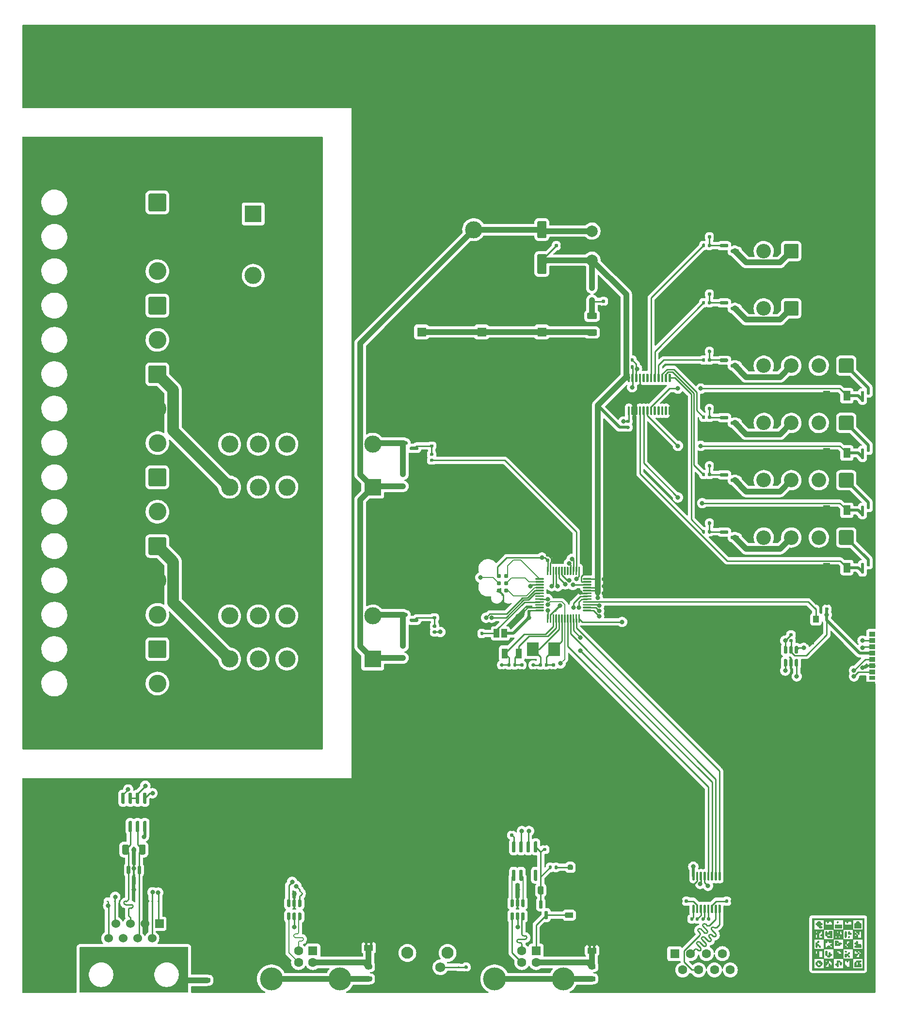
<source format=gtl>
G04 #@! TF.GenerationSoftware,KiCad,Pcbnew,6.0.5+dfsg-1~bpo11+1*
G04 #@! TF.CreationDate,2023-01-20T09:08:29+00:00*
G04 #@! TF.ProjectId,nascontrol,6e617363-6f6e-4747-926f-6c2e6b696361,0.1*
G04 #@! TF.SameCoordinates,Original*
G04 #@! TF.FileFunction,Copper,L1,Top*
G04 #@! TF.FilePolarity,Positive*
%FSLAX46Y46*%
G04 Gerber Fmt 4.6, Leading zero omitted, Abs format (unit mm)*
G04 Created by KiCad (PCBNEW 6.0.5+dfsg-1~bpo11+1) date 2023-01-20 09:08:29*
%MOMM*%
%LPD*%
G01*
G04 APERTURE LIST*
G04 #@! TA.AperFunction,EtchedComponent*
%ADD10C,0.010000*%
G04 #@! TD*
G04 #@! TA.AperFunction,ComponentPad*
%ADD11C,4.000000*%
G04 #@! TD*
G04 #@! TA.AperFunction,ComponentPad*
%ADD12R,1.600000X1.600000*%
G04 #@! TD*
G04 #@! TA.AperFunction,ComponentPad*
%ADD13C,1.600000*%
G04 #@! TD*
G04 #@! TA.AperFunction,ComponentPad*
%ADD14C,3.100000*%
G04 #@! TD*
G04 #@! TA.AperFunction,SMDPad,CuDef*
%ADD15R,1.300000X1.700000*%
G04 #@! TD*
G04 #@! TA.AperFunction,ComponentPad*
%ADD16C,2.550000*%
G04 #@! TD*
G04 #@! TA.AperFunction,SMDPad,CuDef*
%ADD17R,0.450000X0.600000*%
G04 #@! TD*
G04 #@! TA.AperFunction,ComponentPad*
%ADD18C,2.000000*%
G04 #@! TD*
G04 #@! TA.AperFunction,SMDPad,CuDef*
%ADD19R,0.250000X0.360000*%
G04 #@! TD*
G04 #@! TA.AperFunction,SMDPad,CuDef*
%ADD20R,1.500000X1.000000*%
G04 #@! TD*
G04 #@! TA.AperFunction,ComponentPad*
%ADD21C,6.400000*%
G04 #@! TD*
G04 #@! TA.AperFunction,ComponentPad*
%ADD22C,3.000000*%
G04 #@! TD*
G04 #@! TA.AperFunction,ComponentPad*
%ADD23R,3.000000X3.000000*%
G04 #@! TD*
G04 #@! TA.AperFunction,ConnectorPad*
%ADD24C,0.787400*%
G04 #@! TD*
G04 #@! TA.AperFunction,ComponentPad*
%ADD25C,2.100000*%
G04 #@! TD*
G04 #@! TA.AperFunction,ComponentPad*
%ADD26C,1.750000*%
G04 #@! TD*
G04 #@! TA.AperFunction,SMDPad,CuDef*
%ADD27R,2.000000X2.400000*%
G04 #@! TD*
G04 #@! TA.AperFunction,SMDPad,CuDef*
%ADD28R,1.100000X0.850000*%
G04 #@! TD*
G04 #@! TA.AperFunction,SMDPad,CuDef*
%ADD29R,1.100000X0.750000*%
G04 #@! TD*
G04 #@! TA.AperFunction,SMDPad,CuDef*
%ADD30R,1.000000X1.200000*%
G04 #@! TD*
G04 #@! TA.AperFunction,SMDPad,CuDef*
%ADD31R,1.350000X1.900000*%
G04 #@! TD*
G04 #@! TA.AperFunction,SMDPad,CuDef*
%ADD32R,1.350000X1.550000*%
G04 #@! TD*
G04 #@! TA.AperFunction,SMDPad,CuDef*
%ADD33R,1.800000X1.170000*%
G04 #@! TD*
G04 #@! TA.AperFunction,SMDPad,CuDef*
%ADD34R,1.000000X1.500000*%
G04 #@! TD*
G04 #@! TA.AperFunction,SMDPad,CuDef*
%ADD35R,1.000000X1.800000*%
G04 #@! TD*
G04 #@! TA.AperFunction,SMDPad,CuDef*
%ADD36R,0.360000X0.250000*%
G04 #@! TD*
G04 #@! TA.AperFunction,ComponentPad*
%ADD37R,1.500000X1.500000*%
G04 #@! TD*
G04 #@! TA.AperFunction,ComponentPad*
%ADD38C,1.524000*%
G04 #@! TD*
G04 #@! TA.AperFunction,ComponentPad*
%ADD39C,2.300000*%
G04 #@! TD*
G04 #@! TA.AperFunction,ViaPad*
%ADD40C,0.800000*%
G04 #@! TD*
G04 #@! TA.AperFunction,Conductor*
%ADD41C,0.250000*%
G04 #@! TD*
G04 #@! TA.AperFunction,Conductor*
%ADD42C,1.000000*%
G04 #@! TD*
G04 #@! TA.AperFunction,Conductor*
%ADD43C,0.500000*%
G04 #@! TD*
G04 #@! TA.AperFunction,Conductor*
%ADD44C,0.200000*%
G04 #@! TD*
G04 #@! TA.AperFunction,Conductor*
%ADD45C,2.000000*%
G04 #@! TD*
G04 #@! TA.AperFunction,Conductor*
%ADD46C,0.289000*%
G04 #@! TD*
G04 APERTURE END LIST*
G36*
X119800000Y-181750000D02*
G01*
X119400000Y-181750000D01*
X119400000Y-181250000D01*
X119800000Y-181250000D01*
X119800000Y-181750000D01*
G37*
G36*
X120600000Y-181750000D02*
G01*
X120200000Y-181750000D01*
X120200000Y-181250000D01*
X120600000Y-181250000D01*
X120600000Y-181750000D01*
G37*
G36*
X160956470Y-182147523D02*
G01*
X160999176Y-182215566D01*
X161016340Y-182368522D01*
X161018942Y-182556546D01*
X161024105Y-182793645D01*
X161046786Y-182921761D01*
X161097771Y-182973254D01*
X161160446Y-182981059D01*
X161253023Y-182957326D01*
X161293939Y-182861402D01*
X161301950Y-182698050D01*
X161313816Y-182512896D01*
X161361778Y-182431065D01*
X161443454Y-182415042D01*
X161561703Y-182465071D01*
X161584958Y-182556546D01*
X161634988Y-182674795D01*
X161726463Y-182698050D01*
X161844711Y-182748080D01*
X161867967Y-182839555D01*
X161817937Y-182957803D01*
X161726463Y-182981059D01*
X161608214Y-183031088D01*
X161584958Y-183122563D01*
X161561226Y-183215140D01*
X161465302Y-183256056D01*
X161301950Y-183264067D01*
X161116796Y-183252201D01*
X161034965Y-183204239D01*
X161018942Y-183122563D01*
X160968912Y-183004314D01*
X160877438Y-182981059D01*
X160798405Y-182965569D01*
X160755699Y-182897527D01*
X160738535Y-182744571D01*
X160735933Y-182556546D01*
X160741097Y-182319447D01*
X160763777Y-182191332D01*
X160814763Y-182139838D01*
X160877438Y-182132034D01*
X160956470Y-182147523D01*
G37*
D10*
X160956470Y-182147523D02*
X160999176Y-182215566D01*
X161016340Y-182368522D01*
X161018942Y-182556546D01*
X161024105Y-182793645D01*
X161046786Y-182921761D01*
X161097771Y-182973254D01*
X161160446Y-182981059D01*
X161253023Y-182957326D01*
X161293939Y-182861402D01*
X161301950Y-182698050D01*
X161313816Y-182512896D01*
X161361778Y-182431065D01*
X161443454Y-182415042D01*
X161561703Y-182465071D01*
X161584958Y-182556546D01*
X161634988Y-182674795D01*
X161726463Y-182698050D01*
X161844711Y-182748080D01*
X161867967Y-182839555D01*
X161817937Y-182957803D01*
X161726463Y-182981059D01*
X161608214Y-183031088D01*
X161584958Y-183122563D01*
X161561226Y-183215140D01*
X161465302Y-183256056D01*
X161301950Y-183264067D01*
X161116796Y-183252201D01*
X161034965Y-183204239D01*
X161018942Y-183122563D01*
X160968912Y-183004314D01*
X160877438Y-182981059D01*
X160798405Y-182965569D01*
X160755699Y-182897527D01*
X160738535Y-182744571D01*
X160735933Y-182556546D01*
X160741097Y-182319447D01*
X160763777Y-182191332D01*
X160814763Y-182139838D01*
X160877438Y-182132034D01*
X160956470Y-182147523D01*
G36*
X162716992Y-180433983D02*
G01*
X162902146Y-180445850D01*
X162983977Y-180493812D01*
X163000000Y-180575488D01*
X163023733Y-180668065D01*
X163119657Y-180708980D01*
X163283009Y-180716992D01*
X163468163Y-180728858D01*
X163549994Y-180776820D01*
X163566017Y-180858496D01*
X163515988Y-180976745D01*
X163424513Y-181000000D01*
X163306264Y-181050029D01*
X163283009Y-181141504D01*
X163267519Y-181220537D01*
X163199477Y-181263243D01*
X163046520Y-181280407D01*
X162858496Y-181283009D01*
X162433983Y-181283009D01*
X162433983Y-180858496D01*
X162716992Y-180858496D01*
X162767021Y-180976745D01*
X162858496Y-181000000D01*
X162976745Y-180949971D01*
X163000000Y-180858496D01*
X162949971Y-180740248D01*
X162858496Y-180716992D01*
X162740248Y-180767021D01*
X162716992Y-180858496D01*
X162433983Y-180858496D01*
X162433983Y-180433983D01*
X162716992Y-180433983D01*
G37*
X162716992Y-180433983D02*
X162902146Y-180445850D01*
X162983977Y-180493812D01*
X163000000Y-180575488D01*
X163023733Y-180668065D01*
X163119657Y-180708980D01*
X163283009Y-180716992D01*
X163468163Y-180728858D01*
X163549994Y-180776820D01*
X163566017Y-180858496D01*
X163515988Y-180976745D01*
X163424513Y-181000000D01*
X163306264Y-181050029D01*
X163283009Y-181141504D01*
X163267519Y-181220537D01*
X163199477Y-181263243D01*
X163046520Y-181280407D01*
X162858496Y-181283009D01*
X162433983Y-181283009D01*
X162433983Y-180858496D01*
X162716992Y-180858496D01*
X162767021Y-180976745D01*
X162858496Y-181000000D01*
X162976745Y-180949971D01*
X163000000Y-180858496D01*
X162949971Y-180740248D01*
X162858496Y-180716992D01*
X162740248Y-180767021D01*
X162716992Y-180858496D01*
X162433983Y-180858496D01*
X162433983Y-180433983D01*
X162716992Y-180433983D01*
G36*
X163566017Y-178169917D02*
G01*
X162433983Y-178169917D01*
X162433983Y-177603900D01*
X163566017Y-177603900D01*
X163566017Y-178169917D01*
G37*
X163566017Y-178169917D02*
X162433983Y-178169917D01*
X162433983Y-177603900D01*
X163566017Y-177603900D01*
X163566017Y-178169917D01*
G36*
X165857928Y-184172390D02*
G01*
X165908913Y-184120896D01*
X165971588Y-184113092D01*
X166089836Y-184063063D01*
X166113092Y-183971588D01*
X166128582Y-183892555D01*
X166196624Y-183849850D01*
X166349580Y-183832685D01*
X166537605Y-183830084D01*
X166774704Y-183835247D01*
X166902819Y-183857928D01*
X166954313Y-183908913D01*
X166962117Y-183971588D01*
X166912088Y-184089836D01*
X166820613Y-184113092D01*
X166702365Y-184163121D01*
X166679109Y-184254596D01*
X166729138Y-184372845D01*
X166820613Y-184396100D01*
X166913190Y-184419833D01*
X166954106Y-184515757D01*
X166962117Y-184679109D01*
X166962117Y-184962117D01*
X165830084Y-184962117D01*
X165830084Y-184537605D01*
X165833165Y-184396100D01*
X166113092Y-184396100D01*
X166124959Y-184581255D01*
X166172920Y-184663086D01*
X166254596Y-184679109D01*
X166347173Y-184655376D01*
X166388089Y-184559452D01*
X166396100Y-184396100D01*
X166384234Y-184210946D01*
X166336272Y-184129115D01*
X166254596Y-184113092D01*
X166162019Y-184136825D01*
X166121104Y-184232749D01*
X166113092Y-184396100D01*
X165833165Y-184396100D01*
X165835247Y-184300506D01*
X165857928Y-184172390D01*
G37*
X165857928Y-184172390D02*
X165908913Y-184120896D01*
X165971588Y-184113092D01*
X166089836Y-184063063D01*
X166113092Y-183971588D01*
X166128582Y-183892555D01*
X166196624Y-183849850D01*
X166349580Y-183832685D01*
X166537605Y-183830084D01*
X166774704Y-183835247D01*
X166902819Y-183857928D01*
X166954313Y-183908913D01*
X166962117Y-183971588D01*
X166912088Y-184089836D01*
X166820613Y-184113092D01*
X166702365Y-184163121D01*
X166679109Y-184254596D01*
X166729138Y-184372845D01*
X166820613Y-184396100D01*
X166913190Y-184419833D01*
X166954106Y-184515757D01*
X166962117Y-184679109D01*
X166962117Y-184962117D01*
X165830084Y-184962117D01*
X165830084Y-184537605D01*
X165833165Y-184396100D01*
X166113092Y-184396100D01*
X166124959Y-184581255D01*
X166172920Y-184663086D01*
X166254596Y-184679109D01*
X166347173Y-184655376D01*
X166388089Y-184559452D01*
X166396100Y-184396100D01*
X166384234Y-184210946D01*
X166336272Y-184129115D01*
X166254596Y-184113092D01*
X166162019Y-184136825D01*
X166121104Y-184232749D01*
X166113092Y-184396100D01*
X165833165Y-184396100D01*
X165835247Y-184300506D01*
X165857928Y-184172390D01*
G36*
X164957803Y-179634988D02*
G01*
X164981059Y-179726463D01*
X164931029Y-179844711D01*
X164839555Y-179867967D01*
X164721306Y-179817937D01*
X164698050Y-179726463D01*
X164748080Y-179608214D01*
X164839555Y-179584958D01*
X164957803Y-179634988D01*
G37*
X164957803Y-179634988D02*
X164981059Y-179726463D01*
X164931029Y-179844711D01*
X164839555Y-179867967D01*
X164721306Y-179817937D01*
X164698050Y-179726463D01*
X164748080Y-179608214D01*
X164839555Y-179584958D01*
X164957803Y-179634988D01*
G36*
X164957803Y-182465071D02*
G01*
X164981059Y-182556546D01*
X164931029Y-182674795D01*
X164839555Y-182698050D01*
X164721306Y-182748080D01*
X164698050Y-182839555D01*
X164748080Y-182957803D01*
X164839555Y-182981059D01*
X164957803Y-183031088D01*
X164981059Y-183122563D01*
X164931029Y-183240811D01*
X164839555Y-183264067D01*
X164721306Y-183214038D01*
X164698050Y-183122563D01*
X164648021Y-183004314D01*
X164556546Y-182981059D01*
X164438298Y-183031088D01*
X164415042Y-183122563D01*
X164365013Y-183240811D01*
X164273538Y-183264067D01*
X164180961Y-183240334D01*
X164140045Y-183144410D01*
X164132034Y-182981059D01*
X164138842Y-182799910D01*
X164186499Y-182719417D01*
X164315853Y-182698731D01*
X164415042Y-182698050D01*
X164600196Y-182686184D01*
X164682027Y-182638222D01*
X164698050Y-182556546D01*
X164748080Y-182438298D01*
X164839555Y-182415042D01*
X164957803Y-182465071D01*
G37*
X164957803Y-182465071D02*
X164981059Y-182556546D01*
X164931029Y-182674795D01*
X164839555Y-182698050D01*
X164721306Y-182748080D01*
X164698050Y-182839555D01*
X164748080Y-182957803D01*
X164839555Y-182981059D01*
X164957803Y-183031088D01*
X164981059Y-183122563D01*
X164931029Y-183240811D01*
X164839555Y-183264067D01*
X164721306Y-183214038D01*
X164698050Y-183122563D01*
X164648021Y-183004314D01*
X164556546Y-182981059D01*
X164438298Y-183031088D01*
X164415042Y-183122563D01*
X164365013Y-183240811D01*
X164273538Y-183264067D01*
X164180961Y-183240334D01*
X164140045Y-183144410D01*
X164132034Y-182981059D01*
X164138842Y-182799910D01*
X164186499Y-182719417D01*
X164315853Y-182698731D01*
X164415042Y-182698050D01*
X164600196Y-182686184D01*
X164682027Y-182638222D01*
X164698050Y-182556546D01*
X164748080Y-182438298D01*
X164839555Y-182415042D01*
X164957803Y-182465071D01*
G36*
X160735933Y-179160446D02*
G01*
X160741097Y-178923347D01*
X160763777Y-178795231D01*
X160814763Y-178743738D01*
X160877438Y-178735933D01*
X160995686Y-178785963D01*
X161018942Y-178877438D01*
X161068971Y-178995686D01*
X161160446Y-179018942D01*
X161278694Y-178968912D01*
X161301950Y-178877438D01*
X161325683Y-178784860D01*
X161421607Y-178743945D01*
X161584958Y-178735933D01*
X161867967Y-178735933D01*
X161867967Y-179867967D01*
X161443454Y-179867967D01*
X161206355Y-179862804D01*
X161078240Y-179840123D01*
X161026746Y-179789137D01*
X161018942Y-179726463D01*
X160968912Y-179608214D01*
X160877438Y-179584958D01*
X160798405Y-179569469D01*
X160755699Y-179501427D01*
X160749194Y-179443454D01*
X161018942Y-179443454D01*
X161042675Y-179536031D01*
X161138598Y-179576947D01*
X161301950Y-179584958D01*
X161487104Y-179573092D01*
X161568935Y-179525130D01*
X161584958Y-179443454D01*
X161561226Y-179350877D01*
X161465302Y-179309962D01*
X161301950Y-179301950D01*
X161116796Y-179313816D01*
X161034965Y-179361778D01*
X161018942Y-179443454D01*
X160749194Y-179443454D01*
X160738535Y-179348470D01*
X160735933Y-179160446D01*
G37*
X160735933Y-179160446D02*
X160741097Y-178923347D01*
X160763777Y-178795231D01*
X160814763Y-178743738D01*
X160877438Y-178735933D01*
X160995686Y-178785963D01*
X161018942Y-178877438D01*
X161068971Y-178995686D01*
X161160446Y-179018942D01*
X161278694Y-178968912D01*
X161301950Y-178877438D01*
X161325683Y-178784860D01*
X161421607Y-178743945D01*
X161584958Y-178735933D01*
X161867967Y-178735933D01*
X161867967Y-179867967D01*
X161443454Y-179867967D01*
X161206355Y-179862804D01*
X161078240Y-179840123D01*
X161026746Y-179789137D01*
X161018942Y-179726463D01*
X160968912Y-179608214D01*
X160877438Y-179584958D01*
X160798405Y-179569469D01*
X160755699Y-179501427D01*
X160749194Y-179443454D01*
X161018942Y-179443454D01*
X161042675Y-179536031D01*
X161138598Y-179576947D01*
X161301950Y-179584958D01*
X161487104Y-179573092D01*
X161568935Y-179525130D01*
X161584958Y-179443454D01*
X161561226Y-179350877D01*
X161465302Y-179309962D01*
X161301950Y-179301950D01*
X161116796Y-179313816D01*
X161034965Y-179361778D01*
X161018942Y-179443454D01*
X160749194Y-179443454D01*
X160738535Y-179348470D01*
X160735933Y-179160446D01*
G36*
X159580644Y-180484013D02*
G01*
X159603900Y-180575488D01*
X159553871Y-180693736D01*
X159462396Y-180716992D01*
X159344147Y-180767021D01*
X159320892Y-180858496D01*
X159370921Y-180976745D01*
X159462396Y-181000000D01*
X159580644Y-181050029D01*
X159603900Y-181141504D01*
X159653929Y-181259753D01*
X159745404Y-181283009D01*
X159863653Y-181333038D01*
X159886908Y-181424513D01*
X159836879Y-181542761D01*
X159745404Y-181566017D01*
X159627156Y-181515988D01*
X159603900Y-181424513D01*
X159553871Y-181306264D01*
X159462396Y-181283009D01*
X159344147Y-181333038D01*
X159320892Y-181424513D01*
X159270862Y-181542761D01*
X159179387Y-181566017D01*
X159100354Y-181550527D01*
X159057649Y-181482485D01*
X159040485Y-181329529D01*
X159037883Y-181141504D01*
X159043046Y-180904406D01*
X159065727Y-180776290D01*
X159116713Y-180724796D01*
X159179387Y-180716992D01*
X159297636Y-180666963D01*
X159320892Y-180575488D01*
X159370921Y-180457239D01*
X159462396Y-180433983D01*
X159580644Y-180484013D01*
G37*
X159580644Y-180484013D02*
X159603900Y-180575488D01*
X159553871Y-180693736D01*
X159462396Y-180716992D01*
X159344147Y-180767021D01*
X159320892Y-180858496D01*
X159370921Y-180976745D01*
X159462396Y-181000000D01*
X159580644Y-181050029D01*
X159603900Y-181141504D01*
X159653929Y-181259753D01*
X159745404Y-181283009D01*
X159863653Y-181333038D01*
X159886908Y-181424513D01*
X159836879Y-181542761D01*
X159745404Y-181566017D01*
X159627156Y-181515988D01*
X159603900Y-181424513D01*
X159553871Y-181306264D01*
X159462396Y-181283009D01*
X159344147Y-181333038D01*
X159320892Y-181424513D01*
X159270862Y-181542761D01*
X159179387Y-181566017D01*
X159100354Y-181550527D01*
X159057649Y-181482485D01*
X159040485Y-181329529D01*
X159037883Y-181141504D01*
X159043046Y-180904406D01*
X159065727Y-180776290D01*
X159116713Y-180724796D01*
X159179387Y-180716992D01*
X159297636Y-180666963D01*
X159320892Y-180575488D01*
X159370921Y-180457239D01*
X159462396Y-180433983D01*
X159580644Y-180484013D01*
G36*
X167528134Y-176471867D02*
G01*
X167528134Y-185528134D01*
X158471867Y-185528134D01*
X158471867Y-185245126D01*
X158754875Y-185245126D01*
X160452925Y-185245126D01*
X160452925Y-184820613D01*
X160735933Y-184820613D01*
X160759666Y-184913190D01*
X160855590Y-184954106D01*
X161018942Y-184962117D01*
X161200090Y-184955309D01*
X161280583Y-184907652D01*
X161301270Y-184778298D01*
X161301950Y-184679109D01*
X161313816Y-184493955D01*
X161361778Y-184412123D01*
X161443454Y-184396100D01*
X161561703Y-184446130D01*
X161584958Y-184537605D01*
X161634988Y-184655853D01*
X161726463Y-184679109D01*
X161819040Y-184655376D01*
X161859955Y-184559452D01*
X161867967Y-184396100D01*
X161856100Y-184210946D01*
X161808138Y-184129115D01*
X161726463Y-184113092D01*
X161608214Y-184063063D01*
X161584958Y-183971588D01*
X161534929Y-183853339D01*
X161443454Y-183830084D01*
X161350877Y-183853817D01*
X161309962Y-183949740D01*
X161301950Y-184113092D01*
X161290084Y-184298246D01*
X161242122Y-184380078D01*
X161160446Y-184396100D01*
X161042197Y-184446130D01*
X161018942Y-184537605D01*
X160968912Y-184655853D01*
X160877438Y-184679109D01*
X160759189Y-184729138D01*
X160735933Y-184820613D01*
X160452925Y-184820613D01*
X160452925Y-183971588D01*
X160735933Y-183971588D01*
X160785963Y-184089836D01*
X160877438Y-184113092D01*
X160995686Y-184063063D01*
X161018942Y-183971588D01*
X160968912Y-183853339D01*
X160877438Y-183830084D01*
X160759189Y-183880113D01*
X160735933Y-183971588D01*
X160452925Y-183971588D01*
X160452925Y-183547075D01*
X158754875Y-183547075D01*
X158754875Y-185245126D01*
X158471867Y-185245126D01*
X158471867Y-182415042D01*
X159037883Y-182415042D01*
X159049750Y-182600196D01*
X159097712Y-182682027D01*
X159179387Y-182698050D01*
X159271965Y-182674318D01*
X159312880Y-182578394D01*
X159320892Y-182415042D01*
X159309025Y-182229888D01*
X159261063Y-182148057D01*
X159179387Y-182132034D01*
X159603900Y-182132034D01*
X159603900Y-183264067D01*
X160169917Y-183264067D01*
X160169917Y-182132034D01*
X159603900Y-182132034D01*
X159179387Y-182132034D01*
X159086810Y-182155766D01*
X159045895Y-182251690D01*
X159037883Y-182415042D01*
X158471867Y-182415042D01*
X158471867Y-181849025D01*
X158754875Y-181849025D01*
X160452925Y-181849025D01*
X160452925Y-183547075D01*
X162150975Y-183547075D01*
X162150975Y-185245126D01*
X163849025Y-185245126D01*
X165547075Y-185245126D01*
X167245126Y-185245126D01*
X167245126Y-183547075D01*
X165547075Y-183547075D01*
X165547075Y-185245126D01*
X163849025Y-185245126D01*
X163849025Y-184254596D01*
X164132034Y-184254596D01*
X164137197Y-184491695D01*
X164159878Y-184619811D01*
X164210863Y-184671304D01*
X164273538Y-184679109D01*
X164391786Y-184729138D01*
X164415042Y-184820613D01*
X164438775Y-184913190D01*
X164534699Y-184954106D01*
X164698050Y-184962117D01*
X164981059Y-184962117D01*
X164981059Y-184396100D01*
X164978104Y-184114087D01*
X164964498Y-183945069D01*
X164933123Y-183860583D01*
X164876863Y-183832167D01*
X164839555Y-183830084D01*
X164721306Y-183880113D01*
X164698050Y-183971588D01*
X164648021Y-184089836D01*
X164556546Y-184113092D01*
X164438298Y-184063063D01*
X164415042Y-183971588D01*
X164365013Y-183853339D01*
X164273538Y-183830084D01*
X164194505Y-183845573D01*
X164151800Y-183913616D01*
X164134635Y-184066572D01*
X164132034Y-184254596D01*
X163849025Y-184254596D01*
X163849025Y-183547075D01*
X165547075Y-183547075D01*
X165547075Y-182415042D01*
X165830084Y-182415042D01*
X165836892Y-182596190D01*
X165884549Y-182676683D01*
X166013903Y-182697370D01*
X166113092Y-182698050D01*
X166298246Y-182709917D01*
X166380078Y-182757879D01*
X166396100Y-182839555D01*
X166346071Y-182957803D01*
X166254596Y-182981059D01*
X166136348Y-183031088D01*
X166113092Y-183122563D01*
X166136825Y-183215140D01*
X166232749Y-183256056D01*
X166396100Y-183264067D01*
X166577249Y-183257259D01*
X166657742Y-183209602D01*
X166678428Y-183080248D01*
X166679109Y-182981059D01*
X166690975Y-182795904D01*
X166738937Y-182714073D01*
X166820613Y-182698050D01*
X166938862Y-182648021D01*
X166962117Y-182556546D01*
X166912088Y-182438298D01*
X166820613Y-182415042D01*
X166702365Y-182365013D01*
X166679109Y-182273538D01*
X166629080Y-182155289D01*
X166537605Y-182132034D01*
X166419356Y-182182063D01*
X166396100Y-182273538D01*
X166346071Y-182391786D01*
X166254596Y-182415042D01*
X166136348Y-182365013D01*
X166113092Y-182273538D01*
X166063063Y-182155289D01*
X165971588Y-182132034D01*
X165879011Y-182155766D01*
X165838095Y-182251690D01*
X165830084Y-182415042D01*
X165547075Y-182415042D01*
X165547075Y-181849025D01*
X167245126Y-181849025D01*
X167245126Y-180150975D01*
X165547075Y-180150975D01*
X165547075Y-178877438D01*
X165830084Y-178877438D01*
X165880113Y-178995686D01*
X165971588Y-179018942D01*
X166089836Y-179068971D01*
X166113092Y-179160446D01*
X166063063Y-179278694D01*
X165971588Y-179301950D01*
X165853339Y-179351979D01*
X165830084Y-179443454D01*
X165880113Y-179561703D01*
X165971588Y-179584958D01*
X166089836Y-179534929D01*
X166113092Y-179443454D01*
X166163121Y-179325206D01*
X166254596Y-179301950D01*
X166347173Y-179325683D01*
X166388089Y-179421607D01*
X166396100Y-179584958D01*
X166402909Y-179766107D01*
X166450565Y-179846600D01*
X166579920Y-179867286D01*
X166679109Y-179867967D01*
X166962117Y-179867967D01*
X166962117Y-179301950D01*
X166959163Y-179019936D01*
X166945556Y-178850918D01*
X166914181Y-178766433D01*
X166857922Y-178738016D01*
X166820613Y-178735933D01*
X166728036Y-178759666D01*
X166687120Y-178855590D01*
X166679109Y-179018942D01*
X166667242Y-179204096D01*
X166619281Y-179285927D01*
X166537605Y-179301950D01*
X166419356Y-179251921D01*
X166396100Y-179160446D01*
X166346071Y-179042197D01*
X166254596Y-179018942D01*
X166136348Y-178968912D01*
X166113092Y-178877438D01*
X166063063Y-178759189D01*
X165971588Y-178735933D01*
X165853339Y-178785963D01*
X165830084Y-178877438D01*
X165547075Y-178877438D01*
X165547075Y-178452925D01*
X167245126Y-178452925D01*
X167245126Y-176754875D01*
X165547075Y-176754875D01*
X165547075Y-178452925D01*
X163849025Y-178452925D01*
X163849025Y-177603900D01*
X164132034Y-177603900D01*
X165264067Y-177603900D01*
X165264067Y-177320892D01*
X165257259Y-177139743D01*
X165209602Y-177059250D01*
X165080248Y-177038564D01*
X164981059Y-177037883D01*
X164795904Y-177049750D01*
X164714073Y-177097712D01*
X164698050Y-177179387D01*
X164648021Y-177297636D01*
X164556546Y-177320892D01*
X164438298Y-177270862D01*
X164415042Y-177179387D01*
X164365013Y-177061139D01*
X164273538Y-177037883D01*
X164180961Y-177061616D01*
X164140045Y-177157540D01*
X164132034Y-177320892D01*
X164132034Y-177603900D01*
X163849025Y-177603900D01*
X163849025Y-176754875D01*
X162150975Y-176754875D01*
X162150975Y-178452925D01*
X160452925Y-178452925D01*
X160452925Y-180150975D01*
X158754875Y-180150975D01*
X158754875Y-181849025D01*
X158471867Y-181849025D01*
X158471867Y-179584958D01*
X159037883Y-179584958D01*
X159049750Y-179770113D01*
X159097712Y-179851944D01*
X159179387Y-179867967D01*
X159603900Y-179867967D01*
X159886908Y-179867967D01*
X160072063Y-179856100D01*
X160153894Y-179808138D01*
X160169917Y-179726463D01*
X160119887Y-179608214D01*
X160028412Y-179584958D01*
X159910164Y-179534929D01*
X159886908Y-179443454D01*
X159936938Y-179325206D01*
X160028412Y-179301950D01*
X160120990Y-179278217D01*
X160161905Y-179182293D01*
X160169917Y-179018942D01*
X160158050Y-178833787D01*
X160110088Y-178751956D01*
X160028412Y-178735933D01*
X159910164Y-178785963D01*
X159886908Y-178877438D01*
X159836879Y-178995686D01*
X159745404Y-179018942D01*
X159666371Y-179034431D01*
X159623666Y-179102474D01*
X159606501Y-179255430D01*
X159603900Y-179443454D01*
X159603900Y-179867967D01*
X159179387Y-179867967D01*
X159271965Y-179844234D01*
X159312880Y-179748310D01*
X159320892Y-179584958D01*
X159311823Y-179443454D01*
X159309025Y-179399804D01*
X159261063Y-179317973D01*
X159179387Y-179301950D01*
X159086810Y-179325683D01*
X159045895Y-179421607D01*
X159037883Y-179584958D01*
X158471867Y-179584958D01*
X158471867Y-178877438D01*
X159037883Y-178877438D01*
X159087912Y-178995686D01*
X159179387Y-179018942D01*
X159297636Y-178968912D01*
X159320892Y-178877438D01*
X159270862Y-178759189D01*
X159179387Y-178735933D01*
X159061139Y-178785963D01*
X159037883Y-178877438D01*
X158471867Y-178877438D01*
X158471867Y-178452925D01*
X158754875Y-178452925D01*
X160452925Y-178452925D01*
X160452925Y-177603900D01*
X160735933Y-177603900D01*
X161867967Y-177603900D01*
X161867967Y-177320892D01*
X161861159Y-177139743D01*
X161813502Y-177059250D01*
X161684147Y-177038564D01*
X161584958Y-177037883D01*
X161399804Y-177049750D01*
X161317973Y-177097712D01*
X161301950Y-177179387D01*
X161251921Y-177297636D01*
X161160446Y-177320892D01*
X161042197Y-177270862D01*
X161018942Y-177179387D01*
X160968912Y-177061139D01*
X160877438Y-177037883D01*
X160784860Y-177061616D01*
X160743945Y-177157540D01*
X160735933Y-177320892D01*
X160735933Y-177603900D01*
X160452925Y-177603900D01*
X160452925Y-176754875D01*
X158754875Y-176754875D01*
X158754875Y-178452925D01*
X158471867Y-178452925D01*
X158471867Y-176471867D01*
X167528134Y-176471867D01*
G37*
X167528134Y-176471867D02*
X167528134Y-185528134D01*
X158471867Y-185528134D01*
X158471867Y-185245126D01*
X158754875Y-185245126D01*
X160452925Y-185245126D01*
X160452925Y-184820613D01*
X160735933Y-184820613D01*
X160759666Y-184913190D01*
X160855590Y-184954106D01*
X161018942Y-184962117D01*
X161200090Y-184955309D01*
X161280583Y-184907652D01*
X161301270Y-184778298D01*
X161301950Y-184679109D01*
X161313816Y-184493955D01*
X161361778Y-184412123D01*
X161443454Y-184396100D01*
X161561703Y-184446130D01*
X161584958Y-184537605D01*
X161634988Y-184655853D01*
X161726463Y-184679109D01*
X161819040Y-184655376D01*
X161859955Y-184559452D01*
X161867967Y-184396100D01*
X161856100Y-184210946D01*
X161808138Y-184129115D01*
X161726463Y-184113092D01*
X161608214Y-184063063D01*
X161584958Y-183971588D01*
X161534929Y-183853339D01*
X161443454Y-183830084D01*
X161350877Y-183853817D01*
X161309962Y-183949740D01*
X161301950Y-184113092D01*
X161290084Y-184298246D01*
X161242122Y-184380078D01*
X161160446Y-184396100D01*
X161042197Y-184446130D01*
X161018942Y-184537605D01*
X160968912Y-184655853D01*
X160877438Y-184679109D01*
X160759189Y-184729138D01*
X160735933Y-184820613D01*
X160452925Y-184820613D01*
X160452925Y-183971588D01*
X160735933Y-183971588D01*
X160785963Y-184089836D01*
X160877438Y-184113092D01*
X160995686Y-184063063D01*
X161018942Y-183971588D01*
X160968912Y-183853339D01*
X160877438Y-183830084D01*
X160759189Y-183880113D01*
X160735933Y-183971588D01*
X160452925Y-183971588D01*
X160452925Y-183547075D01*
X158754875Y-183547075D01*
X158754875Y-185245126D01*
X158471867Y-185245126D01*
X158471867Y-182415042D01*
X159037883Y-182415042D01*
X159049750Y-182600196D01*
X159097712Y-182682027D01*
X159179387Y-182698050D01*
X159271965Y-182674318D01*
X159312880Y-182578394D01*
X159320892Y-182415042D01*
X159309025Y-182229888D01*
X159261063Y-182148057D01*
X159179387Y-182132034D01*
X159603900Y-182132034D01*
X159603900Y-183264067D01*
X160169917Y-183264067D01*
X160169917Y-182132034D01*
X159603900Y-182132034D01*
X159179387Y-182132034D01*
X159086810Y-182155766D01*
X159045895Y-182251690D01*
X159037883Y-182415042D01*
X158471867Y-182415042D01*
X158471867Y-181849025D01*
X158754875Y-181849025D01*
X160452925Y-181849025D01*
X160452925Y-183547075D01*
X162150975Y-183547075D01*
X162150975Y-185245126D01*
X163849025Y-185245126D01*
X165547075Y-185245126D01*
X167245126Y-185245126D01*
X167245126Y-183547075D01*
X165547075Y-183547075D01*
X165547075Y-185245126D01*
X163849025Y-185245126D01*
X163849025Y-184254596D01*
X164132034Y-184254596D01*
X164137197Y-184491695D01*
X164159878Y-184619811D01*
X164210863Y-184671304D01*
X164273538Y-184679109D01*
X164391786Y-184729138D01*
X164415042Y-184820613D01*
X164438775Y-184913190D01*
X164534699Y-184954106D01*
X164698050Y-184962117D01*
X164981059Y-184962117D01*
X164981059Y-184396100D01*
X164978104Y-184114087D01*
X164964498Y-183945069D01*
X164933123Y-183860583D01*
X164876863Y-183832167D01*
X164839555Y-183830084D01*
X164721306Y-183880113D01*
X164698050Y-183971588D01*
X164648021Y-184089836D01*
X164556546Y-184113092D01*
X164438298Y-184063063D01*
X164415042Y-183971588D01*
X164365013Y-183853339D01*
X164273538Y-183830084D01*
X164194505Y-183845573D01*
X164151800Y-183913616D01*
X164134635Y-184066572D01*
X164132034Y-184254596D01*
X163849025Y-184254596D01*
X163849025Y-183547075D01*
X165547075Y-183547075D01*
X165547075Y-182415042D01*
X165830084Y-182415042D01*
X165836892Y-182596190D01*
X165884549Y-182676683D01*
X166013903Y-182697370D01*
X166113092Y-182698050D01*
X166298246Y-182709917D01*
X166380078Y-182757879D01*
X166396100Y-182839555D01*
X166346071Y-182957803D01*
X166254596Y-182981059D01*
X166136348Y-183031088D01*
X166113092Y-183122563D01*
X166136825Y-183215140D01*
X166232749Y-183256056D01*
X166396100Y-183264067D01*
X166577249Y-183257259D01*
X166657742Y-183209602D01*
X166678428Y-183080248D01*
X166679109Y-182981059D01*
X166690975Y-182795904D01*
X166738937Y-182714073D01*
X166820613Y-182698050D01*
X166938862Y-182648021D01*
X166962117Y-182556546D01*
X166912088Y-182438298D01*
X166820613Y-182415042D01*
X166702365Y-182365013D01*
X166679109Y-182273538D01*
X166629080Y-182155289D01*
X166537605Y-182132034D01*
X166419356Y-182182063D01*
X166396100Y-182273538D01*
X166346071Y-182391786D01*
X166254596Y-182415042D01*
X166136348Y-182365013D01*
X166113092Y-182273538D01*
X166063063Y-182155289D01*
X165971588Y-182132034D01*
X165879011Y-182155766D01*
X165838095Y-182251690D01*
X165830084Y-182415042D01*
X165547075Y-182415042D01*
X165547075Y-181849025D01*
X167245126Y-181849025D01*
X167245126Y-180150975D01*
X165547075Y-180150975D01*
X165547075Y-178877438D01*
X165830084Y-178877438D01*
X165880113Y-178995686D01*
X165971588Y-179018942D01*
X166089836Y-179068971D01*
X166113092Y-179160446D01*
X166063063Y-179278694D01*
X165971588Y-179301950D01*
X165853339Y-179351979D01*
X165830084Y-179443454D01*
X165880113Y-179561703D01*
X165971588Y-179584958D01*
X166089836Y-179534929D01*
X166113092Y-179443454D01*
X166163121Y-179325206D01*
X166254596Y-179301950D01*
X166347173Y-179325683D01*
X166388089Y-179421607D01*
X166396100Y-179584958D01*
X166402909Y-179766107D01*
X166450565Y-179846600D01*
X166579920Y-179867286D01*
X166679109Y-179867967D01*
X166962117Y-179867967D01*
X166962117Y-179301950D01*
X166959163Y-179019936D01*
X166945556Y-178850918D01*
X166914181Y-178766433D01*
X166857922Y-178738016D01*
X166820613Y-178735933D01*
X166728036Y-178759666D01*
X166687120Y-178855590D01*
X166679109Y-179018942D01*
X166667242Y-179204096D01*
X166619281Y-179285927D01*
X166537605Y-179301950D01*
X166419356Y-179251921D01*
X166396100Y-179160446D01*
X166346071Y-179042197D01*
X166254596Y-179018942D01*
X166136348Y-178968912D01*
X166113092Y-178877438D01*
X166063063Y-178759189D01*
X165971588Y-178735933D01*
X165853339Y-178785963D01*
X165830084Y-178877438D01*
X165547075Y-178877438D01*
X165547075Y-178452925D01*
X167245126Y-178452925D01*
X167245126Y-176754875D01*
X165547075Y-176754875D01*
X165547075Y-178452925D01*
X163849025Y-178452925D01*
X163849025Y-177603900D01*
X164132034Y-177603900D01*
X165264067Y-177603900D01*
X165264067Y-177320892D01*
X165257259Y-177139743D01*
X165209602Y-177059250D01*
X165080248Y-177038564D01*
X164981059Y-177037883D01*
X164795904Y-177049750D01*
X164714073Y-177097712D01*
X164698050Y-177179387D01*
X164648021Y-177297636D01*
X164556546Y-177320892D01*
X164438298Y-177270862D01*
X164415042Y-177179387D01*
X164365013Y-177061139D01*
X164273538Y-177037883D01*
X164180961Y-177061616D01*
X164140045Y-177157540D01*
X164132034Y-177320892D01*
X164132034Y-177603900D01*
X163849025Y-177603900D01*
X163849025Y-176754875D01*
X162150975Y-176754875D01*
X162150975Y-178452925D01*
X160452925Y-178452925D01*
X160452925Y-180150975D01*
X158754875Y-180150975D01*
X158754875Y-181849025D01*
X158471867Y-181849025D01*
X158471867Y-179584958D01*
X159037883Y-179584958D01*
X159049750Y-179770113D01*
X159097712Y-179851944D01*
X159179387Y-179867967D01*
X159603900Y-179867967D01*
X159886908Y-179867967D01*
X160072063Y-179856100D01*
X160153894Y-179808138D01*
X160169917Y-179726463D01*
X160119887Y-179608214D01*
X160028412Y-179584958D01*
X159910164Y-179534929D01*
X159886908Y-179443454D01*
X159936938Y-179325206D01*
X160028412Y-179301950D01*
X160120990Y-179278217D01*
X160161905Y-179182293D01*
X160169917Y-179018942D01*
X160158050Y-178833787D01*
X160110088Y-178751956D01*
X160028412Y-178735933D01*
X159910164Y-178785963D01*
X159886908Y-178877438D01*
X159836879Y-178995686D01*
X159745404Y-179018942D01*
X159666371Y-179034431D01*
X159623666Y-179102474D01*
X159606501Y-179255430D01*
X159603900Y-179443454D01*
X159603900Y-179867967D01*
X159179387Y-179867967D01*
X159271965Y-179844234D01*
X159312880Y-179748310D01*
X159320892Y-179584958D01*
X159311823Y-179443454D01*
X159309025Y-179399804D01*
X159261063Y-179317973D01*
X159179387Y-179301950D01*
X159086810Y-179325683D01*
X159045895Y-179421607D01*
X159037883Y-179584958D01*
X158471867Y-179584958D01*
X158471867Y-178877438D01*
X159037883Y-178877438D01*
X159087912Y-178995686D01*
X159179387Y-179018942D01*
X159297636Y-178968912D01*
X159320892Y-178877438D01*
X159270862Y-178759189D01*
X159179387Y-178735933D01*
X159061139Y-178785963D01*
X159037883Y-178877438D01*
X158471867Y-178877438D01*
X158471867Y-178452925D01*
X158754875Y-178452925D01*
X160452925Y-178452925D01*
X160452925Y-177603900D01*
X160735933Y-177603900D01*
X161867967Y-177603900D01*
X161867967Y-177320892D01*
X161861159Y-177139743D01*
X161813502Y-177059250D01*
X161684147Y-177038564D01*
X161584958Y-177037883D01*
X161399804Y-177049750D01*
X161317973Y-177097712D01*
X161301950Y-177179387D01*
X161251921Y-177297636D01*
X161160446Y-177320892D01*
X161042197Y-177270862D01*
X161018942Y-177179387D01*
X160968912Y-177061139D01*
X160877438Y-177037883D01*
X160784860Y-177061616D01*
X160743945Y-177157540D01*
X160735933Y-177320892D01*
X160735933Y-177603900D01*
X160452925Y-177603900D01*
X160452925Y-176754875D01*
X158754875Y-176754875D01*
X158754875Y-178452925D01*
X158471867Y-178452925D01*
X158471867Y-176471867D01*
X167528134Y-176471867D01*
G36*
X166347173Y-180457716D02*
G01*
X166388089Y-180553640D01*
X166396100Y-180716992D01*
X166402909Y-180898140D01*
X166450565Y-180978633D01*
X166579920Y-180999320D01*
X166679109Y-181000000D01*
X166860257Y-181006808D01*
X166940750Y-181054465D01*
X166961437Y-181183820D01*
X166962117Y-181283009D01*
X166962117Y-181566017D01*
X166396100Y-181566017D01*
X166114087Y-181563063D01*
X165945069Y-181549456D01*
X165860583Y-181518081D01*
X165832167Y-181461821D01*
X165830084Y-181424513D01*
X165880113Y-181306264D01*
X165971588Y-181283009D01*
X166089836Y-181232979D01*
X166113092Y-181141504D01*
X166063063Y-181023256D01*
X165971588Y-181000000D01*
X165853339Y-180949971D01*
X165830084Y-180858496D01*
X165880113Y-180740248D01*
X165971588Y-180716992D01*
X166089836Y-180666963D01*
X166113092Y-180575488D01*
X166163121Y-180457239D01*
X166254596Y-180433983D01*
X166347173Y-180457716D01*
G37*
X166347173Y-180457716D02*
X166388089Y-180553640D01*
X166396100Y-180716992D01*
X166402909Y-180898140D01*
X166450565Y-180978633D01*
X166579920Y-180999320D01*
X166679109Y-181000000D01*
X166860257Y-181006808D01*
X166940750Y-181054465D01*
X166961437Y-181183820D01*
X166962117Y-181283009D01*
X166962117Y-181566017D01*
X166396100Y-181566017D01*
X166114087Y-181563063D01*
X165945069Y-181549456D01*
X165860583Y-181518081D01*
X165832167Y-181461821D01*
X165830084Y-181424513D01*
X165880113Y-181306264D01*
X165971588Y-181283009D01*
X166089836Y-181232979D01*
X166113092Y-181141504D01*
X166063063Y-181023256D01*
X165971588Y-181000000D01*
X165853339Y-180949971D01*
X165830084Y-180858496D01*
X165880113Y-180740248D01*
X165971588Y-180716992D01*
X166089836Y-180666963D01*
X166113092Y-180575488D01*
X166163121Y-180457239D01*
X166254596Y-180433983D01*
X166347173Y-180457716D01*
G36*
X163185155Y-183841950D02*
G01*
X163266986Y-183889912D01*
X163283009Y-183971588D01*
X163333038Y-184089836D01*
X163424513Y-184113092D01*
X163517090Y-184136825D01*
X163558005Y-184232749D01*
X163566017Y-184396100D01*
X163554151Y-184581255D01*
X163506189Y-184663086D01*
X163424513Y-184679109D01*
X163331936Y-184655376D01*
X163291020Y-184559452D01*
X163283009Y-184396100D01*
X163271142Y-184210946D01*
X163223180Y-184129115D01*
X163141504Y-184113092D01*
X163062471Y-184128582D01*
X163019766Y-184196624D01*
X163002602Y-184349580D01*
X163000000Y-184537605D01*
X162994837Y-184774704D01*
X162972156Y-184902819D01*
X162921171Y-184954313D01*
X162858496Y-184962117D01*
X162740248Y-184912088D01*
X162716992Y-184820613D01*
X162666963Y-184702365D01*
X162575488Y-184679109D01*
X162457239Y-184629080D01*
X162433983Y-184537605D01*
X162484013Y-184419356D01*
X162575488Y-184396100D01*
X162668065Y-184372368D01*
X162708980Y-184276444D01*
X162716992Y-184113092D01*
X162723800Y-183931944D01*
X162771457Y-183851451D01*
X162900811Y-183830764D01*
X163000000Y-183830084D01*
X163185155Y-183841950D01*
G37*
X163185155Y-183841950D02*
X163266986Y-183889912D01*
X163283009Y-183971588D01*
X163333038Y-184089836D01*
X163424513Y-184113092D01*
X163517090Y-184136825D01*
X163558005Y-184232749D01*
X163566017Y-184396100D01*
X163554151Y-184581255D01*
X163506189Y-184663086D01*
X163424513Y-184679109D01*
X163331936Y-184655376D01*
X163291020Y-184559452D01*
X163283009Y-184396100D01*
X163271142Y-184210946D01*
X163223180Y-184129115D01*
X163141504Y-184113092D01*
X163062471Y-184128582D01*
X163019766Y-184196624D01*
X163002602Y-184349580D01*
X163000000Y-184537605D01*
X162994837Y-184774704D01*
X162972156Y-184902819D01*
X162921171Y-184954313D01*
X162858496Y-184962117D01*
X162740248Y-184912088D01*
X162716992Y-184820613D01*
X162666963Y-184702365D01*
X162575488Y-184679109D01*
X162457239Y-184629080D01*
X162433983Y-184537605D01*
X162484013Y-184419356D01*
X162575488Y-184396100D01*
X162668065Y-184372368D01*
X162708980Y-184276444D01*
X162716992Y-184113092D01*
X162723800Y-183931944D01*
X162771457Y-183851451D01*
X162900811Y-183830764D01*
X163000000Y-183830084D01*
X163185155Y-183841950D01*
G36*
X159097712Y-184129115D02*
G01*
X159179387Y-184113092D01*
X159297636Y-184063063D01*
X159320892Y-183971588D01*
X159344624Y-183879011D01*
X159440548Y-183838095D01*
X159603900Y-183830084D01*
X159789054Y-183841950D01*
X159870885Y-183889912D01*
X159886908Y-183971588D01*
X159936938Y-184089836D01*
X160028412Y-184113092D01*
X160120990Y-184136825D01*
X160161905Y-184232749D01*
X160169917Y-184396100D01*
X160158050Y-184581255D01*
X160110088Y-184663086D01*
X160028412Y-184679109D01*
X159910164Y-184729138D01*
X159886908Y-184820613D01*
X159863175Y-184913190D01*
X159767252Y-184954106D01*
X159603900Y-184962117D01*
X159418746Y-184950251D01*
X159336915Y-184902289D01*
X159320892Y-184820613D01*
X159270862Y-184702365D01*
X159179387Y-184679109D01*
X159086810Y-184655376D01*
X159045895Y-184559452D01*
X159037883Y-184396100D01*
X159320892Y-184396100D01*
X159327700Y-184577249D01*
X159375357Y-184657742D01*
X159504711Y-184678428D01*
X159603900Y-184679109D01*
X159789054Y-184667242D01*
X159870885Y-184619281D01*
X159886908Y-184537605D01*
X159836879Y-184419356D01*
X159745404Y-184396100D01*
X159627156Y-184346071D01*
X159603900Y-184254596D01*
X159553871Y-184136348D01*
X159462396Y-184113092D01*
X159369819Y-184136825D01*
X159328903Y-184232749D01*
X159320892Y-184396100D01*
X159037883Y-184396100D01*
X159049750Y-184210946D01*
X159097712Y-184129115D01*
G37*
X159097712Y-184129115D02*
X159179387Y-184113092D01*
X159297636Y-184063063D01*
X159320892Y-183971588D01*
X159344624Y-183879011D01*
X159440548Y-183838095D01*
X159603900Y-183830084D01*
X159789054Y-183841950D01*
X159870885Y-183889912D01*
X159886908Y-183971588D01*
X159936938Y-184089836D01*
X160028412Y-184113092D01*
X160120990Y-184136825D01*
X160161905Y-184232749D01*
X160169917Y-184396100D01*
X160158050Y-184581255D01*
X160110088Y-184663086D01*
X160028412Y-184679109D01*
X159910164Y-184729138D01*
X159886908Y-184820613D01*
X159863175Y-184913190D01*
X159767252Y-184954106D01*
X159603900Y-184962117D01*
X159418746Y-184950251D01*
X159336915Y-184902289D01*
X159320892Y-184820613D01*
X159270862Y-184702365D01*
X159179387Y-184679109D01*
X159086810Y-184655376D01*
X159045895Y-184559452D01*
X159037883Y-184396100D01*
X159320892Y-184396100D01*
X159327700Y-184577249D01*
X159375357Y-184657742D01*
X159504711Y-184678428D01*
X159603900Y-184679109D01*
X159789054Y-184667242D01*
X159870885Y-184619281D01*
X159886908Y-184537605D01*
X159836879Y-184419356D01*
X159745404Y-184396100D01*
X159627156Y-184346071D01*
X159603900Y-184254596D01*
X159553871Y-184136348D01*
X159462396Y-184113092D01*
X159369819Y-184136825D01*
X159328903Y-184232749D01*
X159320892Y-184396100D01*
X159037883Y-184396100D01*
X159049750Y-184210946D01*
X159097712Y-184129115D01*
G36*
X166655853Y-182465071D02*
G01*
X166679109Y-182556546D01*
X166629080Y-182674795D01*
X166537605Y-182698050D01*
X166419356Y-182648021D01*
X166396100Y-182556546D01*
X166446130Y-182438298D01*
X166537605Y-182415042D01*
X166655853Y-182465071D01*
G37*
X166655853Y-182465071D02*
X166679109Y-182556546D01*
X166629080Y-182674795D01*
X166537605Y-182698050D01*
X166419356Y-182648021D01*
X166396100Y-182556546D01*
X166446130Y-182438298D01*
X166537605Y-182415042D01*
X166655853Y-182465071D01*
G36*
X164957803Y-178785963D02*
G01*
X164981059Y-178877438D01*
X165031088Y-178995686D01*
X165122563Y-179018942D01*
X165240811Y-179068971D01*
X165264067Y-179160446D01*
X165240334Y-179253023D01*
X165144410Y-179293939D01*
X164981059Y-179301950D01*
X164799910Y-179295142D01*
X164719417Y-179247485D01*
X164698731Y-179118131D01*
X164698050Y-179018942D01*
X164709917Y-178833787D01*
X164757879Y-178751956D01*
X164839555Y-178735933D01*
X164957803Y-178785963D01*
G37*
X164957803Y-178785963D02*
X164981059Y-178877438D01*
X165031088Y-178995686D01*
X165122563Y-179018942D01*
X165240811Y-179068971D01*
X165264067Y-179160446D01*
X165240334Y-179253023D01*
X165144410Y-179293939D01*
X164981059Y-179301950D01*
X164799910Y-179295142D01*
X164719417Y-179247485D01*
X164698731Y-179118131D01*
X164698050Y-179018942D01*
X164709917Y-178833787D01*
X164757879Y-178751956D01*
X164839555Y-178735933D01*
X164957803Y-178785963D01*
G36*
X160452925Y-181849025D02*
G01*
X160452925Y-181141504D01*
X160735933Y-181141504D01*
X160741097Y-181378603D01*
X160763777Y-181506719D01*
X160814763Y-181558213D01*
X160877438Y-181566017D01*
X160995686Y-181515988D01*
X161018942Y-181424513D01*
X161042675Y-181331936D01*
X161138598Y-181291020D01*
X161301950Y-181283009D01*
X161487104Y-181294875D01*
X161568935Y-181342837D01*
X161584958Y-181424513D01*
X161634988Y-181542761D01*
X161726463Y-181566017D01*
X161844711Y-181515988D01*
X161867967Y-181424513D01*
X161817937Y-181306264D01*
X161726463Y-181283009D01*
X161608214Y-181232979D01*
X161584958Y-181141504D01*
X161634988Y-181023256D01*
X161726463Y-181000000D01*
X161844711Y-180949971D01*
X161867967Y-180858496D01*
X161844234Y-180765919D01*
X161748310Y-180725003D01*
X161584958Y-180716992D01*
X161399804Y-180705125D01*
X161317973Y-180657164D01*
X161301950Y-180575488D01*
X161251921Y-180457239D01*
X161160446Y-180433983D01*
X161042197Y-180484013D01*
X161018942Y-180575488D01*
X160968912Y-180693736D01*
X160877438Y-180716992D01*
X160798405Y-180732481D01*
X160755699Y-180800524D01*
X160738535Y-180953480D01*
X160735933Y-181141504D01*
X160452925Y-181141504D01*
X160452925Y-180150975D01*
X162150975Y-180150975D01*
X162150975Y-179726463D01*
X162433983Y-179726463D01*
X162484013Y-179844711D01*
X162575488Y-179867967D01*
X162693736Y-179817937D01*
X162716992Y-179726463D01*
X163000000Y-179726463D01*
X163050029Y-179844711D01*
X163141504Y-179867967D01*
X163259753Y-179817937D01*
X163283009Y-179726463D01*
X163232979Y-179608214D01*
X163141504Y-179584958D01*
X163023256Y-179634988D01*
X163000000Y-179726463D01*
X162716992Y-179726463D01*
X162666963Y-179608214D01*
X162575488Y-179584958D01*
X162457239Y-179634988D01*
X162433983Y-179726463D01*
X162150975Y-179726463D01*
X162150975Y-178877438D01*
X162716992Y-178877438D01*
X162767021Y-178995686D01*
X162858496Y-179018942D01*
X163283009Y-179018942D01*
X163294875Y-179204096D01*
X163342837Y-179285927D01*
X163424513Y-179301950D01*
X163517090Y-179278217D01*
X163558005Y-179182293D01*
X163566017Y-179018942D01*
X163554151Y-178833787D01*
X163506189Y-178751956D01*
X163424513Y-178735933D01*
X163331936Y-178759666D01*
X163291020Y-178855590D01*
X163283009Y-179018942D01*
X162858496Y-179018942D01*
X162976745Y-178968912D01*
X163000000Y-178877438D01*
X162949971Y-178759189D01*
X162858496Y-178735933D01*
X162740248Y-178785963D01*
X162716992Y-178877438D01*
X162150975Y-178877438D01*
X162150975Y-178452925D01*
X163849025Y-178452925D01*
X163849025Y-180150975D01*
X165547075Y-180150975D01*
X165547075Y-181849025D01*
X163849025Y-181849025D01*
X163849025Y-183547075D01*
X162150975Y-183547075D01*
X162150975Y-182273538D01*
X162716992Y-182273538D01*
X162767021Y-182391786D01*
X162858496Y-182415042D01*
X162976745Y-182465071D01*
X163000000Y-182556546D01*
X163023733Y-182649123D01*
X163119657Y-182690039D01*
X163283009Y-182698050D01*
X163468163Y-182686184D01*
X163549994Y-182638222D01*
X163566017Y-182556546D01*
X163515988Y-182438298D01*
X163424513Y-182415042D01*
X163306264Y-182365013D01*
X163283009Y-182273538D01*
X163259276Y-182180961D01*
X163163352Y-182140045D01*
X163000000Y-182132034D01*
X162814846Y-182143900D01*
X162733015Y-182191862D01*
X162716992Y-182273538D01*
X162150975Y-182273538D01*
X162150975Y-181849025D01*
X163849025Y-181849025D01*
X163849025Y-181141504D01*
X164132034Y-181141504D01*
X164182063Y-181259753D01*
X164273538Y-181283009D01*
X164391786Y-181333038D01*
X164415042Y-181424513D01*
X164465071Y-181542761D01*
X164556546Y-181566017D01*
X164674795Y-181515988D01*
X164698050Y-181424513D01*
X164648021Y-181306264D01*
X164556546Y-181283009D01*
X164438298Y-181232979D01*
X164415042Y-181141504D01*
X164465071Y-181023256D01*
X164556546Y-181000000D01*
X164674795Y-180949971D01*
X164698050Y-180858496D01*
X164748080Y-180740248D01*
X164839555Y-180716992D01*
X164957803Y-180666963D01*
X164981059Y-180575488D01*
X164957326Y-180482911D01*
X164861402Y-180441995D01*
X164698050Y-180433983D01*
X164516902Y-180440792D01*
X164436409Y-180488448D01*
X164415723Y-180617803D01*
X164415042Y-180716992D01*
X164403176Y-180902146D01*
X164355214Y-180983977D01*
X164273538Y-181000000D01*
X164155289Y-181050029D01*
X164132034Y-181141504D01*
X163849025Y-181141504D01*
X163849025Y-180150975D01*
X162150975Y-180150975D01*
X162150975Y-181849025D01*
X160452925Y-181849025D01*
G37*
X160452925Y-181849025D02*
X160452925Y-181141504D01*
X160735933Y-181141504D01*
X160741097Y-181378603D01*
X160763777Y-181506719D01*
X160814763Y-181558213D01*
X160877438Y-181566017D01*
X160995686Y-181515988D01*
X161018942Y-181424513D01*
X161042675Y-181331936D01*
X161138598Y-181291020D01*
X161301950Y-181283009D01*
X161487104Y-181294875D01*
X161568935Y-181342837D01*
X161584958Y-181424513D01*
X161634988Y-181542761D01*
X161726463Y-181566017D01*
X161844711Y-181515988D01*
X161867967Y-181424513D01*
X161817937Y-181306264D01*
X161726463Y-181283009D01*
X161608214Y-181232979D01*
X161584958Y-181141504D01*
X161634988Y-181023256D01*
X161726463Y-181000000D01*
X161844711Y-180949971D01*
X161867967Y-180858496D01*
X161844234Y-180765919D01*
X161748310Y-180725003D01*
X161584958Y-180716992D01*
X161399804Y-180705125D01*
X161317973Y-180657164D01*
X161301950Y-180575488D01*
X161251921Y-180457239D01*
X161160446Y-180433983D01*
X161042197Y-180484013D01*
X161018942Y-180575488D01*
X160968912Y-180693736D01*
X160877438Y-180716992D01*
X160798405Y-180732481D01*
X160755699Y-180800524D01*
X160738535Y-180953480D01*
X160735933Y-181141504D01*
X160452925Y-181141504D01*
X160452925Y-180150975D01*
X162150975Y-180150975D01*
X162150975Y-179726463D01*
X162433983Y-179726463D01*
X162484013Y-179844711D01*
X162575488Y-179867967D01*
X162693736Y-179817937D01*
X162716992Y-179726463D01*
X163000000Y-179726463D01*
X163050029Y-179844711D01*
X163141504Y-179867967D01*
X163259753Y-179817937D01*
X163283009Y-179726463D01*
X163232979Y-179608214D01*
X163141504Y-179584958D01*
X163023256Y-179634988D01*
X163000000Y-179726463D01*
X162716992Y-179726463D01*
X162666963Y-179608214D01*
X162575488Y-179584958D01*
X162457239Y-179634988D01*
X162433983Y-179726463D01*
X162150975Y-179726463D01*
X162150975Y-178877438D01*
X162716992Y-178877438D01*
X162767021Y-178995686D01*
X162858496Y-179018942D01*
X163283009Y-179018942D01*
X163294875Y-179204096D01*
X163342837Y-179285927D01*
X163424513Y-179301950D01*
X163517090Y-179278217D01*
X163558005Y-179182293D01*
X163566017Y-179018942D01*
X163554151Y-178833787D01*
X163506189Y-178751956D01*
X163424513Y-178735933D01*
X163331936Y-178759666D01*
X163291020Y-178855590D01*
X163283009Y-179018942D01*
X162858496Y-179018942D01*
X162976745Y-178968912D01*
X163000000Y-178877438D01*
X162949971Y-178759189D01*
X162858496Y-178735933D01*
X162740248Y-178785963D01*
X162716992Y-178877438D01*
X162150975Y-178877438D01*
X162150975Y-178452925D01*
X163849025Y-178452925D01*
X163849025Y-180150975D01*
X165547075Y-180150975D01*
X165547075Y-181849025D01*
X163849025Y-181849025D01*
X163849025Y-183547075D01*
X162150975Y-183547075D01*
X162150975Y-182273538D01*
X162716992Y-182273538D01*
X162767021Y-182391786D01*
X162858496Y-182415042D01*
X162976745Y-182465071D01*
X163000000Y-182556546D01*
X163023733Y-182649123D01*
X163119657Y-182690039D01*
X163283009Y-182698050D01*
X163468163Y-182686184D01*
X163549994Y-182638222D01*
X163566017Y-182556546D01*
X163515988Y-182438298D01*
X163424513Y-182415042D01*
X163306264Y-182365013D01*
X163283009Y-182273538D01*
X163259276Y-182180961D01*
X163163352Y-182140045D01*
X163000000Y-182132034D01*
X162814846Y-182143900D01*
X162733015Y-182191862D01*
X162716992Y-182273538D01*
X162150975Y-182273538D01*
X162150975Y-181849025D01*
X163849025Y-181849025D01*
X163849025Y-181141504D01*
X164132034Y-181141504D01*
X164182063Y-181259753D01*
X164273538Y-181283009D01*
X164391786Y-181333038D01*
X164415042Y-181424513D01*
X164465071Y-181542761D01*
X164556546Y-181566017D01*
X164674795Y-181515988D01*
X164698050Y-181424513D01*
X164648021Y-181306264D01*
X164556546Y-181283009D01*
X164438298Y-181232979D01*
X164415042Y-181141504D01*
X164465071Y-181023256D01*
X164556546Y-181000000D01*
X164674795Y-180949971D01*
X164698050Y-180858496D01*
X164748080Y-180740248D01*
X164839555Y-180716992D01*
X164957803Y-180666963D01*
X164981059Y-180575488D01*
X164957326Y-180482911D01*
X164861402Y-180441995D01*
X164698050Y-180433983D01*
X164516902Y-180440792D01*
X164436409Y-180488448D01*
X164415723Y-180617803D01*
X164415042Y-180716992D01*
X164403176Y-180902146D01*
X164355214Y-180983977D01*
X164273538Y-181000000D01*
X164155289Y-181050029D01*
X164132034Y-181141504D01*
X163849025Y-181141504D01*
X163849025Y-180150975D01*
X162150975Y-180150975D01*
X162150975Y-181849025D01*
X160452925Y-181849025D01*
G36*
X162976745Y-177087912D02*
G01*
X163000000Y-177179387D01*
X162949971Y-177297636D01*
X162858496Y-177320892D01*
X162740248Y-177270862D01*
X162716992Y-177179387D01*
X162767021Y-177061139D01*
X162858496Y-177037883D01*
X162976745Y-177087912D01*
G37*
X162976745Y-177087912D02*
X163000000Y-177179387D01*
X162949971Y-177297636D01*
X162858496Y-177320892D01*
X162740248Y-177270862D01*
X162716992Y-177179387D01*
X162767021Y-177061139D01*
X162858496Y-177037883D01*
X162976745Y-177087912D01*
G36*
X159789054Y-177049750D02*
G01*
X159870885Y-177097712D01*
X159886908Y-177179387D01*
X159936938Y-177297636D01*
X160028412Y-177320892D01*
X160146661Y-177370921D01*
X160169917Y-177462396D01*
X160119887Y-177580644D01*
X160028412Y-177603900D01*
X159910164Y-177653929D01*
X159886908Y-177745404D01*
X159936938Y-177863653D01*
X160028412Y-177886908D01*
X160146661Y-177936938D01*
X160169917Y-178028412D01*
X160146184Y-178120990D01*
X160050260Y-178161905D01*
X159886908Y-178169917D01*
X159701754Y-178158050D01*
X159619923Y-178110088D01*
X159603900Y-178028412D01*
X159553871Y-177910164D01*
X159462396Y-177886908D01*
X159344147Y-177836879D01*
X159320892Y-177745404D01*
X159270862Y-177627156D01*
X159179387Y-177603900D01*
X159061139Y-177553871D01*
X159037883Y-177462396D01*
X159087912Y-177344147D01*
X159179387Y-177320892D01*
X159297636Y-177270862D01*
X159320892Y-177179387D01*
X159344624Y-177086810D01*
X159440548Y-177045895D01*
X159603900Y-177037883D01*
X159789054Y-177049750D01*
G37*
X159789054Y-177049750D02*
X159870885Y-177097712D01*
X159886908Y-177179387D01*
X159936938Y-177297636D01*
X160028412Y-177320892D01*
X160146661Y-177370921D01*
X160169917Y-177462396D01*
X160119887Y-177580644D01*
X160028412Y-177603900D01*
X159910164Y-177653929D01*
X159886908Y-177745404D01*
X159936938Y-177863653D01*
X160028412Y-177886908D01*
X160146661Y-177936938D01*
X160169917Y-178028412D01*
X160146184Y-178120990D01*
X160050260Y-178161905D01*
X159886908Y-178169917D01*
X159701754Y-178158050D01*
X159619923Y-178110088D01*
X159603900Y-178028412D01*
X159553871Y-177910164D01*
X159462396Y-177886908D01*
X159344147Y-177836879D01*
X159320892Y-177745404D01*
X159270862Y-177627156D01*
X159179387Y-177603900D01*
X159061139Y-177553871D01*
X159037883Y-177462396D01*
X159087912Y-177344147D01*
X159179387Y-177320892D01*
X159297636Y-177270862D01*
X159320892Y-177179387D01*
X159344624Y-177086810D01*
X159440548Y-177045895D01*
X159603900Y-177037883D01*
X159789054Y-177049750D01*
G36*
X164344041Y-178747750D02*
G01*
X164386296Y-178802177D01*
X164407417Y-178927678D01*
X164414521Y-179152715D01*
X164415042Y-179301950D01*
X164412088Y-179583964D01*
X164398481Y-179752982D01*
X164367106Y-179837467D01*
X164310846Y-179865884D01*
X164273538Y-179867967D01*
X164203034Y-179856150D01*
X164160780Y-179801723D01*
X164139659Y-179676223D01*
X164132554Y-179451185D01*
X164132034Y-179301950D01*
X164134988Y-179019936D01*
X164148595Y-178850918D01*
X164179970Y-178766433D01*
X164236229Y-178738016D01*
X164273538Y-178735933D01*
X164344041Y-178747750D01*
G37*
X164344041Y-178747750D02*
X164386296Y-178802177D01*
X164407417Y-178927678D01*
X164414521Y-179152715D01*
X164415042Y-179301950D01*
X164412088Y-179583964D01*
X164398481Y-179752982D01*
X164367106Y-179837467D01*
X164310846Y-179865884D01*
X164273538Y-179867967D01*
X164203034Y-179856150D01*
X164160780Y-179801723D01*
X164139659Y-179676223D01*
X164132554Y-179451185D01*
X164132034Y-179301950D01*
X164134988Y-179019936D01*
X164148595Y-178850918D01*
X164179970Y-178766433D01*
X164236229Y-178738016D01*
X164273538Y-178735933D01*
X164344041Y-178747750D01*
G36*
X166581255Y-177049750D02*
G01*
X166663086Y-177097712D01*
X166679109Y-177179387D01*
X166729138Y-177297636D01*
X166820613Y-177320892D01*
X166899646Y-177336381D01*
X166942351Y-177404423D01*
X166959516Y-177557380D01*
X166962117Y-177745404D01*
X166962117Y-178169917D01*
X165830084Y-178169917D01*
X165830084Y-177745404D01*
X165835247Y-177508305D01*
X165857928Y-177380189D01*
X165908913Y-177328696D01*
X165971588Y-177320892D01*
X166089836Y-177270862D01*
X166113092Y-177179387D01*
X166136825Y-177086810D01*
X166232749Y-177045895D01*
X166396100Y-177037883D01*
X166581255Y-177049750D01*
G37*
X166581255Y-177049750D02*
X166663086Y-177097712D01*
X166679109Y-177179387D01*
X166729138Y-177297636D01*
X166820613Y-177320892D01*
X166899646Y-177336381D01*
X166942351Y-177404423D01*
X166959516Y-177557380D01*
X166962117Y-177745404D01*
X166962117Y-178169917D01*
X165830084Y-178169917D01*
X165830084Y-177745404D01*
X165835247Y-177508305D01*
X165857928Y-177380189D01*
X165908913Y-177328696D01*
X165971588Y-177320892D01*
X166089836Y-177270862D01*
X166113092Y-177179387D01*
X166136825Y-177086810D01*
X166232749Y-177045895D01*
X166396100Y-177037883D01*
X166581255Y-177049750D01*
G36*
X164391786Y-182182063D02*
G01*
X164415042Y-182273538D01*
X164365013Y-182391786D01*
X164273538Y-182415042D01*
X164155289Y-182365013D01*
X164132034Y-182273538D01*
X164182063Y-182155289D01*
X164273538Y-182132034D01*
X164391786Y-182182063D01*
G37*
X164391786Y-182182063D02*
X164415042Y-182273538D01*
X164365013Y-182391786D01*
X164273538Y-182415042D01*
X164155289Y-182365013D01*
X164132034Y-182273538D01*
X164182063Y-182155289D01*
X164273538Y-182132034D01*
X164391786Y-182182063D01*
G36*
X81600000Y-181250000D02*
G01*
X81200000Y-181250000D01*
X81200000Y-180750000D01*
X81600000Y-180750000D01*
X81600000Y-181250000D01*
G37*
G36*
X80800000Y-181250000D02*
G01*
X80400000Y-181250000D01*
X80400000Y-180750000D01*
X80800000Y-180750000D01*
X80800000Y-181250000D01*
G37*
G04 #@! TA.AperFunction,SMDPad,CuDef*
G36*
G01*
X140780000Y-88815000D02*
X140780000Y-89185000D01*
G75*
G02*
X140645000Y-89320000I-135000J0D01*
G01*
X140375000Y-89320000D01*
G75*
G02*
X140240000Y-89185000I0J135000D01*
G01*
X140240000Y-88815000D01*
G75*
G02*
X140375000Y-88680000I135000J0D01*
G01*
X140645000Y-88680000D01*
G75*
G02*
X140780000Y-88815000I0J-135000D01*
G01*
G37*
G04 #@! TD.AperFunction*
G04 #@! TA.AperFunction,SMDPad,CuDef*
G36*
G01*
X139760000Y-88815000D02*
X139760000Y-89185000D01*
G75*
G02*
X139625000Y-89320000I-135000J0D01*
G01*
X139355000Y-89320000D01*
G75*
G02*
X139220000Y-89185000I0J135000D01*
G01*
X139220000Y-88815000D01*
G75*
G02*
X139355000Y-88680000I135000J0D01*
G01*
X139625000Y-88680000D01*
G75*
G02*
X139760000Y-88815000I0J-135000D01*
G01*
G37*
G04 #@! TD.AperFunction*
G04 #@! TA.AperFunction,SMDPad,CuDef*
G36*
G01*
X142325000Y-109200000D02*
X142325000Y-108900000D01*
G75*
G02*
X142475000Y-108750000I150000J0D01*
G01*
X143650000Y-108750000D01*
G75*
G02*
X143800000Y-108900000I0J-150000D01*
G01*
X143800000Y-109200000D01*
G75*
G02*
X143650000Y-109350000I-150000J0D01*
G01*
X142475000Y-109350000D01*
G75*
G02*
X142325000Y-109200000I0J150000D01*
G01*
G37*
G04 #@! TD.AperFunction*
G04 #@! TA.AperFunction,SMDPad,CuDef*
G36*
G01*
X142325000Y-111100000D02*
X142325000Y-110800000D01*
G75*
G02*
X142475000Y-110650000I150000J0D01*
G01*
X143650000Y-110650000D01*
G75*
G02*
X143800000Y-110800000I0J-150000D01*
G01*
X143800000Y-111100000D01*
G75*
G02*
X143650000Y-111250000I-150000J0D01*
G01*
X142475000Y-111250000D01*
G75*
G02*
X142325000Y-111100000I0J150000D01*
G01*
G37*
G04 #@! TD.AperFunction*
G04 #@! TA.AperFunction,SMDPad,CuDef*
G36*
G01*
X144200000Y-110150000D02*
X144200000Y-109850000D01*
G75*
G02*
X144350000Y-109700000I150000J0D01*
G01*
X145525000Y-109700000D01*
G75*
G02*
X145675000Y-109850000I0J-150000D01*
G01*
X145675000Y-110150000D01*
G75*
G02*
X145525000Y-110300000I-150000J0D01*
G01*
X144350000Y-110300000D01*
G75*
G02*
X144200000Y-110150000I0J150000D01*
G01*
G37*
G04 #@! TD.AperFunction*
D11*
X127490000Y-184089669D03*
X152490000Y-184089669D03*
D12*
X134450000Y-182669669D03*
D13*
X137220000Y-182669669D03*
X139990000Y-182669669D03*
X142760000Y-182669669D03*
X145530000Y-182669669D03*
X135835000Y-185509669D03*
X138605000Y-185509669D03*
X141375000Y-185509669D03*
X144145000Y-185509669D03*
G04 #@! TA.AperFunction,ComponentPad*
G36*
G01*
X42799999Y-79950000D02*
X45400001Y-79950000D01*
G75*
G02*
X45650000Y-80199999I0J-249999D01*
G01*
X45650000Y-82800001D01*
G75*
G02*
X45400001Y-83050000I-249999J0D01*
G01*
X42799999Y-83050000D01*
G75*
G02*
X42550000Y-82800001I0J249999D01*
G01*
X42550000Y-80199999D01*
G75*
G02*
X42799999Y-79950000I249999J0D01*
G01*
G37*
G04 #@! TD.AperFunction*
D14*
X44100000Y-87500000D03*
X44100000Y-93500000D03*
G04 #@! TA.AperFunction,SMDPad,CuDef*
G36*
G01*
X92315000Y-125220000D02*
X92685000Y-125220000D01*
G75*
G02*
X92820000Y-125355000I0J-135000D01*
G01*
X92820000Y-125625000D01*
G75*
G02*
X92685000Y-125760000I-135000J0D01*
G01*
X92315000Y-125760000D01*
G75*
G02*
X92180000Y-125625000I0J135000D01*
G01*
X92180000Y-125355000D01*
G75*
G02*
X92315000Y-125220000I135000J0D01*
G01*
G37*
G04 #@! TD.AperFunction*
G04 #@! TA.AperFunction,SMDPad,CuDef*
G36*
G01*
X92315000Y-126240000D02*
X92685000Y-126240000D01*
G75*
G02*
X92820000Y-126375000I0J-135000D01*
G01*
X92820000Y-126645000D01*
G75*
G02*
X92685000Y-126780000I-135000J0D01*
G01*
X92315000Y-126780000D01*
G75*
G02*
X92180000Y-126645000I0J135000D01*
G01*
X92180000Y-126375000D01*
G75*
G02*
X92315000Y-126240000I135000J0D01*
G01*
G37*
G04 #@! TD.AperFunction*
D15*
X164500000Y-115250000D03*
X161000000Y-115250000D03*
G04 #@! TA.AperFunction,SMDPad,CuDef*
G36*
G01*
X140780000Y-108815000D02*
X140780000Y-109185000D01*
G75*
G02*
X140645000Y-109320000I-135000J0D01*
G01*
X140375000Y-109320000D01*
G75*
G02*
X140240000Y-109185000I0J135000D01*
G01*
X140240000Y-108815000D01*
G75*
G02*
X140375000Y-108680000I135000J0D01*
G01*
X140645000Y-108680000D01*
G75*
G02*
X140780000Y-108815000I0J-135000D01*
G01*
G37*
G04 #@! TD.AperFunction*
G04 #@! TA.AperFunction,SMDPad,CuDef*
G36*
G01*
X139760000Y-108815000D02*
X139760000Y-109185000D01*
G75*
G02*
X139625000Y-109320000I-135000J0D01*
G01*
X139355000Y-109320000D01*
G75*
G02*
X139220000Y-109185000I0J135000D01*
G01*
X139220000Y-108815000D01*
G75*
G02*
X139355000Y-108680000I135000J0D01*
G01*
X139625000Y-108680000D01*
G75*
G02*
X139760000Y-108815000I0J-135000D01*
G01*
G37*
G04 #@! TD.AperFunction*
G04 #@! TA.AperFunction,SMDPad,CuDef*
G36*
G01*
X142325000Y-69200000D02*
X142325000Y-68900000D01*
G75*
G02*
X142475000Y-68750000I150000J0D01*
G01*
X143650000Y-68750000D01*
G75*
G02*
X143800000Y-68900000I0J-150000D01*
G01*
X143800000Y-69200000D01*
G75*
G02*
X143650000Y-69350000I-150000J0D01*
G01*
X142475000Y-69350000D01*
G75*
G02*
X142325000Y-69200000I0J150000D01*
G01*
G37*
G04 #@! TD.AperFunction*
G04 #@! TA.AperFunction,SMDPad,CuDef*
G36*
G01*
X142325000Y-71100000D02*
X142325000Y-70800000D01*
G75*
G02*
X142475000Y-70650000I150000J0D01*
G01*
X143650000Y-70650000D01*
G75*
G02*
X143800000Y-70800000I0J-150000D01*
G01*
X143800000Y-71100000D01*
G75*
G02*
X143650000Y-71250000I-150000J0D01*
G01*
X142475000Y-71250000D01*
G75*
G02*
X142325000Y-71100000I0J150000D01*
G01*
G37*
G04 #@! TD.AperFunction*
G04 #@! TA.AperFunction,SMDPad,CuDef*
G36*
G01*
X144200000Y-70150000D02*
X144200000Y-69850000D01*
G75*
G02*
X144350000Y-69700000I150000J0D01*
G01*
X145525000Y-69700000D01*
G75*
G02*
X145675000Y-69850000I0J-150000D01*
G01*
X145675000Y-70150000D01*
G75*
G02*
X145525000Y-70300000I-150000J0D01*
G01*
X144350000Y-70300000D01*
G75*
G02*
X144200000Y-70150000I0J150000D01*
G01*
G37*
G04 #@! TD.AperFunction*
G04 #@! TA.AperFunction,ComponentPad*
G36*
G01*
X165675000Y-98974999D02*
X165675000Y-101025001D01*
G75*
G02*
X165425001Y-101275000I-249999J0D01*
G01*
X163374999Y-101275000D01*
G75*
G02*
X163125000Y-101025001I0J249999D01*
G01*
X163125000Y-98974999D01*
G75*
G02*
X163374999Y-98725000I249999J0D01*
G01*
X165425001Y-98725000D01*
G75*
G02*
X165675000Y-98974999I0J-249999D01*
G01*
G37*
G04 #@! TD.AperFunction*
D16*
X159600000Y-100000000D03*
X154800000Y-100000000D03*
X150000000Y-100000000D03*
D15*
X164500000Y-105250000D03*
X161000000Y-105250000D03*
D17*
X120000000Y-68550000D03*
X120000000Y-66450000D03*
D18*
X120000000Y-56500000D03*
X120000000Y-59040000D03*
X120000000Y-61580000D03*
G04 #@! TA.AperFunction,ComponentPad*
G36*
G01*
X165675000Y-108974999D02*
X165675000Y-111025001D01*
G75*
G02*
X165425001Y-111275000I-249999J0D01*
G01*
X163374999Y-111275000D01*
G75*
G02*
X163125000Y-111025001I0J249999D01*
G01*
X163125000Y-108974999D01*
G75*
G02*
X163374999Y-108725000I249999J0D01*
G01*
X165425001Y-108725000D01*
G75*
G02*
X165675000Y-108974999I0J-249999D01*
G01*
G37*
G04 #@! TD.AperFunction*
D16*
X159600000Y-110000000D03*
X154800000Y-110000000D03*
X150000000Y-110000000D03*
D19*
X159050000Y-121580000D03*
X159050000Y-122420000D03*
D20*
X120000000Y-182150000D03*
X120000000Y-180850000D03*
G04 #@! TA.AperFunction,ComponentPad*
G36*
G01*
X42799999Y-49950000D02*
X45400001Y-49950000D01*
G75*
G02*
X45650000Y-50199999I0J-249999D01*
G01*
X45650000Y-52800001D01*
G75*
G02*
X45400001Y-53050000I-249999J0D01*
G01*
X42799999Y-53050000D01*
G75*
G02*
X42550000Y-52800001I0J249999D01*
G01*
X42550000Y-50199999D01*
G75*
G02*
X42799999Y-49950000I249999J0D01*
G01*
G37*
G04 #@! TD.AperFunction*
D14*
X44100000Y-57500000D03*
X44100000Y-63500000D03*
G04 #@! TA.AperFunction,SMDPad,CuDef*
G36*
G01*
X113420000Y-133510000D02*
X113080000Y-133510000D01*
G75*
G02*
X112940000Y-133370000I0J140000D01*
G01*
X112940000Y-133090000D01*
G75*
G02*
X113080000Y-132950000I140000J0D01*
G01*
X113420000Y-132950000D01*
G75*
G02*
X113560000Y-133090000I0J-140000D01*
G01*
X113560000Y-133370000D01*
G75*
G02*
X113420000Y-133510000I-140000J0D01*
G01*
G37*
G04 #@! TD.AperFunction*
G04 #@! TA.AperFunction,SMDPad,CuDef*
G36*
G01*
X113420000Y-132550000D02*
X113080000Y-132550000D01*
G75*
G02*
X112940000Y-132410000I0J140000D01*
G01*
X112940000Y-132130000D01*
G75*
G02*
X113080000Y-131990000I140000J0D01*
G01*
X113420000Y-131990000D01*
G75*
G02*
X113560000Y-132130000I0J-140000D01*
G01*
X113560000Y-132410000D01*
G75*
G02*
X113420000Y-132550000I-140000J0D01*
G01*
G37*
G04 #@! TD.AperFunction*
G04 #@! TA.AperFunction,SMDPad,CuDef*
G36*
G01*
X168530000Y-84565000D02*
X168530000Y-84935000D01*
G75*
G02*
X168395000Y-85070000I-135000J0D01*
G01*
X168125000Y-85070000D01*
G75*
G02*
X167990000Y-84935000I0J135000D01*
G01*
X167990000Y-84565000D01*
G75*
G02*
X168125000Y-84430000I135000J0D01*
G01*
X168395000Y-84430000D01*
G75*
G02*
X168530000Y-84565000I0J-135000D01*
G01*
G37*
G04 #@! TD.AperFunction*
G04 #@! TA.AperFunction,SMDPad,CuDef*
G36*
G01*
X167510000Y-84565000D02*
X167510000Y-84935000D01*
G75*
G02*
X167375000Y-85070000I-135000J0D01*
G01*
X167105000Y-85070000D01*
G75*
G02*
X166970000Y-84935000I0J135000D01*
G01*
X166970000Y-84565000D01*
G75*
G02*
X167105000Y-84430000I135000J0D01*
G01*
X167375000Y-84430000D01*
G75*
G02*
X167510000Y-84565000I0J-135000D01*
G01*
G37*
G04 #@! TD.AperFunction*
G04 #@! TA.AperFunction,SMDPad,CuDef*
G36*
G01*
X111800000Y-57740000D02*
X110700000Y-57740000D01*
G75*
G02*
X110450000Y-57490000I0J250000D01*
G01*
X110450000Y-54990000D01*
G75*
G02*
X110700000Y-54740000I250000J0D01*
G01*
X111800000Y-54740000D01*
G75*
G02*
X112050000Y-54990000I0J-250000D01*
G01*
X112050000Y-57490000D01*
G75*
G02*
X111800000Y-57740000I-250000J0D01*
G01*
G37*
G04 #@! TD.AperFunction*
G04 #@! TA.AperFunction,SMDPad,CuDef*
G36*
G01*
X111800000Y-53340000D02*
X110700000Y-53340000D01*
G75*
G02*
X110450000Y-53090000I0J250000D01*
G01*
X110450000Y-50590000D01*
G75*
G02*
X110700000Y-50340000I250000J0D01*
G01*
X111800000Y-50340000D01*
G75*
G02*
X112050000Y-50590000I0J-250000D01*
G01*
X112050000Y-53090000D01*
G75*
G02*
X111800000Y-53340000I-250000J0D01*
G01*
G37*
G04 #@! TD.AperFunction*
D19*
X96750000Y-185920000D03*
X96750000Y-185080000D03*
G04 #@! TA.AperFunction,SMDPad,CuDef*
G36*
G01*
X142325000Y-79200000D02*
X142325000Y-78900000D01*
G75*
G02*
X142475000Y-78750000I150000J0D01*
G01*
X143650000Y-78750000D01*
G75*
G02*
X143800000Y-78900000I0J-150000D01*
G01*
X143800000Y-79200000D01*
G75*
G02*
X143650000Y-79350000I-150000J0D01*
G01*
X142475000Y-79350000D01*
G75*
G02*
X142325000Y-79200000I0J150000D01*
G01*
G37*
G04 #@! TD.AperFunction*
G04 #@! TA.AperFunction,SMDPad,CuDef*
G36*
G01*
X142325000Y-81100000D02*
X142325000Y-80800000D01*
G75*
G02*
X142475000Y-80650000I150000J0D01*
G01*
X143650000Y-80650000D01*
G75*
G02*
X143800000Y-80800000I0J-150000D01*
G01*
X143800000Y-81100000D01*
G75*
G02*
X143650000Y-81250000I-150000J0D01*
G01*
X142475000Y-81250000D01*
G75*
G02*
X142325000Y-81100000I0J150000D01*
G01*
G37*
G04 #@! TD.AperFunction*
G04 #@! TA.AperFunction,SMDPad,CuDef*
G36*
G01*
X144200000Y-80150000D02*
X144200000Y-79850000D01*
G75*
G02*
X144350000Y-79700000I150000J0D01*
G01*
X145525000Y-79700000D01*
G75*
G02*
X145675000Y-79850000I0J-150000D01*
G01*
X145675000Y-80150000D01*
G75*
G02*
X145525000Y-80300000I-150000J0D01*
G01*
X144350000Y-80300000D01*
G75*
G02*
X144200000Y-80150000I0J150000D01*
G01*
G37*
G04 #@! TD.AperFunction*
G04 #@! TA.AperFunction,SMDPad,CuDef*
G36*
G01*
X144760000Y-173330000D02*
X144760000Y-173670000D01*
G75*
G02*
X144620000Y-173810000I-140000J0D01*
G01*
X144340000Y-173810000D01*
G75*
G02*
X144200000Y-173670000I0J140000D01*
G01*
X144200000Y-173330000D01*
G75*
G02*
X144340000Y-173190000I140000J0D01*
G01*
X144620000Y-173190000D01*
G75*
G02*
X144760000Y-173330000I0J-140000D01*
G01*
G37*
G04 #@! TD.AperFunction*
G04 #@! TA.AperFunction,SMDPad,CuDef*
G36*
G01*
X143800000Y-173330000D02*
X143800000Y-173670000D01*
G75*
G02*
X143660000Y-173810000I-140000J0D01*
G01*
X143380000Y-173810000D01*
G75*
G02*
X143240000Y-173670000I0J140000D01*
G01*
X143240000Y-173330000D01*
G75*
G02*
X143380000Y-173190000I140000J0D01*
G01*
X143660000Y-173190000D01*
G75*
G02*
X143800000Y-173330000I0J-140000D01*
G01*
G37*
G04 #@! TD.AperFunction*
G04 #@! TA.AperFunction,SMDPad,CuDef*
G36*
G01*
X142325000Y-99200000D02*
X142325000Y-98900000D01*
G75*
G02*
X142475000Y-98750000I150000J0D01*
G01*
X143650000Y-98750000D01*
G75*
G02*
X143800000Y-98900000I0J-150000D01*
G01*
X143800000Y-99200000D01*
G75*
G02*
X143650000Y-99350000I-150000J0D01*
G01*
X142475000Y-99350000D01*
G75*
G02*
X142325000Y-99200000I0J150000D01*
G01*
G37*
G04 #@! TD.AperFunction*
G04 #@! TA.AperFunction,SMDPad,CuDef*
G36*
G01*
X142325000Y-101100000D02*
X142325000Y-100800000D01*
G75*
G02*
X142475000Y-100650000I150000J0D01*
G01*
X143650000Y-100650000D01*
G75*
G02*
X143800000Y-100800000I0J-150000D01*
G01*
X143800000Y-101100000D01*
G75*
G02*
X143650000Y-101250000I-150000J0D01*
G01*
X142475000Y-101250000D01*
G75*
G02*
X142325000Y-101100000I0J150000D01*
G01*
G37*
G04 #@! TD.AperFunction*
G04 #@! TA.AperFunction,SMDPad,CuDef*
G36*
G01*
X144200000Y-100150000D02*
X144200000Y-99850000D01*
G75*
G02*
X144350000Y-99700000I150000J0D01*
G01*
X145525000Y-99700000D01*
G75*
G02*
X145675000Y-99850000I0J-150000D01*
G01*
X145675000Y-100150000D01*
G75*
G02*
X145525000Y-100300000I-150000J0D01*
G01*
X144350000Y-100300000D01*
G75*
G02*
X144200000Y-100150000I0J150000D01*
G01*
G37*
G04 #@! TD.AperFunction*
G04 #@! TA.AperFunction,SMDPad,CuDef*
G36*
G01*
X166960000Y-106185000D02*
X166960000Y-105815000D01*
G75*
G02*
X167095000Y-105680000I135000J0D01*
G01*
X167365000Y-105680000D01*
G75*
G02*
X167500000Y-105815000I0J-135000D01*
G01*
X167500000Y-106185000D01*
G75*
G02*
X167365000Y-106320000I-135000J0D01*
G01*
X167095000Y-106320000D01*
G75*
G02*
X166960000Y-106185000I0J135000D01*
G01*
G37*
G04 #@! TD.AperFunction*
G04 #@! TA.AperFunction,SMDPad,CuDef*
G36*
G01*
X167980000Y-106185000D02*
X167980000Y-105815000D01*
G75*
G02*
X168115000Y-105680000I135000J0D01*
G01*
X168385000Y-105680000D01*
G75*
G02*
X168520000Y-105815000I0J-135000D01*
G01*
X168520000Y-106185000D01*
G75*
G02*
X168385000Y-106320000I-135000J0D01*
G01*
X168115000Y-106320000D01*
G75*
G02*
X167980000Y-106185000I0J135000D01*
G01*
G37*
G04 #@! TD.AperFunction*
G04 #@! TA.AperFunction,SMDPad,CuDef*
G36*
G01*
X120720000Y-119920000D02*
X120720000Y-119580000D01*
G75*
G02*
X120860000Y-119440000I140000J0D01*
G01*
X121140000Y-119440000D01*
G75*
G02*
X121280000Y-119580000I0J-140000D01*
G01*
X121280000Y-119920000D01*
G75*
G02*
X121140000Y-120060000I-140000J0D01*
G01*
X120860000Y-120060000D01*
G75*
G02*
X120720000Y-119920000I0J140000D01*
G01*
G37*
G04 #@! TD.AperFunction*
G04 #@! TA.AperFunction,SMDPad,CuDef*
G36*
G01*
X121680000Y-119920000D02*
X121680000Y-119580000D01*
G75*
G02*
X121820000Y-119440000I140000J0D01*
G01*
X122100000Y-119440000D01*
G75*
G02*
X122240000Y-119580000I0J-140000D01*
G01*
X122240000Y-119920000D01*
G75*
G02*
X122100000Y-120060000I-140000J0D01*
G01*
X121820000Y-120060000D01*
G75*
G02*
X121680000Y-119920000I0J140000D01*
G01*
G37*
G04 #@! TD.AperFunction*
D12*
X111250000Y-74097349D03*
D13*
X111250000Y-77597349D03*
D21*
X50000000Y-44000000D03*
X30000000Y-30000000D03*
G04 #@! TA.AperFunction,SMDPad,CuDef*
G36*
G01*
X113490000Y-59210000D02*
X113490000Y-58870000D01*
G75*
G02*
X113630000Y-58730000I140000J0D01*
G01*
X113910000Y-58730000D01*
G75*
G02*
X114050000Y-58870000I0J-140000D01*
G01*
X114050000Y-59210000D01*
G75*
G02*
X113910000Y-59350000I-140000J0D01*
G01*
X113630000Y-59350000D01*
G75*
G02*
X113490000Y-59210000I0J140000D01*
G01*
G37*
G04 #@! TD.AperFunction*
G04 #@! TA.AperFunction,SMDPad,CuDef*
G36*
G01*
X114450000Y-59210000D02*
X114450000Y-58870000D01*
G75*
G02*
X114590000Y-58730000I140000J0D01*
G01*
X114870000Y-58730000D01*
G75*
G02*
X115010000Y-58870000I0J-140000D01*
G01*
X115010000Y-59210000D01*
G75*
G02*
X114870000Y-59350000I-140000J0D01*
G01*
X114590000Y-59350000D01*
G75*
G02*
X114450000Y-59210000I0J140000D01*
G01*
G37*
G04 #@! TD.AperFunction*
G04 #@! TA.AperFunction,SMDPad,CuDef*
G36*
G01*
X140780000Y-68815000D02*
X140780000Y-69185000D01*
G75*
G02*
X140645000Y-69320000I-135000J0D01*
G01*
X140375000Y-69320000D01*
G75*
G02*
X140240000Y-69185000I0J135000D01*
G01*
X140240000Y-68815000D01*
G75*
G02*
X140375000Y-68680000I135000J0D01*
G01*
X140645000Y-68680000D01*
G75*
G02*
X140780000Y-68815000I0J-135000D01*
G01*
G37*
G04 #@! TD.AperFunction*
G04 #@! TA.AperFunction,SMDPad,CuDef*
G36*
G01*
X139760000Y-68815000D02*
X139760000Y-69185000D01*
G75*
G02*
X139625000Y-69320000I-135000J0D01*
G01*
X139355000Y-69320000D01*
G75*
G02*
X139220000Y-69185000I0J135000D01*
G01*
X139220000Y-68815000D01*
G75*
G02*
X139355000Y-68680000I135000J0D01*
G01*
X139625000Y-68680000D01*
G75*
G02*
X139760000Y-68815000I0J-135000D01*
G01*
G37*
G04 #@! TD.AperFunction*
G04 #@! TA.AperFunction,SMDPad,CuDef*
G36*
G01*
X166970000Y-96185000D02*
X166970000Y-95815000D01*
G75*
G02*
X167105000Y-95680000I135000J0D01*
G01*
X167375000Y-95680000D01*
G75*
G02*
X167510000Y-95815000I0J-135000D01*
G01*
X167510000Y-96185000D01*
G75*
G02*
X167375000Y-96320000I-135000J0D01*
G01*
X167105000Y-96320000D01*
G75*
G02*
X166970000Y-96185000I0J135000D01*
G01*
G37*
G04 #@! TD.AperFunction*
G04 #@! TA.AperFunction,SMDPad,CuDef*
G36*
G01*
X167990000Y-96185000D02*
X167990000Y-95815000D01*
G75*
G02*
X168125000Y-95680000I135000J0D01*
G01*
X168395000Y-95680000D01*
G75*
G02*
X168530000Y-95815000I0J-135000D01*
G01*
X168530000Y-96185000D01*
G75*
G02*
X168395000Y-96320000I-135000J0D01*
G01*
X168125000Y-96320000D01*
G75*
G02*
X167990000Y-96185000I0J135000D01*
G01*
G37*
G04 #@! TD.AperFunction*
G04 #@! TA.AperFunction,SMDPad,CuDef*
G36*
G01*
X104420000Y-133510000D02*
X104080000Y-133510000D01*
G75*
G02*
X103940000Y-133370000I0J140000D01*
G01*
X103940000Y-133090000D01*
G75*
G02*
X104080000Y-132950000I140000J0D01*
G01*
X104420000Y-132950000D01*
G75*
G02*
X104560000Y-133090000I0J-140000D01*
G01*
X104560000Y-133370000D01*
G75*
G02*
X104420000Y-133510000I-140000J0D01*
G01*
G37*
G04 #@! TD.AperFunction*
G04 #@! TA.AperFunction,SMDPad,CuDef*
G36*
G01*
X104420000Y-132550000D02*
X104080000Y-132550000D01*
G75*
G02*
X103940000Y-132410000I0J140000D01*
G01*
X103940000Y-132130000D01*
G75*
G02*
X104080000Y-131990000I140000J0D01*
G01*
X104420000Y-131990000D01*
G75*
G02*
X104560000Y-132130000I0J-140000D01*
G01*
X104560000Y-132410000D01*
G75*
G02*
X104420000Y-132550000I-140000J0D01*
G01*
G37*
G04 #@! TD.AperFunction*
D22*
X61707500Y-101207500D03*
X66707500Y-101207500D03*
X56707500Y-101207500D03*
X61707500Y-93707500D03*
X66707500Y-93707500D03*
X56707500Y-93707500D03*
D23*
X81707500Y-101207500D03*
D22*
X81707500Y-93707500D03*
G04 #@! TA.AperFunction,SMDPad,CuDef*
G36*
G01*
X142325000Y-59200000D02*
X142325000Y-58900000D01*
G75*
G02*
X142475000Y-58750000I150000J0D01*
G01*
X143650000Y-58750000D01*
G75*
G02*
X143800000Y-58900000I0J-150000D01*
G01*
X143800000Y-59200000D01*
G75*
G02*
X143650000Y-59350000I-150000J0D01*
G01*
X142475000Y-59350000D01*
G75*
G02*
X142325000Y-59200000I0J150000D01*
G01*
G37*
G04 #@! TD.AperFunction*
G04 #@! TA.AperFunction,SMDPad,CuDef*
G36*
G01*
X142325000Y-61100000D02*
X142325000Y-60800000D01*
G75*
G02*
X142475000Y-60650000I150000J0D01*
G01*
X143650000Y-60650000D01*
G75*
G02*
X143800000Y-60800000I0J-150000D01*
G01*
X143800000Y-61100000D01*
G75*
G02*
X143650000Y-61250000I-150000J0D01*
G01*
X142475000Y-61250000D01*
G75*
G02*
X142325000Y-61100000I0J150000D01*
G01*
G37*
G04 #@! TD.AperFunction*
G04 #@! TA.AperFunction,SMDPad,CuDef*
G36*
G01*
X144200000Y-60150000D02*
X144200000Y-59850000D01*
G75*
G02*
X144350000Y-59700000I150000J0D01*
G01*
X145525000Y-59700000D01*
G75*
G02*
X145675000Y-59850000I0J-150000D01*
G01*
X145675000Y-60150000D01*
G75*
G02*
X145525000Y-60300000I-150000J0D01*
G01*
X144350000Y-60300000D01*
G75*
G02*
X144200000Y-60150000I0J150000D01*
G01*
G37*
G04 #@! TD.AperFunction*
G04 #@! TA.AperFunction,ComponentPad*
G36*
G01*
X165675000Y-78974999D02*
X165675000Y-81025001D01*
G75*
G02*
X165425001Y-81275000I-249999J0D01*
G01*
X163374999Y-81275000D01*
G75*
G02*
X163125000Y-81025001I0J249999D01*
G01*
X163125000Y-78974999D01*
G75*
G02*
X163374999Y-78725000I249999J0D01*
G01*
X165425001Y-78725000D01*
G75*
G02*
X165675000Y-78974999I0J-249999D01*
G01*
G37*
G04 #@! TD.AperFunction*
D16*
X159600000Y-80000000D03*
X154800000Y-80000000D03*
X150000000Y-80000000D03*
D24*
X103750000Y-116730000D03*
X105020000Y-116730000D03*
X103750000Y-118000000D03*
X105020000Y-118000000D03*
X103750000Y-119270000D03*
X105020000Y-119270000D03*
D25*
X87765000Y-182547500D03*
X94775000Y-182547500D03*
D26*
X93525000Y-185037500D03*
X89025000Y-185037500D03*
G04 #@! TA.AperFunction,SMDPad,CuDef*
G36*
G01*
X116475000Y-176450000D02*
X115525000Y-176450000D01*
G75*
G02*
X115275000Y-176200000I0J250000D01*
G01*
X115275000Y-175700000D01*
G75*
G02*
X115525000Y-175450000I250000J0D01*
G01*
X116475000Y-175450000D01*
G75*
G02*
X116725000Y-175700000I0J-250000D01*
G01*
X116725000Y-176200000D01*
G75*
G02*
X116475000Y-176450000I-250000J0D01*
G01*
G37*
G04 #@! TD.AperFunction*
G04 #@! TA.AperFunction,SMDPad,CuDef*
G36*
G01*
X116475000Y-174550000D02*
X115525000Y-174550000D01*
G75*
G02*
X115275000Y-174300000I0J250000D01*
G01*
X115275000Y-173800000D01*
G75*
G02*
X115525000Y-173550000I250000J0D01*
G01*
X116475000Y-173550000D01*
G75*
G02*
X116725000Y-173800000I0J-250000D01*
G01*
X116725000Y-174300000D01*
G75*
G02*
X116475000Y-174550000I-250000J0D01*
G01*
G37*
G04 #@! TD.AperFunction*
G04 #@! TA.AperFunction,SMDPad,CuDef*
G36*
G01*
X101030000Y-126565000D02*
X101030000Y-126935000D01*
G75*
G02*
X100895000Y-127070000I-135000J0D01*
G01*
X100625000Y-127070000D01*
G75*
G02*
X100490000Y-126935000I0J135000D01*
G01*
X100490000Y-126565000D01*
G75*
G02*
X100625000Y-126430000I135000J0D01*
G01*
X100895000Y-126430000D01*
G75*
G02*
X101030000Y-126565000I0J-135000D01*
G01*
G37*
G04 #@! TD.AperFunction*
G04 #@! TA.AperFunction,SMDPad,CuDef*
G36*
G01*
X100010000Y-126565000D02*
X100010000Y-126935000D01*
G75*
G02*
X99875000Y-127070000I-135000J0D01*
G01*
X99605000Y-127070000D01*
G75*
G02*
X99470000Y-126935000I0J135000D01*
G01*
X99470000Y-126565000D01*
G75*
G02*
X99605000Y-126430000I135000J0D01*
G01*
X99875000Y-126430000D01*
G75*
G02*
X100010000Y-126565000I0J-135000D01*
G01*
G37*
G04 #@! TD.AperFunction*
D27*
X113350000Y-129500000D03*
X109650000Y-129500000D03*
G04 #@! TA.AperFunction,SMDPad,CuDef*
G36*
G01*
X112420000Y-167785000D02*
X112420000Y-167415000D01*
G75*
G02*
X112555000Y-167280000I135000J0D01*
G01*
X112825000Y-167280000D01*
G75*
G02*
X112960000Y-167415000I0J-135000D01*
G01*
X112960000Y-167785000D01*
G75*
G02*
X112825000Y-167920000I-135000J0D01*
G01*
X112555000Y-167920000D01*
G75*
G02*
X112420000Y-167785000I0J135000D01*
G01*
G37*
G04 #@! TD.AperFunction*
G04 #@! TA.AperFunction,SMDPad,CuDef*
G36*
G01*
X113440000Y-167785000D02*
X113440000Y-167415000D01*
G75*
G02*
X113575000Y-167280000I135000J0D01*
G01*
X113845000Y-167280000D01*
G75*
G02*
X113980000Y-167415000I0J-135000D01*
G01*
X113980000Y-167785000D01*
G75*
G02*
X113845000Y-167920000I-135000J0D01*
G01*
X113575000Y-167920000D01*
G75*
G02*
X113440000Y-167785000I0J135000D01*
G01*
G37*
G04 #@! TD.AperFunction*
G04 #@! TA.AperFunction,SMDPad,CuDef*
G36*
G01*
X120740000Y-118670000D02*
X120740000Y-118330000D01*
G75*
G02*
X120880000Y-118190000I140000J0D01*
G01*
X121160000Y-118190000D01*
G75*
G02*
X121300000Y-118330000I0J-140000D01*
G01*
X121300000Y-118670000D01*
G75*
G02*
X121160000Y-118810000I-140000J0D01*
G01*
X120880000Y-118810000D01*
G75*
G02*
X120740000Y-118670000I0J140000D01*
G01*
G37*
G04 #@! TD.AperFunction*
G04 #@! TA.AperFunction,SMDPad,CuDef*
G36*
G01*
X121700000Y-118670000D02*
X121700000Y-118330000D01*
G75*
G02*
X121840000Y-118190000I140000J0D01*
G01*
X122120000Y-118190000D01*
G75*
G02*
X122260000Y-118330000I0J-140000D01*
G01*
X122260000Y-118670000D01*
G75*
G02*
X122120000Y-118810000I-140000J0D01*
G01*
X121840000Y-118810000D01*
G75*
G02*
X121700000Y-118670000I0J140000D01*
G01*
G37*
G04 #@! TD.AperFunction*
G04 #@! TA.AperFunction,SMDPad,CuDef*
G36*
G01*
X168530000Y-104565000D02*
X168530000Y-104935000D01*
G75*
G02*
X168395000Y-105070000I-135000J0D01*
G01*
X168125000Y-105070000D01*
G75*
G02*
X167990000Y-104935000I0J135000D01*
G01*
X167990000Y-104565000D01*
G75*
G02*
X168125000Y-104430000I135000J0D01*
G01*
X168395000Y-104430000D01*
G75*
G02*
X168530000Y-104565000I0J-135000D01*
G01*
G37*
G04 #@! TD.AperFunction*
G04 #@! TA.AperFunction,SMDPad,CuDef*
G36*
G01*
X167510000Y-104565000D02*
X167510000Y-104935000D01*
G75*
G02*
X167375000Y-105070000I-135000J0D01*
G01*
X167105000Y-105070000D01*
G75*
G02*
X166970000Y-104935000I0J135000D01*
G01*
X166970000Y-104565000D01*
G75*
G02*
X167105000Y-104430000I135000J0D01*
G01*
X167375000Y-104430000D01*
G75*
G02*
X167510000Y-104565000I0J-135000D01*
G01*
G37*
G04 #@! TD.AperFunction*
G04 #@! TA.AperFunction,SMDPad,CuDef*
G36*
G01*
X106495000Y-169950000D02*
X106195000Y-169950000D01*
G75*
G02*
X106045000Y-169800000I0J150000D01*
G01*
X106045000Y-168150000D01*
G75*
G02*
X106195000Y-168000000I150000J0D01*
G01*
X106495000Y-168000000D01*
G75*
G02*
X106645000Y-168150000I0J-150000D01*
G01*
X106645000Y-169800000D01*
G75*
G02*
X106495000Y-169950000I-150000J0D01*
G01*
G37*
G04 #@! TD.AperFunction*
G04 #@! TA.AperFunction,SMDPad,CuDef*
G36*
G01*
X107765000Y-169950000D02*
X107465000Y-169950000D01*
G75*
G02*
X107315000Y-169800000I0J150000D01*
G01*
X107315000Y-168150000D01*
G75*
G02*
X107465000Y-168000000I150000J0D01*
G01*
X107765000Y-168000000D01*
G75*
G02*
X107915000Y-168150000I0J-150000D01*
G01*
X107915000Y-169800000D01*
G75*
G02*
X107765000Y-169950000I-150000J0D01*
G01*
G37*
G04 #@! TD.AperFunction*
G04 #@! TA.AperFunction,SMDPad,CuDef*
G36*
G01*
X109035000Y-169950000D02*
X108735000Y-169950000D01*
G75*
G02*
X108585000Y-169800000I0J150000D01*
G01*
X108585000Y-168150000D01*
G75*
G02*
X108735000Y-168000000I150000J0D01*
G01*
X109035000Y-168000000D01*
G75*
G02*
X109185000Y-168150000I0J-150000D01*
G01*
X109185000Y-169800000D01*
G75*
G02*
X109035000Y-169950000I-150000J0D01*
G01*
G37*
G04 #@! TD.AperFunction*
G04 #@! TA.AperFunction,SMDPad,CuDef*
G36*
G01*
X110305000Y-169950000D02*
X110005000Y-169950000D01*
G75*
G02*
X109855000Y-169800000I0J150000D01*
G01*
X109855000Y-168150000D01*
G75*
G02*
X110005000Y-168000000I150000J0D01*
G01*
X110305000Y-168000000D01*
G75*
G02*
X110455000Y-168150000I0J-150000D01*
G01*
X110455000Y-169800000D01*
G75*
G02*
X110305000Y-169950000I-150000J0D01*
G01*
G37*
G04 #@! TD.AperFunction*
G04 #@! TA.AperFunction,SMDPad,CuDef*
G36*
G01*
X110305000Y-165000000D02*
X110005000Y-165000000D01*
G75*
G02*
X109855000Y-164850000I0J150000D01*
G01*
X109855000Y-163200000D01*
G75*
G02*
X110005000Y-163050000I150000J0D01*
G01*
X110305000Y-163050000D01*
G75*
G02*
X110455000Y-163200000I0J-150000D01*
G01*
X110455000Y-164850000D01*
G75*
G02*
X110305000Y-165000000I-150000J0D01*
G01*
G37*
G04 #@! TD.AperFunction*
G04 #@! TA.AperFunction,SMDPad,CuDef*
G36*
G01*
X109035000Y-165000000D02*
X108735000Y-165000000D01*
G75*
G02*
X108585000Y-164850000I0J150000D01*
G01*
X108585000Y-163200000D01*
G75*
G02*
X108735000Y-163050000I150000J0D01*
G01*
X109035000Y-163050000D01*
G75*
G02*
X109185000Y-163200000I0J-150000D01*
G01*
X109185000Y-164850000D01*
G75*
G02*
X109035000Y-165000000I-150000J0D01*
G01*
G37*
G04 #@! TD.AperFunction*
G04 #@! TA.AperFunction,SMDPad,CuDef*
G36*
G01*
X107765000Y-165000000D02*
X107465000Y-165000000D01*
G75*
G02*
X107315000Y-164850000I0J150000D01*
G01*
X107315000Y-163200000D01*
G75*
G02*
X107465000Y-163050000I150000J0D01*
G01*
X107765000Y-163050000D01*
G75*
G02*
X107915000Y-163200000I0J-150000D01*
G01*
X107915000Y-164850000D01*
G75*
G02*
X107765000Y-165000000I-150000J0D01*
G01*
G37*
G04 #@! TD.AperFunction*
G04 #@! TA.AperFunction,SMDPad,CuDef*
G36*
G01*
X106495000Y-165000000D02*
X106195000Y-165000000D01*
G75*
G02*
X106045000Y-164850000I0J150000D01*
G01*
X106045000Y-163200000D01*
G75*
G02*
X106195000Y-163050000I150000J0D01*
G01*
X106495000Y-163050000D01*
G75*
G02*
X106645000Y-163200000I0J-150000D01*
G01*
X106645000Y-164850000D01*
G75*
G02*
X106495000Y-165000000I-150000J0D01*
G01*
G37*
G04 #@! TD.AperFunction*
G04 #@! TA.AperFunction,ComponentPad*
G36*
G01*
X42799999Y-97950000D02*
X45400001Y-97950000D01*
G75*
G02*
X45650000Y-98199999I0J-249999D01*
G01*
X45650000Y-100800001D01*
G75*
G02*
X45400001Y-101050000I-249999J0D01*
G01*
X42799999Y-101050000D01*
G75*
G02*
X42550000Y-100800001I0J249999D01*
G01*
X42550000Y-98199999D01*
G75*
G02*
X42799999Y-97950000I249999J0D01*
G01*
G37*
G04 #@! TD.AperFunction*
D14*
X44100000Y-105500000D03*
D15*
X164500000Y-85250000D03*
X161000000Y-85250000D03*
G04 #@! TA.AperFunction,SMDPad,CuDef*
G36*
G01*
X140780000Y-57315000D02*
X140780000Y-57685000D01*
G75*
G02*
X140645000Y-57820000I-135000J0D01*
G01*
X140375000Y-57820000D01*
G75*
G02*
X140240000Y-57685000I0J135000D01*
G01*
X140240000Y-57315000D01*
G75*
G02*
X140375000Y-57180000I135000J0D01*
G01*
X140645000Y-57180000D01*
G75*
G02*
X140780000Y-57315000I0J-135000D01*
G01*
G37*
G04 #@! TD.AperFunction*
G04 #@! TA.AperFunction,SMDPad,CuDef*
G36*
G01*
X139760000Y-57315000D02*
X139760000Y-57685000D01*
G75*
G02*
X139625000Y-57820000I-135000J0D01*
G01*
X139355000Y-57820000D01*
G75*
G02*
X139220000Y-57685000I0J135000D01*
G01*
X139220000Y-57315000D01*
G75*
G02*
X139355000Y-57180000I135000J0D01*
G01*
X139625000Y-57180000D01*
G75*
G02*
X139760000Y-57315000I0J-135000D01*
G01*
G37*
G04 #@! TD.AperFunction*
G04 #@! TA.AperFunction,SMDPad,CuDef*
G36*
G01*
X41755000Y-154550000D02*
X42055000Y-154550000D01*
G75*
G02*
X42205000Y-154700000I0J-150000D01*
G01*
X42205000Y-156350000D01*
G75*
G02*
X42055000Y-156500000I-150000J0D01*
G01*
X41755000Y-156500000D01*
G75*
G02*
X41605000Y-156350000I0J150000D01*
G01*
X41605000Y-154700000D01*
G75*
G02*
X41755000Y-154550000I150000J0D01*
G01*
G37*
G04 #@! TD.AperFunction*
G04 #@! TA.AperFunction,SMDPad,CuDef*
G36*
G01*
X40485000Y-154550000D02*
X40785000Y-154550000D01*
G75*
G02*
X40935000Y-154700000I0J-150000D01*
G01*
X40935000Y-156350000D01*
G75*
G02*
X40785000Y-156500000I-150000J0D01*
G01*
X40485000Y-156500000D01*
G75*
G02*
X40335000Y-156350000I0J150000D01*
G01*
X40335000Y-154700000D01*
G75*
G02*
X40485000Y-154550000I150000J0D01*
G01*
G37*
G04 #@! TD.AperFunction*
G04 #@! TA.AperFunction,SMDPad,CuDef*
G36*
G01*
X39215000Y-154550000D02*
X39515000Y-154550000D01*
G75*
G02*
X39665000Y-154700000I0J-150000D01*
G01*
X39665000Y-156350000D01*
G75*
G02*
X39515000Y-156500000I-150000J0D01*
G01*
X39215000Y-156500000D01*
G75*
G02*
X39065000Y-156350000I0J150000D01*
G01*
X39065000Y-154700000D01*
G75*
G02*
X39215000Y-154550000I150000J0D01*
G01*
G37*
G04 #@! TD.AperFunction*
G04 #@! TA.AperFunction,SMDPad,CuDef*
G36*
G01*
X37945000Y-154550000D02*
X38245000Y-154550000D01*
G75*
G02*
X38395000Y-154700000I0J-150000D01*
G01*
X38395000Y-156350000D01*
G75*
G02*
X38245000Y-156500000I-150000J0D01*
G01*
X37945000Y-156500000D01*
G75*
G02*
X37795000Y-156350000I0J150000D01*
G01*
X37795000Y-154700000D01*
G75*
G02*
X37945000Y-154550000I150000J0D01*
G01*
G37*
G04 #@! TD.AperFunction*
G04 #@! TA.AperFunction,SMDPad,CuDef*
G36*
G01*
X37945000Y-159500000D02*
X38245000Y-159500000D01*
G75*
G02*
X38395000Y-159650000I0J-150000D01*
G01*
X38395000Y-161300000D01*
G75*
G02*
X38245000Y-161450000I-150000J0D01*
G01*
X37945000Y-161450000D01*
G75*
G02*
X37795000Y-161300000I0J150000D01*
G01*
X37795000Y-159650000D01*
G75*
G02*
X37945000Y-159500000I150000J0D01*
G01*
G37*
G04 #@! TD.AperFunction*
G04 #@! TA.AperFunction,SMDPad,CuDef*
G36*
G01*
X39215000Y-159500000D02*
X39515000Y-159500000D01*
G75*
G02*
X39665000Y-159650000I0J-150000D01*
G01*
X39665000Y-161300000D01*
G75*
G02*
X39515000Y-161450000I-150000J0D01*
G01*
X39215000Y-161450000D01*
G75*
G02*
X39065000Y-161300000I0J150000D01*
G01*
X39065000Y-159650000D01*
G75*
G02*
X39215000Y-159500000I150000J0D01*
G01*
G37*
G04 #@! TD.AperFunction*
G04 #@! TA.AperFunction,SMDPad,CuDef*
G36*
G01*
X40485000Y-159500000D02*
X40785000Y-159500000D01*
G75*
G02*
X40935000Y-159650000I0J-150000D01*
G01*
X40935000Y-161300000D01*
G75*
G02*
X40785000Y-161450000I-150000J0D01*
G01*
X40485000Y-161450000D01*
G75*
G02*
X40335000Y-161300000I0J150000D01*
G01*
X40335000Y-159650000D01*
G75*
G02*
X40485000Y-159500000I150000J0D01*
G01*
G37*
G04 #@! TD.AperFunction*
G04 #@! TA.AperFunction,SMDPad,CuDef*
G36*
G01*
X41755000Y-159500000D02*
X42055000Y-159500000D01*
G75*
G02*
X42205000Y-159650000I0J-150000D01*
G01*
X42205000Y-161300000D01*
G75*
G02*
X42055000Y-161450000I-150000J0D01*
G01*
X41755000Y-161450000D01*
G75*
G02*
X41605000Y-161300000I0J150000D01*
G01*
X41605000Y-159650000D01*
G75*
G02*
X41755000Y-159500000I150000J0D01*
G01*
G37*
G04 #@! TD.AperFunction*
G04 #@! TA.AperFunction,SMDPad,CuDef*
G36*
G01*
X140780000Y-97315000D02*
X140780000Y-97685000D01*
G75*
G02*
X140645000Y-97820000I-135000J0D01*
G01*
X140375000Y-97820000D01*
G75*
G02*
X140240000Y-97685000I0J135000D01*
G01*
X140240000Y-97315000D01*
G75*
G02*
X140375000Y-97180000I135000J0D01*
G01*
X140645000Y-97180000D01*
G75*
G02*
X140780000Y-97315000I0J-135000D01*
G01*
G37*
G04 #@! TD.AperFunction*
G04 #@! TA.AperFunction,SMDPad,CuDef*
G36*
G01*
X139760000Y-97315000D02*
X139760000Y-97685000D01*
G75*
G02*
X139625000Y-97820000I-135000J0D01*
G01*
X139355000Y-97820000D01*
G75*
G02*
X139220000Y-97685000I0J135000D01*
G01*
X139220000Y-97315000D01*
G75*
G02*
X139355000Y-97180000I135000J0D01*
G01*
X139625000Y-97180000D01*
G75*
G02*
X139760000Y-97315000I0J-135000D01*
G01*
G37*
G04 #@! TD.AperFunction*
G04 #@! TA.AperFunction,ComponentPad*
G36*
G01*
X42799999Y-109950000D02*
X45400001Y-109950000D01*
G75*
G02*
X45650000Y-110199999I0J-249999D01*
G01*
X45650000Y-112800001D01*
G75*
G02*
X45400001Y-113050000I-249999J0D01*
G01*
X42799999Y-113050000D01*
G75*
G02*
X42550000Y-112800001I0J249999D01*
G01*
X42550000Y-110199999D01*
G75*
G02*
X42799999Y-109950000I249999J0D01*
G01*
G37*
G04 #@! TD.AperFunction*
D14*
X44100000Y-117500000D03*
X44100000Y-123500000D03*
G04 #@! TA.AperFunction,ComponentPad*
G36*
G01*
X156075000Y-58974999D02*
X156075000Y-61025001D01*
G75*
G02*
X155825001Y-61275000I-249999J0D01*
G01*
X153774999Y-61275000D01*
G75*
G02*
X153525000Y-61025001I0J249999D01*
G01*
X153525000Y-58974999D01*
G75*
G02*
X153774999Y-58725000I249999J0D01*
G01*
X155825001Y-58725000D01*
G75*
G02*
X156075000Y-58974999I0J-249999D01*
G01*
G37*
G04 #@! TD.AperFunction*
D16*
X150000000Y-60000000D03*
G04 #@! TA.AperFunction,ComponentPad*
G36*
G01*
X165675000Y-88974999D02*
X165675000Y-91025001D01*
G75*
G02*
X165425001Y-91275000I-249999J0D01*
G01*
X163374999Y-91275000D01*
G75*
G02*
X163125000Y-91025001I0J249999D01*
G01*
X163125000Y-88974999D01*
G75*
G02*
X163374999Y-88725000I249999J0D01*
G01*
X165425001Y-88725000D01*
G75*
G02*
X165675000Y-88974999I0J-249999D01*
G01*
G37*
G04 #@! TD.AperFunction*
X159600000Y-90000000D03*
X154800000Y-90000000D03*
X150000000Y-90000000D03*
D12*
X100750000Y-74097349D03*
D13*
X100750000Y-77597349D03*
D12*
X71250000Y-182212500D03*
D13*
X68750000Y-182212500D03*
X68750000Y-184212500D03*
X71250000Y-184212500D03*
D11*
X76000000Y-187072500D03*
X64000000Y-187072500D03*
G04 #@! TA.AperFunction,SMDPad,CuDef*
G36*
G01*
X168530000Y-114565000D02*
X168530000Y-114935000D01*
G75*
G02*
X168395000Y-115070000I-135000J0D01*
G01*
X168125000Y-115070000D01*
G75*
G02*
X167990000Y-114935000I0J135000D01*
G01*
X167990000Y-114565000D01*
G75*
G02*
X168125000Y-114430000I135000J0D01*
G01*
X168395000Y-114430000D01*
G75*
G02*
X168530000Y-114565000I0J-135000D01*
G01*
G37*
G04 #@! TD.AperFunction*
G04 #@! TA.AperFunction,SMDPad,CuDef*
G36*
G01*
X167510000Y-114565000D02*
X167510000Y-114935000D01*
G75*
G02*
X167375000Y-115070000I-135000J0D01*
G01*
X167105000Y-115070000D01*
G75*
G02*
X166970000Y-114935000I0J135000D01*
G01*
X166970000Y-114565000D01*
G75*
G02*
X167105000Y-114430000I135000J0D01*
G01*
X167375000Y-114430000D01*
G75*
G02*
X167510000Y-114565000I0J-135000D01*
G01*
G37*
G04 #@! TD.AperFunction*
G04 #@! TA.AperFunction,ComponentPad*
G36*
G01*
X156075000Y-68974999D02*
X156075000Y-71025001D01*
G75*
G02*
X155825001Y-71275000I-249999J0D01*
G01*
X153774999Y-71275000D01*
G75*
G02*
X153525000Y-71025001I0J249999D01*
G01*
X153525000Y-68974999D01*
G75*
G02*
X153774999Y-68725000I249999J0D01*
G01*
X155825001Y-68725000D01*
G75*
G02*
X156075000Y-68974999I0J-249999D01*
G01*
G37*
G04 #@! TD.AperFunction*
D16*
X150000000Y-70000000D03*
D28*
X168950000Y-126895000D03*
X168950000Y-127995000D03*
X168950000Y-129095000D03*
X168950000Y-130195000D03*
X168950000Y-131295000D03*
X168950000Y-132395000D03*
X168950000Y-133495000D03*
D29*
X168950000Y-134545000D03*
D30*
X162800000Y-124260000D03*
X159100000Y-124260000D03*
D31*
X158125000Y-133730000D03*
X158125000Y-127760000D03*
D32*
X168825000Y-124435000D03*
D33*
X168600000Y-135755000D03*
G04 #@! TA.AperFunction,SMDPad,CuDef*
G36*
G01*
X137825000Y-175600000D02*
X137625000Y-175600000D01*
G75*
G02*
X137525000Y-175500000I0J100000D01*
G01*
X137525000Y-174225000D01*
G75*
G02*
X137625000Y-174125000I100000J0D01*
G01*
X137825000Y-174125000D01*
G75*
G02*
X137925000Y-174225000I0J-100000D01*
G01*
X137925000Y-175500000D01*
G75*
G02*
X137825000Y-175600000I-100000J0D01*
G01*
G37*
G04 #@! TD.AperFunction*
G04 #@! TA.AperFunction,SMDPad,CuDef*
G36*
G01*
X138475000Y-175600000D02*
X138275000Y-175600000D01*
G75*
G02*
X138175000Y-175500000I0J100000D01*
G01*
X138175000Y-174225000D01*
G75*
G02*
X138275000Y-174125000I100000J0D01*
G01*
X138475000Y-174125000D01*
G75*
G02*
X138575000Y-174225000I0J-100000D01*
G01*
X138575000Y-175500000D01*
G75*
G02*
X138475000Y-175600000I-100000J0D01*
G01*
G37*
G04 #@! TD.AperFunction*
G04 #@! TA.AperFunction,SMDPad,CuDef*
G36*
G01*
X139125000Y-175600000D02*
X138925000Y-175600000D01*
G75*
G02*
X138825000Y-175500000I0J100000D01*
G01*
X138825000Y-174225000D01*
G75*
G02*
X138925000Y-174125000I100000J0D01*
G01*
X139125000Y-174125000D01*
G75*
G02*
X139225000Y-174225000I0J-100000D01*
G01*
X139225000Y-175500000D01*
G75*
G02*
X139125000Y-175600000I-100000J0D01*
G01*
G37*
G04 #@! TD.AperFunction*
G04 #@! TA.AperFunction,SMDPad,CuDef*
G36*
G01*
X139775000Y-175600000D02*
X139575000Y-175600000D01*
G75*
G02*
X139475000Y-175500000I0J100000D01*
G01*
X139475000Y-174225000D01*
G75*
G02*
X139575000Y-174125000I100000J0D01*
G01*
X139775000Y-174125000D01*
G75*
G02*
X139875000Y-174225000I0J-100000D01*
G01*
X139875000Y-175500000D01*
G75*
G02*
X139775000Y-175600000I-100000J0D01*
G01*
G37*
G04 #@! TD.AperFunction*
G04 #@! TA.AperFunction,SMDPad,CuDef*
G36*
G01*
X140425000Y-175600000D02*
X140225000Y-175600000D01*
G75*
G02*
X140125000Y-175500000I0J100000D01*
G01*
X140125000Y-174225000D01*
G75*
G02*
X140225000Y-174125000I100000J0D01*
G01*
X140425000Y-174125000D01*
G75*
G02*
X140525000Y-174225000I0J-100000D01*
G01*
X140525000Y-175500000D01*
G75*
G02*
X140425000Y-175600000I-100000J0D01*
G01*
G37*
G04 #@! TD.AperFunction*
G04 #@! TA.AperFunction,SMDPad,CuDef*
G36*
G01*
X141075000Y-175600000D02*
X140875000Y-175600000D01*
G75*
G02*
X140775000Y-175500000I0J100000D01*
G01*
X140775000Y-174225000D01*
G75*
G02*
X140875000Y-174125000I100000J0D01*
G01*
X141075000Y-174125000D01*
G75*
G02*
X141175000Y-174225000I0J-100000D01*
G01*
X141175000Y-175500000D01*
G75*
G02*
X141075000Y-175600000I-100000J0D01*
G01*
G37*
G04 #@! TD.AperFunction*
G04 #@! TA.AperFunction,SMDPad,CuDef*
G36*
G01*
X141725000Y-175600000D02*
X141525000Y-175600000D01*
G75*
G02*
X141425000Y-175500000I0J100000D01*
G01*
X141425000Y-174225000D01*
G75*
G02*
X141525000Y-174125000I100000J0D01*
G01*
X141725000Y-174125000D01*
G75*
G02*
X141825000Y-174225000I0J-100000D01*
G01*
X141825000Y-175500000D01*
G75*
G02*
X141725000Y-175600000I-100000J0D01*
G01*
G37*
G04 #@! TD.AperFunction*
G04 #@! TA.AperFunction,SMDPad,CuDef*
G36*
G01*
X142375000Y-175600000D02*
X142175000Y-175600000D01*
G75*
G02*
X142075000Y-175500000I0J100000D01*
G01*
X142075000Y-174225000D01*
G75*
G02*
X142175000Y-174125000I100000J0D01*
G01*
X142375000Y-174125000D01*
G75*
G02*
X142475000Y-174225000I0J-100000D01*
G01*
X142475000Y-175500000D01*
G75*
G02*
X142375000Y-175600000I-100000J0D01*
G01*
G37*
G04 #@! TD.AperFunction*
G04 #@! TA.AperFunction,SMDPad,CuDef*
G36*
G01*
X142375000Y-169875000D02*
X142175000Y-169875000D01*
G75*
G02*
X142075000Y-169775000I0J100000D01*
G01*
X142075000Y-168500000D01*
G75*
G02*
X142175000Y-168400000I100000J0D01*
G01*
X142375000Y-168400000D01*
G75*
G02*
X142475000Y-168500000I0J-100000D01*
G01*
X142475000Y-169775000D01*
G75*
G02*
X142375000Y-169875000I-100000J0D01*
G01*
G37*
G04 #@! TD.AperFunction*
G04 #@! TA.AperFunction,SMDPad,CuDef*
G36*
G01*
X141725000Y-169875000D02*
X141525000Y-169875000D01*
G75*
G02*
X141425000Y-169775000I0J100000D01*
G01*
X141425000Y-168500000D01*
G75*
G02*
X141525000Y-168400000I100000J0D01*
G01*
X141725000Y-168400000D01*
G75*
G02*
X141825000Y-168500000I0J-100000D01*
G01*
X141825000Y-169775000D01*
G75*
G02*
X141725000Y-169875000I-100000J0D01*
G01*
G37*
G04 #@! TD.AperFunction*
G04 #@! TA.AperFunction,SMDPad,CuDef*
G36*
G01*
X141075000Y-169875000D02*
X140875000Y-169875000D01*
G75*
G02*
X140775000Y-169775000I0J100000D01*
G01*
X140775000Y-168500000D01*
G75*
G02*
X140875000Y-168400000I100000J0D01*
G01*
X141075000Y-168400000D01*
G75*
G02*
X141175000Y-168500000I0J-100000D01*
G01*
X141175000Y-169775000D01*
G75*
G02*
X141075000Y-169875000I-100000J0D01*
G01*
G37*
G04 #@! TD.AperFunction*
G04 #@! TA.AperFunction,SMDPad,CuDef*
G36*
G01*
X140425000Y-169875000D02*
X140225000Y-169875000D01*
G75*
G02*
X140125000Y-169775000I0J100000D01*
G01*
X140125000Y-168500000D01*
G75*
G02*
X140225000Y-168400000I100000J0D01*
G01*
X140425000Y-168400000D01*
G75*
G02*
X140525000Y-168500000I0J-100000D01*
G01*
X140525000Y-169775000D01*
G75*
G02*
X140425000Y-169875000I-100000J0D01*
G01*
G37*
G04 #@! TD.AperFunction*
G04 #@! TA.AperFunction,SMDPad,CuDef*
G36*
G01*
X139775000Y-169875000D02*
X139575000Y-169875000D01*
G75*
G02*
X139475000Y-169775000I0J100000D01*
G01*
X139475000Y-168500000D01*
G75*
G02*
X139575000Y-168400000I100000J0D01*
G01*
X139775000Y-168400000D01*
G75*
G02*
X139875000Y-168500000I0J-100000D01*
G01*
X139875000Y-169775000D01*
G75*
G02*
X139775000Y-169875000I-100000J0D01*
G01*
G37*
G04 #@! TD.AperFunction*
G04 #@! TA.AperFunction,SMDPad,CuDef*
G36*
G01*
X139125000Y-169875000D02*
X138925000Y-169875000D01*
G75*
G02*
X138825000Y-169775000I0J100000D01*
G01*
X138825000Y-168500000D01*
G75*
G02*
X138925000Y-168400000I100000J0D01*
G01*
X139125000Y-168400000D01*
G75*
G02*
X139225000Y-168500000I0J-100000D01*
G01*
X139225000Y-169775000D01*
G75*
G02*
X139125000Y-169875000I-100000J0D01*
G01*
G37*
G04 #@! TD.AperFunction*
G04 #@! TA.AperFunction,SMDPad,CuDef*
G36*
G01*
X138475000Y-169875000D02*
X138275000Y-169875000D01*
G75*
G02*
X138175000Y-169775000I0J100000D01*
G01*
X138175000Y-168500000D01*
G75*
G02*
X138275000Y-168400000I100000J0D01*
G01*
X138475000Y-168400000D01*
G75*
G02*
X138575000Y-168500000I0J-100000D01*
G01*
X138575000Y-169775000D01*
G75*
G02*
X138475000Y-169875000I-100000J0D01*
G01*
G37*
G04 #@! TD.AperFunction*
G04 #@! TA.AperFunction,SMDPad,CuDef*
G36*
G01*
X137825000Y-169875000D02*
X137625000Y-169875000D01*
G75*
G02*
X137525000Y-169775000I0J100000D01*
G01*
X137525000Y-168500000D01*
G75*
G02*
X137625000Y-168400000I100000J0D01*
G01*
X137825000Y-168400000D01*
G75*
G02*
X137925000Y-168500000I0J-100000D01*
G01*
X137925000Y-169775000D01*
G75*
G02*
X137825000Y-169875000I-100000J0D01*
G01*
G37*
G04 #@! TD.AperFunction*
G04 #@! TA.AperFunction,SMDPad,CuDef*
G36*
G01*
X126435000Y-91030000D02*
X126065000Y-91030000D01*
G75*
G02*
X125930000Y-90895000I0J135000D01*
G01*
X125930000Y-90625000D01*
G75*
G02*
X126065000Y-90490000I135000J0D01*
G01*
X126435000Y-90490000D01*
G75*
G02*
X126570000Y-90625000I0J-135000D01*
G01*
X126570000Y-90895000D01*
G75*
G02*
X126435000Y-91030000I-135000J0D01*
G01*
G37*
G04 #@! TD.AperFunction*
G04 #@! TA.AperFunction,SMDPad,CuDef*
G36*
G01*
X126435000Y-90010000D02*
X126065000Y-90010000D01*
G75*
G02*
X125930000Y-89875000I0J135000D01*
G01*
X125930000Y-89605000D01*
G75*
G02*
X126065000Y-89470000I135000J0D01*
G01*
X126435000Y-89470000D01*
G75*
G02*
X126570000Y-89605000I0J-135000D01*
G01*
X126570000Y-89875000D01*
G75*
G02*
X126435000Y-90010000I-135000J0D01*
G01*
G37*
G04 #@! TD.AperFunction*
G04 #@! TA.AperFunction,SMDPad,CuDef*
G36*
G01*
X140780000Y-98815000D02*
X140780000Y-99185000D01*
G75*
G02*
X140645000Y-99320000I-135000J0D01*
G01*
X140375000Y-99320000D01*
G75*
G02*
X140240000Y-99185000I0J135000D01*
G01*
X140240000Y-98815000D01*
G75*
G02*
X140375000Y-98680000I135000J0D01*
G01*
X140645000Y-98680000D01*
G75*
G02*
X140780000Y-98815000I0J-135000D01*
G01*
G37*
G04 #@! TD.AperFunction*
G04 #@! TA.AperFunction,SMDPad,CuDef*
G36*
G01*
X139760000Y-98815000D02*
X139760000Y-99185000D01*
G75*
G02*
X139625000Y-99320000I-135000J0D01*
G01*
X139355000Y-99320000D01*
G75*
G02*
X139220000Y-99185000I0J135000D01*
G01*
X139220000Y-98815000D01*
G75*
G02*
X139355000Y-98680000I135000J0D01*
G01*
X139625000Y-98680000D01*
G75*
G02*
X139760000Y-98815000I0J-135000D01*
G01*
G37*
G04 #@! TD.AperFunction*
G04 #@! TA.AperFunction,SMDPad,CuDef*
G36*
G01*
X68800000Y-173200000D02*
X69100000Y-173200000D01*
G75*
G02*
X69250000Y-173350000I0J-150000D01*
G01*
X69250000Y-174375000D01*
G75*
G02*
X69100000Y-174525000I-150000J0D01*
G01*
X68800000Y-174525000D01*
G75*
G02*
X68650000Y-174375000I0J150000D01*
G01*
X68650000Y-173350000D01*
G75*
G02*
X68800000Y-173200000I150000J0D01*
G01*
G37*
G04 #@! TD.AperFunction*
G04 #@! TA.AperFunction,SMDPad,CuDef*
G36*
G01*
X67850000Y-173200000D02*
X68150000Y-173200000D01*
G75*
G02*
X68300000Y-173350000I0J-150000D01*
G01*
X68300000Y-174375000D01*
G75*
G02*
X68150000Y-174525000I-150000J0D01*
G01*
X67850000Y-174525000D01*
G75*
G02*
X67700000Y-174375000I0J150000D01*
G01*
X67700000Y-173350000D01*
G75*
G02*
X67850000Y-173200000I150000J0D01*
G01*
G37*
G04 #@! TD.AperFunction*
G04 #@! TA.AperFunction,SMDPad,CuDef*
G36*
G01*
X66900000Y-173200000D02*
X67200000Y-173200000D01*
G75*
G02*
X67350000Y-173350000I0J-150000D01*
G01*
X67350000Y-174375000D01*
G75*
G02*
X67200000Y-174525000I-150000J0D01*
G01*
X66900000Y-174525000D01*
G75*
G02*
X66750000Y-174375000I0J150000D01*
G01*
X66750000Y-173350000D01*
G75*
G02*
X66900000Y-173200000I150000J0D01*
G01*
G37*
G04 #@! TD.AperFunction*
G04 #@! TA.AperFunction,SMDPad,CuDef*
G36*
G01*
X66900000Y-175475000D02*
X67200000Y-175475000D01*
G75*
G02*
X67350000Y-175625000I0J-150000D01*
G01*
X67350000Y-176650000D01*
G75*
G02*
X67200000Y-176800000I-150000J0D01*
G01*
X66900000Y-176800000D01*
G75*
G02*
X66750000Y-176650000I0J150000D01*
G01*
X66750000Y-175625000D01*
G75*
G02*
X66900000Y-175475000I150000J0D01*
G01*
G37*
G04 #@! TD.AperFunction*
G04 #@! TA.AperFunction,SMDPad,CuDef*
G36*
G01*
X67850000Y-175475000D02*
X68150000Y-175475000D01*
G75*
G02*
X68300000Y-175625000I0J-150000D01*
G01*
X68300000Y-176650000D01*
G75*
G02*
X68150000Y-176800000I-150000J0D01*
G01*
X67850000Y-176800000D01*
G75*
G02*
X67700000Y-176650000I0J150000D01*
G01*
X67700000Y-175625000D01*
G75*
G02*
X67850000Y-175475000I150000J0D01*
G01*
G37*
G04 #@! TD.AperFunction*
G04 #@! TA.AperFunction,SMDPad,CuDef*
G36*
G01*
X68800000Y-175475000D02*
X69100000Y-175475000D01*
G75*
G02*
X69250000Y-175625000I0J-150000D01*
G01*
X69250000Y-176650000D01*
G75*
G02*
X69100000Y-176800000I-150000J0D01*
G01*
X68800000Y-176800000D01*
G75*
G02*
X68650000Y-176650000I0J150000D01*
G01*
X68650000Y-175625000D01*
G75*
G02*
X68800000Y-175475000I150000J0D01*
G01*
G37*
G04 #@! TD.AperFunction*
G04 #@! TA.AperFunction,SMDPad,CuDef*
G36*
G01*
X137140000Y-176770000D02*
X137140000Y-176430000D01*
G75*
G02*
X137280000Y-176290000I140000J0D01*
G01*
X137560000Y-176290000D01*
G75*
G02*
X137700000Y-176430000I0J-140000D01*
G01*
X137700000Y-176770000D01*
G75*
G02*
X137560000Y-176910000I-140000J0D01*
G01*
X137280000Y-176910000D01*
G75*
G02*
X137140000Y-176770000I0J140000D01*
G01*
G37*
G04 #@! TD.AperFunction*
G04 #@! TA.AperFunction,SMDPad,CuDef*
G36*
G01*
X138100000Y-176770000D02*
X138100000Y-176430000D01*
G75*
G02*
X138240000Y-176290000I140000J0D01*
G01*
X138520000Y-176290000D01*
G75*
G02*
X138660000Y-176430000I0J-140000D01*
G01*
X138660000Y-176770000D01*
G75*
G02*
X138520000Y-176910000I-140000J0D01*
G01*
X138240000Y-176910000D01*
G75*
G02*
X138100000Y-176770000I0J140000D01*
G01*
G37*
G04 #@! TD.AperFunction*
G04 #@! TA.AperFunction,SMDPad,CuDef*
G36*
G01*
X111920000Y-164760000D02*
X111580000Y-164760000D01*
G75*
G02*
X111440000Y-164620000I0J140000D01*
G01*
X111440000Y-164340000D01*
G75*
G02*
X111580000Y-164200000I140000J0D01*
G01*
X111920000Y-164200000D01*
G75*
G02*
X112060000Y-164340000I0J-140000D01*
G01*
X112060000Y-164620000D01*
G75*
G02*
X111920000Y-164760000I-140000J0D01*
G01*
G37*
G04 #@! TD.AperFunction*
G04 #@! TA.AperFunction,SMDPad,CuDef*
G36*
G01*
X111920000Y-163800000D02*
X111580000Y-163800000D01*
G75*
G02*
X111440000Y-163660000I0J140000D01*
G01*
X111440000Y-163380000D01*
G75*
G02*
X111580000Y-163240000I140000J0D01*
G01*
X111920000Y-163240000D01*
G75*
G02*
X112060000Y-163380000I0J-140000D01*
G01*
X112060000Y-163660000D01*
G75*
G02*
X111920000Y-163800000I-140000J0D01*
G01*
G37*
G04 #@! TD.AperFunction*
G04 #@! TA.AperFunction,SMDPad,CuDef*
G36*
G01*
X106170000Y-162260000D02*
X105830000Y-162260000D01*
G75*
G02*
X105690000Y-162120000I0J140000D01*
G01*
X105690000Y-161840000D01*
G75*
G02*
X105830000Y-161700000I140000J0D01*
G01*
X106170000Y-161700000D01*
G75*
G02*
X106310000Y-161840000I0J-140000D01*
G01*
X106310000Y-162120000D01*
G75*
G02*
X106170000Y-162260000I-140000J0D01*
G01*
G37*
G04 #@! TD.AperFunction*
G04 #@! TA.AperFunction,SMDPad,CuDef*
G36*
G01*
X106170000Y-161300000D02*
X105830000Y-161300000D01*
G75*
G02*
X105690000Y-161160000I0J140000D01*
G01*
X105690000Y-160880000D01*
G75*
G02*
X105830000Y-160740000I140000J0D01*
G01*
X106170000Y-160740000D01*
G75*
G02*
X106310000Y-160880000I0J-140000D01*
G01*
X106310000Y-161160000D01*
G75*
G02*
X106170000Y-161300000I-140000J0D01*
G01*
G37*
G04 #@! TD.AperFunction*
G04 #@! TA.AperFunction,SMDPad,CuDef*
G36*
G01*
X109260000Y-122830000D02*
X109260000Y-123170000D01*
G75*
G02*
X109120000Y-123310000I-140000J0D01*
G01*
X108840000Y-123310000D01*
G75*
G02*
X108700000Y-123170000I0J140000D01*
G01*
X108700000Y-122830000D01*
G75*
G02*
X108840000Y-122690000I140000J0D01*
G01*
X109120000Y-122690000D01*
G75*
G02*
X109260000Y-122830000I0J-140000D01*
G01*
G37*
G04 #@! TD.AperFunction*
G04 #@! TA.AperFunction,SMDPad,CuDef*
G36*
G01*
X108300000Y-122830000D02*
X108300000Y-123170000D01*
G75*
G02*
X108160000Y-123310000I-140000J0D01*
G01*
X107880000Y-123310000D01*
G75*
G02*
X107740000Y-123170000I0J140000D01*
G01*
X107740000Y-122830000D01*
G75*
G02*
X107880000Y-122690000I140000J0D01*
G01*
X108160000Y-122690000D01*
G75*
G02*
X108300000Y-122830000I0J-140000D01*
G01*
G37*
G04 #@! TD.AperFunction*
G04 #@! TA.AperFunction,SMDPad,CuDef*
G36*
G01*
X89675000Y-124300000D02*
X89675000Y-124600000D01*
G75*
G02*
X89525000Y-124750000I-150000J0D01*
G01*
X88350000Y-124750000D01*
G75*
G02*
X88200000Y-124600000I0J150000D01*
G01*
X88200000Y-124300000D01*
G75*
G02*
X88350000Y-124150000I150000J0D01*
G01*
X89525000Y-124150000D01*
G75*
G02*
X89675000Y-124300000I0J-150000D01*
G01*
G37*
G04 #@! TD.AperFunction*
G04 #@! TA.AperFunction,SMDPad,CuDef*
G36*
G01*
X89675000Y-122400000D02*
X89675000Y-122700000D01*
G75*
G02*
X89525000Y-122850000I-150000J0D01*
G01*
X88350000Y-122850000D01*
G75*
G02*
X88200000Y-122700000I0J150000D01*
G01*
X88200000Y-122400000D01*
G75*
G02*
X88350000Y-122250000I150000J0D01*
G01*
X89525000Y-122250000D01*
G75*
G02*
X89675000Y-122400000I0J-150000D01*
G01*
G37*
G04 #@! TD.AperFunction*
G04 #@! TA.AperFunction,SMDPad,CuDef*
G36*
G01*
X87800000Y-123350000D02*
X87800000Y-123650000D01*
G75*
G02*
X87650000Y-123800000I-150000J0D01*
G01*
X86475000Y-123800000D01*
G75*
G02*
X86325000Y-123650000I0J150000D01*
G01*
X86325000Y-123350000D01*
G75*
G02*
X86475000Y-123200000I150000J0D01*
G01*
X87650000Y-123200000D01*
G75*
G02*
X87800000Y-123350000I0J-150000D01*
G01*
G37*
G04 #@! TD.AperFunction*
G04 #@! TA.AperFunction,SMDPad,CuDef*
G36*
G01*
X153950000Y-132550000D02*
X153650000Y-132550000D01*
G75*
G02*
X153500000Y-132400000I0J150000D01*
G01*
X153500000Y-131375000D01*
G75*
G02*
X153650000Y-131225000I150000J0D01*
G01*
X153950000Y-131225000D01*
G75*
G02*
X154100000Y-131375000I0J-150000D01*
G01*
X154100000Y-132400000D01*
G75*
G02*
X153950000Y-132550000I-150000J0D01*
G01*
G37*
G04 #@! TD.AperFunction*
G04 #@! TA.AperFunction,SMDPad,CuDef*
G36*
G01*
X154900000Y-132550000D02*
X154600000Y-132550000D01*
G75*
G02*
X154450000Y-132400000I0J150000D01*
G01*
X154450000Y-131375000D01*
G75*
G02*
X154600000Y-131225000I150000J0D01*
G01*
X154900000Y-131225000D01*
G75*
G02*
X155050000Y-131375000I0J-150000D01*
G01*
X155050000Y-132400000D01*
G75*
G02*
X154900000Y-132550000I-150000J0D01*
G01*
G37*
G04 #@! TD.AperFunction*
G04 #@! TA.AperFunction,SMDPad,CuDef*
G36*
G01*
X155850000Y-132550000D02*
X155550000Y-132550000D01*
G75*
G02*
X155400000Y-132400000I0J150000D01*
G01*
X155400000Y-131375000D01*
G75*
G02*
X155550000Y-131225000I150000J0D01*
G01*
X155850000Y-131225000D01*
G75*
G02*
X156000000Y-131375000I0J-150000D01*
G01*
X156000000Y-132400000D01*
G75*
G02*
X155850000Y-132550000I-150000J0D01*
G01*
G37*
G04 #@! TD.AperFunction*
G04 #@! TA.AperFunction,SMDPad,CuDef*
G36*
G01*
X155850000Y-130275000D02*
X155550000Y-130275000D01*
G75*
G02*
X155400000Y-130125000I0J150000D01*
G01*
X155400000Y-129100000D01*
G75*
G02*
X155550000Y-128950000I150000J0D01*
G01*
X155850000Y-128950000D01*
G75*
G02*
X156000000Y-129100000I0J-150000D01*
G01*
X156000000Y-130125000D01*
G75*
G02*
X155850000Y-130275000I-150000J0D01*
G01*
G37*
G04 #@! TD.AperFunction*
G04 #@! TA.AperFunction,SMDPad,CuDef*
G36*
G01*
X154900000Y-130275000D02*
X154600000Y-130275000D01*
G75*
G02*
X154450000Y-130125000I0J150000D01*
G01*
X154450000Y-129100000D01*
G75*
G02*
X154600000Y-128950000I150000J0D01*
G01*
X154900000Y-128950000D01*
G75*
G02*
X155050000Y-129100000I0J-150000D01*
G01*
X155050000Y-130125000D01*
G75*
G02*
X154900000Y-130275000I-150000J0D01*
G01*
G37*
G04 #@! TD.AperFunction*
G04 #@! TA.AperFunction,SMDPad,CuDef*
G36*
G01*
X153950000Y-130275000D02*
X153650000Y-130275000D01*
G75*
G02*
X153500000Y-130125000I0J150000D01*
G01*
X153500000Y-129100000D01*
G75*
G02*
X153650000Y-128950000I150000J0D01*
G01*
X153950000Y-128950000D01*
G75*
G02*
X154100000Y-129100000I0J-150000D01*
G01*
X154100000Y-130125000D01*
G75*
G02*
X153950000Y-130275000I-150000J0D01*
G01*
G37*
G04 #@! TD.AperFunction*
G04 #@! TA.AperFunction,SMDPad,CuDef*
G36*
G01*
X112800000Y-173325000D02*
X113100000Y-173325000D01*
G75*
G02*
X113250000Y-173475000I0J-150000D01*
G01*
X113250000Y-174650000D01*
G75*
G02*
X113100000Y-174800000I-150000J0D01*
G01*
X112800000Y-174800000D01*
G75*
G02*
X112650000Y-174650000I0J150000D01*
G01*
X112650000Y-173475000D01*
G75*
G02*
X112800000Y-173325000I150000J0D01*
G01*
G37*
G04 #@! TD.AperFunction*
G04 #@! TA.AperFunction,SMDPad,CuDef*
G36*
G01*
X110900000Y-173325000D02*
X111200000Y-173325000D01*
G75*
G02*
X111350000Y-173475000I0J-150000D01*
G01*
X111350000Y-174650000D01*
G75*
G02*
X111200000Y-174800000I-150000J0D01*
G01*
X110900000Y-174800000D01*
G75*
G02*
X110750000Y-174650000I0J150000D01*
G01*
X110750000Y-173475000D01*
G75*
G02*
X110900000Y-173325000I150000J0D01*
G01*
G37*
G04 #@! TD.AperFunction*
G04 #@! TA.AperFunction,SMDPad,CuDef*
G36*
G01*
X111850000Y-175200000D02*
X112150000Y-175200000D01*
G75*
G02*
X112300000Y-175350000I0J-150000D01*
G01*
X112300000Y-176525000D01*
G75*
G02*
X112150000Y-176675000I-150000J0D01*
G01*
X111850000Y-176675000D01*
G75*
G02*
X111700000Y-176525000I0J150000D01*
G01*
X111700000Y-175350000D01*
G75*
G02*
X111850000Y-175200000I150000J0D01*
G01*
G37*
G04 #@! TD.AperFunction*
G04 #@! TA.AperFunction,SMDPad,CuDef*
G36*
G01*
X37975000Y-165125000D02*
X37975000Y-163875000D01*
G75*
G02*
X38225000Y-163625000I250000J0D01*
G01*
X38850000Y-163625000D01*
G75*
G02*
X39100000Y-163875000I0J-250000D01*
G01*
X39100000Y-165125000D01*
G75*
G02*
X38850000Y-165375000I-250000J0D01*
G01*
X38225000Y-165375000D01*
G75*
G02*
X37975000Y-165125000I0J250000D01*
G01*
G37*
G04 #@! TD.AperFunction*
G04 #@! TA.AperFunction,SMDPad,CuDef*
G36*
G01*
X40900000Y-165125000D02*
X40900000Y-163875000D01*
G75*
G02*
X41150000Y-163625000I250000J0D01*
G01*
X41775000Y-163625000D01*
G75*
G02*
X42025000Y-163875000I0J-250000D01*
G01*
X42025000Y-165125000D01*
G75*
G02*
X41775000Y-165375000I-250000J0D01*
G01*
X41150000Y-165375000D01*
G75*
G02*
X40900000Y-165125000I0J250000D01*
G01*
G37*
G04 #@! TD.AperFunction*
D21*
X24000000Y-44000000D03*
G04 #@! TA.AperFunction,SMDPad,CuDef*
G36*
G01*
X140780000Y-77315000D02*
X140780000Y-77685000D01*
G75*
G02*
X140645000Y-77820000I-135000J0D01*
G01*
X140375000Y-77820000D01*
G75*
G02*
X140240000Y-77685000I0J135000D01*
G01*
X140240000Y-77315000D01*
G75*
G02*
X140375000Y-77180000I135000J0D01*
G01*
X140645000Y-77180000D01*
G75*
G02*
X140780000Y-77315000I0J-135000D01*
G01*
G37*
G04 #@! TD.AperFunction*
G04 #@! TA.AperFunction,SMDPad,CuDef*
G36*
G01*
X139760000Y-77315000D02*
X139760000Y-77685000D01*
G75*
G02*
X139625000Y-77820000I-135000J0D01*
G01*
X139355000Y-77820000D01*
G75*
G02*
X139220000Y-77685000I0J135000D01*
G01*
X139220000Y-77315000D01*
G75*
G02*
X139355000Y-77180000I135000J0D01*
G01*
X139625000Y-77180000D01*
G75*
G02*
X139760000Y-77315000I0J-135000D01*
G01*
G37*
G04 #@! TD.AperFunction*
G04 #@! TA.AperFunction,SMDPad,CuDef*
G36*
G01*
X91815000Y-95220000D02*
X92185000Y-95220000D01*
G75*
G02*
X92320000Y-95355000I0J-135000D01*
G01*
X92320000Y-95625000D01*
G75*
G02*
X92185000Y-95760000I-135000J0D01*
G01*
X91815000Y-95760000D01*
G75*
G02*
X91680000Y-95625000I0J135000D01*
G01*
X91680000Y-95355000D01*
G75*
G02*
X91815000Y-95220000I135000J0D01*
G01*
G37*
G04 #@! TD.AperFunction*
G04 #@! TA.AperFunction,SMDPad,CuDef*
G36*
G01*
X91815000Y-96240000D02*
X92185000Y-96240000D01*
G75*
G02*
X92320000Y-96375000I0J-135000D01*
G01*
X92320000Y-96645000D01*
G75*
G02*
X92185000Y-96780000I-135000J0D01*
G01*
X91815000Y-96780000D01*
G75*
G02*
X91680000Y-96645000I0J135000D01*
G01*
X91680000Y-96375000D01*
G75*
G02*
X91815000Y-96240000I135000J0D01*
G01*
G37*
G04 #@! TD.AperFunction*
G04 #@! TA.AperFunction,SMDPad,CuDef*
G36*
G01*
X140780000Y-67315000D02*
X140780000Y-67685000D01*
G75*
G02*
X140645000Y-67820000I-135000J0D01*
G01*
X140375000Y-67820000D01*
G75*
G02*
X140240000Y-67685000I0J135000D01*
G01*
X140240000Y-67315000D01*
G75*
G02*
X140375000Y-67180000I135000J0D01*
G01*
X140645000Y-67180000D01*
G75*
G02*
X140780000Y-67315000I0J-135000D01*
G01*
G37*
G04 #@! TD.AperFunction*
G04 #@! TA.AperFunction,SMDPad,CuDef*
G36*
G01*
X139760000Y-67315000D02*
X139760000Y-67685000D01*
G75*
G02*
X139625000Y-67820000I-135000J0D01*
G01*
X139355000Y-67820000D01*
G75*
G02*
X139220000Y-67685000I0J135000D01*
G01*
X139220000Y-67315000D01*
G75*
G02*
X139355000Y-67180000I135000J0D01*
G01*
X139625000Y-67180000D01*
G75*
G02*
X139760000Y-67315000I0J-135000D01*
G01*
G37*
G04 #@! TD.AperFunction*
G04 #@! TA.AperFunction,ComponentPad*
G36*
G01*
X42799999Y-127950000D02*
X45400001Y-127950000D01*
G75*
G02*
X45650000Y-128199999I0J-249999D01*
G01*
X45650000Y-130800001D01*
G75*
G02*
X45400001Y-131050000I-249999J0D01*
G01*
X42799999Y-131050000D01*
G75*
G02*
X42550000Y-130800001I0J249999D01*
G01*
X42550000Y-128199999D01*
G75*
G02*
X42799999Y-127950000I249999J0D01*
G01*
G37*
G04 #@! TD.AperFunction*
D14*
X44100000Y-135500000D03*
D15*
X164500000Y-95250000D03*
X161000000Y-95250000D03*
G04 #@! TA.AperFunction,SMDPad,CuDef*
G36*
G01*
X140780000Y-58815000D02*
X140780000Y-59185000D01*
G75*
G02*
X140645000Y-59320000I-135000J0D01*
G01*
X140375000Y-59320000D01*
G75*
G02*
X140240000Y-59185000I0J135000D01*
G01*
X140240000Y-58815000D01*
G75*
G02*
X140375000Y-58680000I135000J0D01*
G01*
X140645000Y-58680000D01*
G75*
G02*
X140780000Y-58815000I0J-135000D01*
G01*
G37*
G04 #@! TD.AperFunction*
G04 #@! TA.AperFunction,SMDPad,CuDef*
G36*
G01*
X139760000Y-58815000D02*
X139760000Y-59185000D01*
G75*
G02*
X139625000Y-59320000I-135000J0D01*
G01*
X139355000Y-59320000D01*
G75*
G02*
X139220000Y-59185000I0J135000D01*
G01*
X139220000Y-58815000D01*
G75*
G02*
X139355000Y-58680000I135000J0D01*
G01*
X139625000Y-58680000D01*
G75*
G02*
X139760000Y-58815000I0J-135000D01*
G01*
G37*
G04 #@! TD.AperFunction*
G04 #@! TA.AperFunction,SMDPad,CuDef*
G36*
G01*
X126525000Y-88600000D02*
X126325000Y-88600000D01*
G75*
G02*
X126225000Y-88500000I0J100000D01*
G01*
X126225000Y-87225000D01*
G75*
G02*
X126325000Y-87125000I100000J0D01*
G01*
X126525000Y-87125000D01*
G75*
G02*
X126625000Y-87225000I0J-100000D01*
G01*
X126625000Y-88500000D01*
G75*
G02*
X126525000Y-88600000I-100000J0D01*
G01*
G37*
G04 #@! TD.AperFunction*
G04 #@! TA.AperFunction,SMDPad,CuDef*
G36*
G01*
X127175000Y-88600000D02*
X126975000Y-88600000D01*
G75*
G02*
X126875000Y-88500000I0J100000D01*
G01*
X126875000Y-87225000D01*
G75*
G02*
X126975000Y-87125000I100000J0D01*
G01*
X127175000Y-87125000D01*
G75*
G02*
X127275000Y-87225000I0J-100000D01*
G01*
X127275000Y-88500000D01*
G75*
G02*
X127175000Y-88600000I-100000J0D01*
G01*
G37*
G04 #@! TD.AperFunction*
G04 #@! TA.AperFunction,SMDPad,CuDef*
G36*
G01*
X127825000Y-88600000D02*
X127625000Y-88600000D01*
G75*
G02*
X127525000Y-88500000I0J100000D01*
G01*
X127525000Y-87225000D01*
G75*
G02*
X127625000Y-87125000I100000J0D01*
G01*
X127825000Y-87125000D01*
G75*
G02*
X127925000Y-87225000I0J-100000D01*
G01*
X127925000Y-88500000D01*
G75*
G02*
X127825000Y-88600000I-100000J0D01*
G01*
G37*
G04 #@! TD.AperFunction*
G04 #@! TA.AperFunction,SMDPad,CuDef*
G36*
G01*
X128475000Y-88600000D02*
X128275000Y-88600000D01*
G75*
G02*
X128175000Y-88500000I0J100000D01*
G01*
X128175000Y-87225000D01*
G75*
G02*
X128275000Y-87125000I100000J0D01*
G01*
X128475000Y-87125000D01*
G75*
G02*
X128575000Y-87225000I0J-100000D01*
G01*
X128575000Y-88500000D01*
G75*
G02*
X128475000Y-88600000I-100000J0D01*
G01*
G37*
G04 #@! TD.AperFunction*
G04 #@! TA.AperFunction,SMDPad,CuDef*
G36*
G01*
X129125000Y-88600000D02*
X128925000Y-88600000D01*
G75*
G02*
X128825000Y-88500000I0J100000D01*
G01*
X128825000Y-87225000D01*
G75*
G02*
X128925000Y-87125000I100000J0D01*
G01*
X129125000Y-87125000D01*
G75*
G02*
X129225000Y-87225000I0J-100000D01*
G01*
X129225000Y-88500000D01*
G75*
G02*
X129125000Y-88600000I-100000J0D01*
G01*
G37*
G04 #@! TD.AperFunction*
G04 #@! TA.AperFunction,SMDPad,CuDef*
G36*
G01*
X129775000Y-88600000D02*
X129575000Y-88600000D01*
G75*
G02*
X129475000Y-88500000I0J100000D01*
G01*
X129475000Y-87225000D01*
G75*
G02*
X129575000Y-87125000I100000J0D01*
G01*
X129775000Y-87125000D01*
G75*
G02*
X129875000Y-87225000I0J-100000D01*
G01*
X129875000Y-88500000D01*
G75*
G02*
X129775000Y-88600000I-100000J0D01*
G01*
G37*
G04 #@! TD.AperFunction*
G04 #@! TA.AperFunction,SMDPad,CuDef*
G36*
G01*
X130425000Y-88600000D02*
X130225000Y-88600000D01*
G75*
G02*
X130125000Y-88500000I0J100000D01*
G01*
X130125000Y-87225000D01*
G75*
G02*
X130225000Y-87125000I100000J0D01*
G01*
X130425000Y-87125000D01*
G75*
G02*
X130525000Y-87225000I0J-100000D01*
G01*
X130525000Y-88500000D01*
G75*
G02*
X130425000Y-88600000I-100000J0D01*
G01*
G37*
G04 #@! TD.AperFunction*
G04 #@! TA.AperFunction,SMDPad,CuDef*
G36*
G01*
X131075000Y-88600000D02*
X130875000Y-88600000D01*
G75*
G02*
X130775000Y-88500000I0J100000D01*
G01*
X130775000Y-87225000D01*
G75*
G02*
X130875000Y-87125000I100000J0D01*
G01*
X131075000Y-87125000D01*
G75*
G02*
X131175000Y-87225000I0J-100000D01*
G01*
X131175000Y-88500000D01*
G75*
G02*
X131075000Y-88600000I-100000J0D01*
G01*
G37*
G04 #@! TD.AperFunction*
G04 #@! TA.AperFunction,SMDPad,CuDef*
G36*
G01*
X131725000Y-88600000D02*
X131525000Y-88600000D01*
G75*
G02*
X131425000Y-88500000I0J100000D01*
G01*
X131425000Y-87225000D01*
G75*
G02*
X131525000Y-87125000I100000J0D01*
G01*
X131725000Y-87125000D01*
G75*
G02*
X131825000Y-87225000I0J-100000D01*
G01*
X131825000Y-88500000D01*
G75*
G02*
X131725000Y-88600000I-100000J0D01*
G01*
G37*
G04 #@! TD.AperFunction*
G04 #@! TA.AperFunction,SMDPad,CuDef*
G36*
G01*
X132375000Y-88600000D02*
X132175000Y-88600000D01*
G75*
G02*
X132075000Y-88500000I0J100000D01*
G01*
X132075000Y-87225000D01*
G75*
G02*
X132175000Y-87125000I100000J0D01*
G01*
X132375000Y-87125000D01*
G75*
G02*
X132475000Y-87225000I0J-100000D01*
G01*
X132475000Y-88500000D01*
G75*
G02*
X132375000Y-88600000I-100000J0D01*
G01*
G37*
G04 #@! TD.AperFunction*
G04 #@! TA.AperFunction,SMDPad,CuDef*
G36*
G01*
X133025000Y-88600000D02*
X132825000Y-88600000D01*
G75*
G02*
X132725000Y-88500000I0J100000D01*
G01*
X132725000Y-87225000D01*
G75*
G02*
X132825000Y-87125000I100000J0D01*
G01*
X133025000Y-87125000D01*
G75*
G02*
X133125000Y-87225000I0J-100000D01*
G01*
X133125000Y-88500000D01*
G75*
G02*
X133025000Y-88600000I-100000J0D01*
G01*
G37*
G04 #@! TD.AperFunction*
G04 #@! TA.AperFunction,SMDPad,CuDef*
G36*
G01*
X133675000Y-88600000D02*
X133475000Y-88600000D01*
G75*
G02*
X133375000Y-88500000I0J100000D01*
G01*
X133375000Y-87225000D01*
G75*
G02*
X133475000Y-87125000I100000J0D01*
G01*
X133675000Y-87125000D01*
G75*
G02*
X133775000Y-87225000I0J-100000D01*
G01*
X133775000Y-88500000D01*
G75*
G02*
X133675000Y-88600000I-100000J0D01*
G01*
G37*
G04 #@! TD.AperFunction*
G04 #@! TA.AperFunction,SMDPad,CuDef*
G36*
G01*
X133675000Y-82875000D02*
X133475000Y-82875000D01*
G75*
G02*
X133375000Y-82775000I0J100000D01*
G01*
X133375000Y-81500000D01*
G75*
G02*
X133475000Y-81400000I100000J0D01*
G01*
X133675000Y-81400000D01*
G75*
G02*
X133775000Y-81500000I0J-100000D01*
G01*
X133775000Y-82775000D01*
G75*
G02*
X133675000Y-82875000I-100000J0D01*
G01*
G37*
G04 #@! TD.AperFunction*
G04 #@! TA.AperFunction,SMDPad,CuDef*
G36*
G01*
X133025000Y-82875000D02*
X132825000Y-82875000D01*
G75*
G02*
X132725000Y-82775000I0J100000D01*
G01*
X132725000Y-81500000D01*
G75*
G02*
X132825000Y-81400000I100000J0D01*
G01*
X133025000Y-81400000D01*
G75*
G02*
X133125000Y-81500000I0J-100000D01*
G01*
X133125000Y-82775000D01*
G75*
G02*
X133025000Y-82875000I-100000J0D01*
G01*
G37*
G04 #@! TD.AperFunction*
G04 #@! TA.AperFunction,SMDPad,CuDef*
G36*
G01*
X132375000Y-82875000D02*
X132175000Y-82875000D01*
G75*
G02*
X132075000Y-82775000I0J100000D01*
G01*
X132075000Y-81500000D01*
G75*
G02*
X132175000Y-81400000I100000J0D01*
G01*
X132375000Y-81400000D01*
G75*
G02*
X132475000Y-81500000I0J-100000D01*
G01*
X132475000Y-82775000D01*
G75*
G02*
X132375000Y-82875000I-100000J0D01*
G01*
G37*
G04 #@! TD.AperFunction*
G04 #@! TA.AperFunction,SMDPad,CuDef*
G36*
G01*
X131725000Y-82875000D02*
X131525000Y-82875000D01*
G75*
G02*
X131425000Y-82775000I0J100000D01*
G01*
X131425000Y-81500000D01*
G75*
G02*
X131525000Y-81400000I100000J0D01*
G01*
X131725000Y-81400000D01*
G75*
G02*
X131825000Y-81500000I0J-100000D01*
G01*
X131825000Y-82775000D01*
G75*
G02*
X131725000Y-82875000I-100000J0D01*
G01*
G37*
G04 #@! TD.AperFunction*
G04 #@! TA.AperFunction,SMDPad,CuDef*
G36*
G01*
X131075000Y-82875000D02*
X130875000Y-82875000D01*
G75*
G02*
X130775000Y-82775000I0J100000D01*
G01*
X130775000Y-81500000D01*
G75*
G02*
X130875000Y-81400000I100000J0D01*
G01*
X131075000Y-81400000D01*
G75*
G02*
X131175000Y-81500000I0J-100000D01*
G01*
X131175000Y-82775000D01*
G75*
G02*
X131075000Y-82875000I-100000J0D01*
G01*
G37*
G04 #@! TD.AperFunction*
G04 #@! TA.AperFunction,SMDPad,CuDef*
G36*
G01*
X130425000Y-82875000D02*
X130225000Y-82875000D01*
G75*
G02*
X130125000Y-82775000I0J100000D01*
G01*
X130125000Y-81500000D01*
G75*
G02*
X130225000Y-81400000I100000J0D01*
G01*
X130425000Y-81400000D01*
G75*
G02*
X130525000Y-81500000I0J-100000D01*
G01*
X130525000Y-82775000D01*
G75*
G02*
X130425000Y-82875000I-100000J0D01*
G01*
G37*
G04 #@! TD.AperFunction*
G04 #@! TA.AperFunction,SMDPad,CuDef*
G36*
G01*
X129775000Y-82875000D02*
X129575000Y-82875000D01*
G75*
G02*
X129475000Y-82775000I0J100000D01*
G01*
X129475000Y-81500000D01*
G75*
G02*
X129575000Y-81400000I100000J0D01*
G01*
X129775000Y-81400000D01*
G75*
G02*
X129875000Y-81500000I0J-100000D01*
G01*
X129875000Y-82775000D01*
G75*
G02*
X129775000Y-82875000I-100000J0D01*
G01*
G37*
G04 #@! TD.AperFunction*
G04 #@! TA.AperFunction,SMDPad,CuDef*
G36*
G01*
X129125000Y-82875000D02*
X128925000Y-82875000D01*
G75*
G02*
X128825000Y-82775000I0J100000D01*
G01*
X128825000Y-81500000D01*
G75*
G02*
X128925000Y-81400000I100000J0D01*
G01*
X129125000Y-81400000D01*
G75*
G02*
X129225000Y-81500000I0J-100000D01*
G01*
X129225000Y-82775000D01*
G75*
G02*
X129125000Y-82875000I-100000J0D01*
G01*
G37*
G04 #@! TD.AperFunction*
G04 #@! TA.AperFunction,SMDPad,CuDef*
G36*
G01*
X128475000Y-82875000D02*
X128275000Y-82875000D01*
G75*
G02*
X128175000Y-82775000I0J100000D01*
G01*
X128175000Y-81500000D01*
G75*
G02*
X128275000Y-81400000I100000J0D01*
G01*
X128475000Y-81400000D01*
G75*
G02*
X128575000Y-81500000I0J-100000D01*
G01*
X128575000Y-82775000D01*
G75*
G02*
X128475000Y-82875000I-100000J0D01*
G01*
G37*
G04 #@! TD.AperFunction*
G04 #@! TA.AperFunction,SMDPad,CuDef*
G36*
G01*
X127825000Y-82875000D02*
X127625000Y-82875000D01*
G75*
G02*
X127525000Y-82775000I0J100000D01*
G01*
X127525000Y-81500000D01*
G75*
G02*
X127625000Y-81400000I100000J0D01*
G01*
X127825000Y-81400000D01*
G75*
G02*
X127925000Y-81500000I0J-100000D01*
G01*
X127925000Y-82775000D01*
G75*
G02*
X127825000Y-82875000I-100000J0D01*
G01*
G37*
G04 #@! TD.AperFunction*
G04 #@! TA.AperFunction,SMDPad,CuDef*
G36*
G01*
X127175000Y-82875000D02*
X126975000Y-82875000D01*
G75*
G02*
X126875000Y-82775000I0J100000D01*
G01*
X126875000Y-81500000D01*
G75*
G02*
X126975000Y-81400000I100000J0D01*
G01*
X127175000Y-81400000D01*
G75*
G02*
X127275000Y-81500000I0J-100000D01*
G01*
X127275000Y-82775000D01*
G75*
G02*
X127175000Y-82875000I-100000J0D01*
G01*
G37*
G04 #@! TD.AperFunction*
G04 #@! TA.AperFunction,SMDPad,CuDef*
G36*
G01*
X126525000Y-82875000D02*
X126325000Y-82875000D01*
G75*
G02*
X126225000Y-82775000I0J100000D01*
G01*
X126225000Y-81500000D01*
G75*
G02*
X126325000Y-81400000I100000J0D01*
G01*
X126525000Y-81400000D01*
G75*
G02*
X126625000Y-81500000I0J-100000D01*
G01*
X126625000Y-82775000D01*
G75*
G02*
X126525000Y-82875000I-100000J0D01*
G01*
G37*
G04 #@! TD.AperFunction*
G04 #@! TA.AperFunction,SMDPad,CuDef*
G36*
G01*
X121830000Y-68490000D02*
X122170000Y-68490000D01*
G75*
G02*
X122310000Y-68630000I0J-140000D01*
G01*
X122310000Y-68910000D01*
G75*
G02*
X122170000Y-69050000I-140000J0D01*
G01*
X121830000Y-69050000D01*
G75*
G02*
X121690000Y-68910000I0J140000D01*
G01*
X121690000Y-68630000D01*
G75*
G02*
X121830000Y-68490000I140000J0D01*
G01*
G37*
G04 #@! TD.AperFunction*
G04 #@! TA.AperFunction,SMDPad,CuDef*
G36*
G01*
X121830000Y-69450000D02*
X122170000Y-69450000D01*
G75*
G02*
X122310000Y-69590000I0J-140000D01*
G01*
X122310000Y-69870000D01*
G75*
G02*
X122170000Y-70010000I-140000J0D01*
G01*
X121830000Y-70010000D01*
G75*
G02*
X121690000Y-69870000I0J140000D01*
G01*
X121690000Y-69590000D01*
G75*
G02*
X121830000Y-69450000I140000J0D01*
G01*
G37*
G04 #@! TD.AperFunction*
G04 #@! TA.AperFunction,ComponentPad*
G36*
G01*
X42799999Y-67950000D02*
X45400001Y-67950000D01*
G75*
G02*
X45650000Y-68199999I0J-249999D01*
G01*
X45650000Y-70800001D01*
G75*
G02*
X45400001Y-71050000I-249999J0D01*
G01*
X42799999Y-71050000D01*
G75*
G02*
X42550000Y-70800001I0J249999D01*
G01*
X42550000Y-68199999D01*
G75*
G02*
X42799999Y-67950000I249999J0D01*
G01*
G37*
G04 #@! TD.AperFunction*
D14*
X44100000Y-75500000D03*
G04 #@! TA.AperFunction,SMDPad,CuDef*
G36*
G01*
X107920000Y-133510000D02*
X107580000Y-133510000D01*
G75*
G02*
X107440000Y-133370000I0J140000D01*
G01*
X107440000Y-133090000D01*
G75*
G02*
X107580000Y-132950000I140000J0D01*
G01*
X107920000Y-132950000D01*
G75*
G02*
X108060000Y-133090000I0J-140000D01*
G01*
X108060000Y-133370000D01*
G75*
G02*
X107920000Y-133510000I-140000J0D01*
G01*
G37*
G04 #@! TD.AperFunction*
G04 #@! TA.AperFunction,SMDPad,CuDef*
G36*
G01*
X107920000Y-132550000D02*
X107580000Y-132550000D01*
G75*
G02*
X107440000Y-132410000I0J140000D01*
G01*
X107440000Y-132130000D01*
G75*
G02*
X107580000Y-131990000I140000J0D01*
G01*
X107920000Y-131990000D01*
G75*
G02*
X108060000Y-132130000I0J-140000D01*
G01*
X108060000Y-132410000D01*
G75*
G02*
X107920000Y-132550000I-140000J0D01*
G01*
G37*
G04 #@! TD.AperFunction*
G04 #@! TA.AperFunction,SMDPad,CuDef*
G36*
G01*
X125720000Y-80435000D02*
X125720000Y-80065000D01*
G75*
G02*
X125855000Y-79930000I135000J0D01*
G01*
X126125000Y-79930000D01*
G75*
G02*
X126260000Y-80065000I0J-135000D01*
G01*
X126260000Y-80435000D01*
G75*
G02*
X126125000Y-80570000I-135000J0D01*
G01*
X125855000Y-80570000D01*
G75*
G02*
X125720000Y-80435000I0J135000D01*
G01*
G37*
G04 #@! TD.AperFunction*
G04 #@! TA.AperFunction,SMDPad,CuDef*
G36*
G01*
X126740000Y-80435000D02*
X126740000Y-80065000D01*
G75*
G02*
X126875000Y-79930000I135000J0D01*
G01*
X127145000Y-79930000D01*
G75*
G02*
X127280000Y-80065000I0J-135000D01*
G01*
X127280000Y-80435000D01*
G75*
G02*
X127145000Y-80570000I-135000J0D01*
G01*
X126875000Y-80570000D01*
G75*
G02*
X126740000Y-80435000I0J135000D01*
G01*
G37*
G04 #@! TD.AperFunction*
G04 #@! TA.AperFunction,SMDPad,CuDef*
G36*
G01*
X89675000Y-94300000D02*
X89675000Y-94600000D01*
G75*
G02*
X89525000Y-94750000I-150000J0D01*
G01*
X88350000Y-94750000D01*
G75*
G02*
X88200000Y-94600000I0J150000D01*
G01*
X88200000Y-94300000D01*
G75*
G02*
X88350000Y-94150000I150000J0D01*
G01*
X89525000Y-94150000D01*
G75*
G02*
X89675000Y-94300000I0J-150000D01*
G01*
G37*
G04 #@! TD.AperFunction*
G04 #@! TA.AperFunction,SMDPad,CuDef*
G36*
G01*
X89675000Y-92400000D02*
X89675000Y-92700000D01*
G75*
G02*
X89525000Y-92850000I-150000J0D01*
G01*
X88350000Y-92850000D01*
G75*
G02*
X88200000Y-92700000I0J150000D01*
G01*
X88200000Y-92400000D01*
G75*
G02*
X88350000Y-92250000I150000J0D01*
G01*
X89525000Y-92250000D01*
G75*
G02*
X89675000Y-92400000I0J-150000D01*
G01*
G37*
G04 #@! TD.AperFunction*
G04 #@! TA.AperFunction,SMDPad,CuDef*
G36*
G01*
X87800000Y-93350000D02*
X87800000Y-93650000D01*
G75*
G02*
X87650000Y-93800000I-150000J0D01*
G01*
X86475000Y-93800000D01*
G75*
G02*
X86325000Y-93650000I0J150000D01*
G01*
X86325000Y-93350000D01*
G75*
G02*
X86475000Y-93200000I150000J0D01*
G01*
X87650000Y-93200000D01*
G75*
G02*
X87800000Y-93350000I0J-150000D01*
G01*
G37*
G04 #@! TD.AperFunction*
G04 #@! TA.AperFunction,SMDPad,CuDef*
G36*
G01*
X53131250Y-187750000D02*
X52368750Y-187750000D01*
G75*
G02*
X52150000Y-187531250I0J218750D01*
G01*
X52150000Y-187093750D01*
G75*
G02*
X52368750Y-186875000I218750J0D01*
G01*
X53131250Y-186875000D01*
G75*
G02*
X53350000Y-187093750I0J-218750D01*
G01*
X53350000Y-187531250D01*
G75*
G02*
X53131250Y-187750000I-218750J0D01*
G01*
G37*
G04 #@! TD.AperFunction*
G04 #@! TA.AperFunction,SMDPad,CuDef*
G36*
G01*
X53131250Y-185625000D02*
X52368750Y-185625000D01*
G75*
G02*
X52150000Y-185406250I0J218750D01*
G01*
X52150000Y-184968750D01*
G75*
G02*
X52368750Y-184750000I218750J0D01*
G01*
X53131250Y-184750000D01*
G75*
G02*
X53350000Y-184968750I0J-218750D01*
G01*
X53350000Y-185406250D01*
G75*
G02*
X53131250Y-185625000I-218750J0D01*
G01*
G37*
G04 #@! TD.AperFunction*
G04 #@! TA.AperFunction,SMDPad,CuDef*
G36*
G01*
X112325000Y-124900000D02*
X112175000Y-124900000D01*
G75*
G02*
X112100000Y-124825000I0J75000D01*
G01*
X112100000Y-123500000D01*
G75*
G02*
X112175000Y-123425000I75000J0D01*
G01*
X112325000Y-123425000D01*
G75*
G02*
X112400000Y-123500000I0J-75000D01*
G01*
X112400000Y-124825000D01*
G75*
G02*
X112325000Y-124900000I-75000J0D01*
G01*
G37*
G04 #@! TD.AperFunction*
G04 #@! TA.AperFunction,SMDPad,CuDef*
G36*
G01*
X112825000Y-124900000D02*
X112675000Y-124900000D01*
G75*
G02*
X112600000Y-124825000I0J75000D01*
G01*
X112600000Y-123500000D01*
G75*
G02*
X112675000Y-123425000I75000J0D01*
G01*
X112825000Y-123425000D01*
G75*
G02*
X112900000Y-123500000I0J-75000D01*
G01*
X112900000Y-124825000D01*
G75*
G02*
X112825000Y-124900000I-75000J0D01*
G01*
G37*
G04 #@! TD.AperFunction*
G04 #@! TA.AperFunction,SMDPad,CuDef*
G36*
G01*
X113325000Y-124900000D02*
X113175000Y-124900000D01*
G75*
G02*
X113100000Y-124825000I0J75000D01*
G01*
X113100000Y-123500000D01*
G75*
G02*
X113175000Y-123425000I75000J0D01*
G01*
X113325000Y-123425000D01*
G75*
G02*
X113400000Y-123500000I0J-75000D01*
G01*
X113400000Y-124825000D01*
G75*
G02*
X113325000Y-124900000I-75000J0D01*
G01*
G37*
G04 #@! TD.AperFunction*
G04 #@! TA.AperFunction,SMDPad,CuDef*
G36*
G01*
X113825000Y-124900000D02*
X113675000Y-124900000D01*
G75*
G02*
X113600000Y-124825000I0J75000D01*
G01*
X113600000Y-123500000D01*
G75*
G02*
X113675000Y-123425000I75000J0D01*
G01*
X113825000Y-123425000D01*
G75*
G02*
X113900000Y-123500000I0J-75000D01*
G01*
X113900000Y-124825000D01*
G75*
G02*
X113825000Y-124900000I-75000J0D01*
G01*
G37*
G04 #@! TD.AperFunction*
G04 #@! TA.AperFunction,SMDPad,CuDef*
G36*
G01*
X114325000Y-124900000D02*
X114175000Y-124900000D01*
G75*
G02*
X114100000Y-124825000I0J75000D01*
G01*
X114100000Y-123500000D01*
G75*
G02*
X114175000Y-123425000I75000J0D01*
G01*
X114325000Y-123425000D01*
G75*
G02*
X114400000Y-123500000I0J-75000D01*
G01*
X114400000Y-124825000D01*
G75*
G02*
X114325000Y-124900000I-75000J0D01*
G01*
G37*
G04 #@! TD.AperFunction*
G04 #@! TA.AperFunction,SMDPad,CuDef*
G36*
G01*
X114825000Y-124900000D02*
X114675000Y-124900000D01*
G75*
G02*
X114600000Y-124825000I0J75000D01*
G01*
X114600000Y-123500000D01*
G75*
G02*
X114675000Y-123425000I75000J0D01*
G01*
X114825000Y-123425000D01*
G75*
G02*
X114900000Y-123500000I0J-75000D01*
G01*
X114900000Y-124825000D01*
G75*
G02*
X114825000Y-124900000I-75000J0D01*
G01*
G37*
G04 #@! TD.AperFunction*
G04 #@! TA.AperFunction,SMDPad,CuDef*
G36*
G01*
X115325000Y-124900000D02*
X115175000Y-124900000D01*
G75*
G02*
X115100000Y-124825000I0J75000D01*
G01*
X115100000Y-123500000D01*
G75*
G02*
X115175000Y-123425000I75000J0D01*
G01*
X115325000Y-123425000D01*
G75*
G02*
X115400000Y-123500000I0J-75000D01*
G01*
X115400000Y-124825000D01*
G75*
G02*
X115325000Y-124900000I-75000J0D01*
G01*
G37*
G04 #@! TD.AperFunction*
G04 #@! TA.AperFunction,SMDPad,CuDef*
G36*
G01*
X115825000Y-124900000D02*
X115675000Y-124900000D01*
G75*
G02*
X115600000Y-124825000I0J75000D01*
G01*
X115600000Y-123500000D01*
G75*
G02*
X115675000Y-123425000I75000J0D01*
G01*
X115825000Y-123425000D01*
G75*
G02*
X115900000Y-123500000I0J-75000D01*
G01*
X115900000Y-124825000D01*
G75*
G02*
X115825000Y-124900000I-75000J0D01*
G01*
G37*
G04 #@! TD.AperFunction*
G04 #@! TA.AperFunction,SMDPad,CuDef*
G36*
G01*
X116325000Y-124900000D02*
X116175000Y-124900000D01*
G75*
G02*
X116100000Y-124825000I0J75000D01*
G01*
X116100000Y-123500000D01*
G75*
G02*
X116175000Y-123425000I75000J0D01*
G01*
X116325000Y-123425000D01*
G75*
G02*
X116400000Y-123500000I0J-75000D01*
G01*
X116400000Y-124825000D01*
G75*
G02*
X116325000Y-124900000I-75000J0D01*
G01*
G37*
G04 #@! TD.AperFunction*
G04 #@! TA.AperFunction,SMDPad,CuDef*
G36*
G01*
X116825000Y-124900000D02*
X116675000Y-124900000D01*
G75*
G02*
X116600000Y-124825000I0J75000D01*
G01*
X116600000Y-123500000D01*
G75*
G02*
X116675000Y-123425000I75000J0D01*
G01*
X116825000Y-123425000D01*
G75*
G02*
X116900000Y-123500000I0J-75000D01*
G01*
X116900000Y-124825000D01*
G75*
G02*
X116825000Y-124900000I-75000J0D01*
G01*
G37*
G04 #@! TD.AperFunction*
G04 #@! TA.AperFunction,SMDPad,CuDef*
G36*
G01*
X117325000Y-124900000D02*
X117175000Y-124900000D01*
G75*
G02*
X117100000Y-124825000I0J75000D01*
G01*
X117100000Y-123500000D01*
G75*
G02*
X117175000Y-123425000I75000J0D01*
G01*
X117325000Y-123425000D01*
G75*
G02*
X117400000Y-123500000I0J-75000D01*
G01*
X117400000Y-124825000D01*
G75*
G02*
X117325000Y-124900000I-75000J0D01*
G01*
G37*
G04 #@! TD.AperFunction*
G04 #@! TA.AperFunction,SMDPad,CuDef*
G36*
G01*
X117825000Y-124900000D02*
X117675000Y-124900000D01*
G75*
G02*
X117600000Y-124825000I0J75000D01*
G01*
X117600000Y-123500000D01*
G75*
G02*
X117675000Y-123425000I75000J0D01*
G01*
X117825000Y-123425000D01*
G75*
G02*
X117900000Y-123500000I0J-75000D01*
G01*
X117900000Y-124825000D01*
G75*
G02*
X117825000Y-124900000I-75000J0D01*
G01*
G37*
G04 #@! TD.AperFunction*
G04 #@! TA.AperFunction,SMDPad,CuDef*
G36*
G01*
X119825000Y-122900000D02*
X118500000Y-122900000D01*
G75*
G02*
X118425000Y-122825000I0J75000D01*
G01*
X118425000Y-122675000D01*
G75*
G02*
X118500000Y-122600000I75000J0D01*
G01*
X119825000Y-122600000D01*
G75*
G02*
X119900000Y-122675000I0J-75000D01*
G01*
X119900000Y-122825000D01*
G75*
G02*
X119825000Y-122900000I-75000J0D01*
G01*
G37*
G04 #@! TD.AperFunction*
G04 #@! TA.AperFunction,SMDPad,CuDef*
G36*
G01*
X119825000Y-122400000D02*
X118500000Y-122400000D01*
G75*
G02*
X118425000Y-122325000I0J75000D01*
G01*
X118425000Y-122175000D01*
G75*
G02*
X118500000Y-122100000I75000J0D01*
G01*
X119825000Y-122100000D01*
G75*
G02*
X119900000Y-122175000I0J-75000D01*
G01*
X119900000Y-122325000D01*
G75*
G02*
X119825000Y-122400000I-75000J0D01*
G01*
G37*
G04 #@! TD.AperFunction*
G04 #@! TA.AperFunction,SMDPad,CuDef*
G36*
G01*
X119825000Y-121900000D02*
X118500000Y-121900000D01*
G75*
G02*
X118425000Y-121825000I0J75000D01*
G01*
X118425000Y-121675000D01*
G75*
G02*
X118500000Y-121600000I75000J0D01*
G01*
X119825000Y-121600000D01*
G75*
G02*
X119900000Y-121675000I0J-75000D01*
G01*
X119900000Y-121825000D01*
G75*
G02*
X119825000Y-121900000I-75000J0D01*
G01*
G37*
G04 #@! TD.AperFunction*
G04 #@! TA.AperFunction,SMDPad,CuDef*
G36*
G01*
X119825000Y-121400000D02*
X118500000Y-121400000D01*
G75*
G02*
X118425000Y-121325000I0J75000D01*
G01*
X118425000Y-121175000D01*
G75*
G02*
X118500000Y-121100000I75000J0D01*
G01*
X119825000Y-121100000D01*
G75*
G02*
X119900000Y-121175000I0J-75000D01*
G01*
X119900000Y-121325000D01*
G75*
G02*
X119825000Y-121400000I-75000J0D01*
G01*
G37*
G04 #@! TD.AperFunction*
G04 #@! TA.AperFunction,SMDPad,CuDef*
G36*
G01*
X119825000Y-120900000D02*
X118500000Y-120900000D01*
G75*
G02*
X118425000Y-120825000I0J75000D01*
G01*
X118425000Y-120675000D01*
G75*
G02*
X118500000Y-120600000I75000J0D01*
G01*
X119825000Y-120600000D01*
G75*
G02*
X119900000Y-120675000I0J-75000D01*
G01*
X119900000Y-120825000D01*
G75*
G02*
X119825000Y-120900000I-75000J0D01*
G01*
G37*
G04 #@! TD.AperFunction*
G04 #@! TA.AperFunction,SMDPad,CuDef*
G36*
G01*
X119825000Y-120400000D02*
X118500000Y-120400000D01*
G75*
G02*
X118425000Y-120325000I0J75000D01*
G01*
X118425000Y-120175000D01*
G75*
G02*
X118500000Y-120100000I75000J0D01*
G01*
X119825000Y-120100000D01*
G75*
G02*
X119900000Y-120175000I0J-75000D01*
G01*
X119900000Y-120325000D01*
G75*
G02*
X119825000Y-120400000I-75000J0D01*
G01*
G37*
G04 #@! TD.AperFunction*
G04 #@! TA.AperFunction,SMDPad,CuDef*
G36*
G01*
X119825000Y-119900000D02*
X118500000Y-119900000D01*
G75*
G02*
X118425000Y-119825000I0J75000D01*
G01*
X118425000Y-119675000D01*
G75*
G02*
X118500000Y-119600000I75000J0D01*
G01*
X119825000Y-119600000D01*
G75*
G02*
X119900000Y-119675000I0J-75000D01*
G01*
X119900000Y-119825000D01*
G75*
G02*
X119825000Y-119900000I-75000J0D01*
G01*
G37*
G04 #@! TD.AperFunction*
G04 #@! TA.AperFunction,SMDPad,CuDef*
G36*
G01*
X119825000Y-119400000D02*
X118500000Y-119400000D01*
G75*
G02*
X118425000Y-119325000I0J75000D01*
G01*
X118425000Y-119175000D01*
G75*
G02*
X118500000Y-119100000I75000J0D01*
G01*
X119825000Y-119100000D01*
G75*
G02*
X119900000Y-119175000I0J-75000D01*
G01*
X119900000Y-119325000D01*
G75*
G02*
X119825000Y-119400000I-75000J0D01*
G01*
G37*
G04 #@! TD.AperFunction*
G04 #@! TA.AperFunction,SMDPad,CuDef*
G36*
G01*
X119825000Y-118900000D02*
X118500000Y-118900000D01*
G75*
G02*
X118425000Y-118825000I0J75000D01*
G01*
X118425000Y-118675000D01*
G75*
G02*
X118500000Y-118600000I75000J0D01*
G01*
X119825000Y-118600000D01*
G75*
G02*
X119900000Y-118675000I0J-75000D01*
G01*
X119900000Y-118825000D01*
G75*
G02*
X119825000Y-118900000I-75000J0D01*
G01*
G37*
G04 #@! TD.AperFunction*
G04 #@! TA.AperFunction,SMDPad,CuDef*
G36*
G01*
X119825000Y-118400000D02*
X118500000Y-118400000D01*
G75*
G02*
X118425000Y-118325000I0J75000D01*
G01*
X118425000Y-118175000D01*
G75*
G02*
X118500000Y-118100000I75000J0D01*
G01*
X119825000Y-118100000D01*
G75*
G02*
X119900000Y-118175000I0J-75000D01*
G01*
X119900000Y-118325000D01*
G75*
G02*
X119825000Y-118400000I-75000J0D01*
G01*
G37*
G04 #@! TD.AperFunction*
G04 #@! TA.AperFunction,SMDPad,CuDef*
G36*
G01*
X119825000Y-117900000D02*
X118500000Y-117900000D01*
G75*
G02*
X118425000Y-117825000I0J75000D01*
G01*
X118425000Y-117675000D01*
G75*
G02*
X118500000Y-117600000I75000J0D01*
G01*
X119825000Y-117600000D01*
G75*
G02*
X119900000Y-117675000I0J-75000D01*
G01*
X119900000Y-117825000D01*
G75*
G02*
X119825000Y-117900000I-75000J0D01*
G01*
G37*
G04 #@! TD.AperFunction*
G04 #@! TA.AperFunction,SMDPad,CuDef*
G36*
G01*
X119825000Y-117400000D02*
X118500000Y-117400000D01*
G75*
G02*
X118425000Y-117325000I0J75000D01*
G01*
X118425000Y-117175000D01*
G75*
G02*
X118500000Y-117100000I75000J0D01*
G01*
X119825000Y-117100000D01*
G75*
G02*
X119900000Y-117175000I0J-75000D01*
G01*
X119900000Y-117325000D01*
G75*
G02*
X119825000Y-117400000I-75000J0D01*
G01*
G37*
G04 #@! TD.AperFunction*
G04 #@! TA.AperFunction,SMDPad,CuDef*
G36*
G01*
X117825000Y-116575000D02*
X117675000Y-116575000D01*
G75*
G02*
X117600000Y-116500000I0J75000D01*
G01*
X117600000Y-115175000D01*
G75*
G02*
X117675000Y-115100000I75000J0D01*
G01*
X117825000Y-115100000D01*
G75*
G02*
X117900000Y-115175000I0J-75000D01*
G01*
X117900000Y-116500000D01*
G75*
G02*
X117825000Y-116575000I-75000J0D01*
G01*
G37*
G04 #@! TD.AperFunction*
G04 #@! TA.AperFunction,SMDPad,CuDef*
G36*
G01*
X117325000Y-116575000D02*
X117175000Y-116575000D01*
G75*
G02*
X117100000Y-116500000I0J75000D01*
G01*
X117100000Y-115175000D01*
G75*
G02*
X117175000Y-115100000I75000J0D01*
G01*
X117325000Y-115100000D01*
G75*
G02*
X117400000Y-115175000I0J-75000D01*
G01*
X117400000Y-116500000D01*
G75*
G02*
X117325000Y-116575000I-75000J0D01*
G01*
G37*
G04 #@! TD.AperFunction*
G04 #@! TA.AperFunction,SMDPad,CuDef*
G36*
G01*
X116825000Y-116575000D02*
X116675000Y-116575000D01*
G75*
G02*
X116600000Y-116500000I0J75000D01*
G01*
X116600000Y-115175000D01*
G75*
G02*
X116675000Y-115100000I75000J0D01*
G01*
X116825000Y-115100000D01*
G75*
G02*
X116900000Y-115175000I0J-75000D01*
G01*
X116900000Y-116500000D01*
G75*
G02*
X116825000Y-116575000I-75000J0D01*
G01*
G37*
G04 #@! TD.AperFunction*
G04 #@! TA.AperFunction,SMDPad,CuDef*
G36*
G01*
X116325000Y-116575000D02*
X116175000Y-116575000D01*
G75*
G02*
X116100000Y-116500000I0J75000D01*
G01*
X116100000Y-115175000D01*
G75*
G02*
X116175000Y-115100000I75000J0D01*
G01*
X116325000Y-115100000D01*
G75*
G02*
X116400000Y-115175000I0J-75000D01*
G01*
X116400000Y-116500000D01*
G75*
G02*
X116325000Y-116575000I-75000J0D01*
G01*
G37*
G04 #@! TD.AperFunction*
G04 #@! TA.AperFunction,SMDPad,CuDef*
G36*
G01*
X115825000Y-116575000D02*
X115675000Y-116575000D01*
G75*
G02*
X115600000Y-116500000I0J75000D01*
G01*
X115600000Y-115175000D01*
G75*
G02*
X115675000Y-115100000I75000J0D01*
G01*
X115825000Y-115100000D01*
G75*
G02*
X115900000Y-115175000I0J-75000D01*
G01*
X115900000Y-116500000D01*
G75*
G02*
X115825000Y-116575000I-75000J0D01*
G01*
G37*
G04 #@! TD.AperFunction*
G04 #@! TA.AperFunction,SMDPad,CuDef*
G36*
G01*
X115325000Y-116575000D02*
X115175000Y-116575000D01*
G75*
G02*
X115100000Y-116500000I0J75000D01*
G01*
X115100000Y-115175000D01*
G75*
G02*
X115175000Y-115100000I75000J0D01*
G01*
X115325000Y-115100000D01*
G75*
G02*
X115400000Y-115175000I0J-75000D01*
G01*
X115400000Y-116500000D01*
G75*
G02*
X115325000Y-116575000I-75000J0D01*
G01*
G37*
G04 #@! TD.AperFunction*
G04 #@! TA.AperFunction,SMDPad,CuDef*
G36*
G01*
X114825000Y-116575000D02*
X114675000Y-116575000D01*
G75*
G02*
X114600000Y-116500000I0J75000D01*
G01*
X114600000Y-115175000D01*
G75*
G02*
X114675000Y-115100000I75000J0D01*
G01*
X114825000Y-115100000D01*
G75*
G02*
X114900000Y-115175000I0J-75000D01*
G01*
X114900000Y-116500000D01*
G75*
G02*
X114825000Y-116575000I-75000J0D01*
G01*
G37*
G04 #@! TD.AperFunction*
G04 #@! TA.AperFunction,SMDPad,CuDef*
G36*
G01*
X114325000Y-116575000D02*
X114175000Y-116575000D01*
G75*
G02*
X114100000Y-116500000I0J75000D01*
G01*
X114100000Y-115175000D01*
G75*
G02*
X114175000Y-115100000I75000J0D01*
G01*
X114325000Y-115100000D01*
G75*
G02*
X114400000Y-115175000I0J-75000D01*
G01*
X114400000Y-116500000D01*
G75*
G02*
X114325000Y-116575000I-75000J0D01*
G01*
G37*
G04 #@! TD.AperFunction*
G04 #@! TA.AperFunction,SMDPad,CuDef*
G36*
G01*
X113825000Y-116575000D02*
X113675000Y-116575000D01*
G75*
G02*
X113600000Y-116500000I0J75000D01*
G01*
X113600000Y-115175000D01*
G75*
G02*
X113675000Y-115100000I75000J0D01*
G01*
X113825000Y-115100000D01*
G75*
G02*
X113900000Y-115175000I0J-75000D01*
G01*
X113900000Y-116500000D01*
G75*
G02*
X113825000Y-116575000I-75000J0D01*
G01*
G37*
G04 #@! TD.AperFunction*
G04 #@! TA.AperFunction,SMDPad,CuDef*
G36*
G01*
X113325000Y-116575000D02*
X113175000Y-116575000D01*
G75*
G02*
X113100000Y-116500000I0J75000D01*
G01*
X113100000Y-115175000D01*
G75*
G02*
X113175000Y-115100000I75000J0D01*
G01*
X113325000Y-115100000D01*
G75*
G02*
X113400000Y-115175000I0J-75000D01*
G01*
X113400000Y-116500000D01*
G75*
G02*
X113325000Y-116575000I-75000J0D01*
G01*
G37*
G04 #@! TD.AperFunction*
G04 #@! TA.AperFunction,SMDPad,CuDef*
G36*
G01*
X112825000Y-116575000D02*
X112675000Y-116575000D01*
G75*
G02*
X112600000Y-116500000I0J75000D01*
G01*
X112600000Y-115175000D01*
G75*
G02*
X112675000Y-115100000I75000J0D01*
G01*
X112825000Y-115100000D01*
G75*
G02*
X112900000Y-115175000I0J-75000D01*
G01*
X112900000Y-116500000D01*
G75*
G02*
X112825000Y-116575000I-75000J0D01*
G01*
G37*
G04 #@! TD.AperFunction*
G04 #@! TA.AperFunction,SMDPad,CuDef*
G36*
G01*
X112325000Y-116575000D02*
X112175000Y-116575000D01*
G75*
G02*
X112100000Y-116500000I0J75000D01*
G01*
X112100000Y-115175000D01*
G75*
G02*
X112175000Y-115100000I75000J0D01*
G01*
X112325000Y-115100000D01*
G75*
G02*
X112400000Y-115175000I0J-75000D01*
G01*
X112400000Y-116500000D01*
G75*
G02*
X112325000Y-116575000I-75000J0D01*
G01*
G37*
G04 #@! TD.AperFunction*
G04 #@! TA.AperFunction,SMDPad,CuDef*
G36*
G01*
X111500000Y-117400000D02*
X110175000Y-117400000D01*
G75*
G02*
X110100000Y-117325000I0J75000D01*
G01*
X110100000Y-117175000D01*
G75*
G02*
X110175000Y-117100000I75000J0D01*
G01*
X111500000Y-117100000D01*
G75*
G02*
X111575000Y-117175000I0J-75000D01*
G01*
X111575000Y-117325000D01*
G75*
G02*
X111500000Y-117400000I-75000J0D01*
G01*
G37*
G04 #@! TD.AperFunction*
G04 #@! TA.AperFunction,SMDPad,CuDef*
G36*
G01*
X111500000Y-117900000D02*
X110175000Y-117900000D01*
G75*
G02*
X110100000Y-117825000I0J75000D01*
G01*
X110100000Y-117675000D01*
G75*
G02*
X110175000Y-117600000I75000J0D01*
G01*
X111500000Y-117600000D01*
G75*
G02*
X111575000Y-117675000I0J-75000D01*
G01*
X111575000Y-117825000D01*
G75*
G02*
X111500000Y-117900000I-75000J0D01*
G01*
G37*
G04 #@! TD.AperFunction*
G04 #@! TA.AperFunction,SMDPad,CuDef*
G36*
G01*
X111500000Y-118400000D02*
X110175000Y-118400000D01*
G75*
G02*
X110100000Y-118325000I0J75000D01*
G01*
X110100000Y-118175000D01*
G75*
G02*
X110175000Y-118100000I75000J0D01*
G01*
X111500000Y-118100000D01*
G75*
G02*
X111575000Y-118175000I0J-75000D01*
G01*
X111575000Y-118325000D01*
G75*
G02*
X111500000Y-118400000I-75000J0D01*
G01*
G37*
G04 #@! TD.AperFunction*
G04 #@! TA.AperFunction,SMDPad,CuDef*
G36*
G01*
X111500000Y-118900000D02*
X110175000Y-118900000D01*
G75*
G02*
X110100000Y-118825000I0J75000D01*
G01*
X110100000Y-118675000D01*
G75*
G02*
X110175000Y-118600000I75000J0D01*
G01*
X111500000Y-118600000D01*
G75*
G02*
X111575000Y-118675000I0J-75000D01*
G01*
X111575000Y-118825000D01*
G75*
G02*
X111500000Y-118900000I-75000J0D01*
G01*
G37*
G04 #@! TD.AperFunction*
G04 #@! TA.AperFunction,SMDPad,CuDef*
G36*
G01*
X111500000Y-119400000D02*
X110175000Y-119400000D01*
G75*
G02*
X110100000Y-119325000I0J75000D01*
G01*
X110100000Y-119175000D01*
G75*
G02*
X110175000Y-119100000I75000J0D01*
G01*
X111500000Y-119100000D01*
G75*
G02*
X111575000Y-119175000I0J-75000D01*
G01*
X111575000Y-119325000D01*
G75*
G02*
X111500000Y-119400000I-75000J0D01*
G01*
G37*
G04 #@! TD.AperFunction*
G04 #@! TA.AperFunction,SMDPad,CuDef*
G36*
G01*
X111500000Y-119900000D02*
X110175000Y-119900000D01*
G75*
G02*
X110100000Y-119825000I0J75000D01*
G01*
X110100000Y-119675000D01*
G75*
G02*
X110175000Y-119600000I75000J0D01*
G01*
X111500000Y-119600000D01*
G75*
G02*
X111575000Y-119675000I0J-75000D01*
G01*
X111575000Y-119825000D01*
G75*
G02*
X111500000Y-119900000I-75000J0D01*
G01*
G37*
G04 #@! TD.AperFunction*
G04 #@! TA.AperFunction,SMDPad,CuDef*
G36*
G01*
X111500000Y-120400000D02*
X110175000Y-120400000D01*
G75*
G02*
X110100000Y-120325000I0J75000D01*
G01*
X110100000Y-120175000D01*
G75*
G02*
X110175000Y-120100000I75000J0D01*
G01*
X111500000Y-120100000D01*
G75*
G02*
X111575000Y-120175000I0J-75000D01*
G01*
X111575000Y-120325000D01*
G75*
G02*
X111500000Y-120400000I-75000J0D01*
G01*
G37*
G04 #@! TD.AperFunction*
G04 #@! TA.AperFunction,SMDPad,CuDef*
G36*
G01*
X111500000Y-120900000D02*
X110175000Y-120900000D01*
G75*
G02*
X110100000Y-120825000I0J75000D01*
G01*
X110100000Y-120675000D01*
G75*
G02*
X110175000Y-120600000I75000J0D01*
G01*
X111500000Y-120600000D01*
G75*
G02*
X111575000Y-120675000I0J-75000D01*
G01*
X111575000Y-120825000D01*
G75*
G02*
X111500000Y-120900000I-75000J0D01*
G01*
G37*
G04 #@! TD.AperFunction*
G04 #@! TA.AperFunction,SMDPad,CuDef*
G36*
G01*
X111500000Y-121400000D02*
X110175000Y-121400000D01*
G75*
G02*
X110100000Y-121325000I0J75000D01*
G01*
X110100000Y-121175000D01*
G75*
G02*
X110175000Y-121100000I75000J0D01*
G01*
X111500000Y-121100000D01*
G75*
G02*
X111575000Y-121175000I0J-75000D01*
G01*
X111575000Y-121325000D01*
G75*
G02*
X111500000Y-121400000I-75000J0D01*
G01*
G37*
G04 #@! TD.AperFunction*
G04 #@! TA.AperFunction,SMDPad,CuDef*
G36*
G01*
X111500000Y-121900000D02*
X110175000Y-121900000D01*
G75*
G02*
X110100000Y-121825000I0J75000D01*
G01*
X110100000Y-121675000D01*
G75*
G02*
X110175000Y-121600000I75000J0D01*
G01*
X111500000Y-121600000D01*
G75*
G02*
X111575000Y-121675000I0J-75000D01*
G01*
X111575000Y-121825000D01*
G75*
G02*
X111500000Y-121900000I-75000J0D01*
G01*
G37*
G04 #@! TD.AperFunction*
G04 #@! TA.AperFunction,SMDPad,CuDef*
G36*
G01*
X111500000Y-122400000D02*
X110175000Y-122400000D01*
G75*
G02*
X110100000Y-122325000I0J75000D01*
G01*
X110100000Y-122175000D01*
G75*
G02*
X110175000Y-122100000I75000J0D01*
G01*
X111500000Y-122100000D01*
G75*
G02*
X111575000Y-122175000I0J-75000D01*
G01*
X111575000Y-122325000D01*
G75*
G02*
X111500000Y-122400000I-75000J0D01*
G01*
G37*
G04 #@! TD.AperFunction*
G04 #@! TA.AperFunction,SMDPad,CuDef*
G36*
G01*
X111500000Y-122900000D02*
X110175000Y-122900000D01*
G75*
G02*
X110100000Y-122825000I0J75000D01*
G01*
X110100000Y-122675000D01*
G75*
G02*
X110175000Y-122600000I75000J0D01*
G01*
X111500000Y-122600000D01*
G75*
G02*
X111575000Y-122675000I0J-75000D01*
G01*
X111575000Y-122825000D01*
G75*
G02*
X111500000Y-122900000I-75000J0D01*
G01*
G37*
G04 #@! TD.AperFunction*
D20*
X81000000Y-181650000D03*
X81000000Y-180350000D03*
G04 #@! TA.AperFunction,SMDPad,CuDef*
G36*
G01*
X40800000Y-167325000D02*
X41100000Y-167325000D01*
G75*
G02*
X41250000Y-167475000I0J-150000D01*
G01*
X41250000Y-168650000D01*
G75*
G02*
X41100000Y-168800000I-150000J0D01*
G01*
X40800000Y-168800000D01*
G75*
G02*
X40650000Y-168650000I0J150000D01*
G01*
X40650000Y-167475000D01*
G75*
G02*
X40800000Y-167325000I150000J0D01*
G01*
G37*
G04 #@! TD.AperFunction*
G04 #@! TA.AperFunction,SMDPad,CuDef*
G36*
G01*
X38900000Y-167325000D02*
X39200000Y-167325000D01*
G75*
G02*
X39350000Y-167475000I0J-150000D01*
G01*
X39350000Y-168650000D01*
G75*
G02*
X39200000Y-168800000I-150000J0D01*
G01*
X38900000Y-168800000D01*
G75*
G02*
X38750000Y-168650000I0J150000D01*
G01*
X38750000Y-167475000D01*
G75*
G02*
X38900000Y-167325000I150000J0D01*
G01*
G37*
G04 #@! TD.AperFunction*
G04 #@! TA.AperFunction,SMDPad,CuDef*
G36*
G01*
X39850000Y-169200000D02*
X40150000Y-169200000D01*
G75*
G02*
X40300000Y-169350000I0J-150000D01*
G01*
X40300000Y-170525000D01*
G75*
G02*
X40150000Y-170675000I-150000J0D01*
G01*
X39850000Y-170675000D01*
G75*
G02*
X39700000Y-170525000I0J150000D01*
G01*
X39700000Y-169350000D01*
G75*
G02*
X39850000Y-169200000I150000J0D01*
G01*
G37*
G04 #@! TD.AperFunction*
D21*
X24000000Y-143000000D03*
G04 #@! TA.AperFunction,SMDPad,CuDef*
G36*
G01*
X166970000Y-116185000D02*
X166970000Y-115815000D01*
G75*
G02*
X167105000Y-115680000I135000J0D01*
G01*
X167375000Y-115680000D01*
G75*
G02*
X167510000Y-115815000I0J-135000D01*
G01*
X167510000Y-116185000D01*
G75*
G02*
X167375000Y-116320000I-135000J0D01*
G01*
X167105000Y-116320000D01*
G75*
G02*
X166970000Y-116185000I0J135000D01*
G01*
G37*
G04 #@! TD.AperFunction*
G04 #@! TA.AperFunction,SMDPad,CuDef*
G36*
G01*
X167990000Y-116185000D02*
X167990000Y-115815000D01*
G75*
G02*
X168125000Y-115680000I135000J0D01*
G01*
X168395000Y-115680000D01*
G75*
G02*
X168530000Y-115815000I0J-135000D01*
G01*
X168530000Y-116185000D01*
G75*
G02*
X168395000Y-116320000I-135000J0D01*
G01*
X168125000Y-116320000D01*
G75*
G02*
X167990000Y-116185000I0J135000D01*
G01*
G37*
G04 #@! TD.AperFunction*
G04 #@! TA.AperFunction,SMDPad,CuDef*
G36*
G01*
X140780000Y-107315000D02*
X140780000Y-107685000D01*
G75*
G02*
X140645000Y-107820000I-135000J0D01*
G01*
X140375000Y-107820000D01*
G75*
G02*
X140240000Y-107685000I0J135000D01*
G01*
X140240000Y-107315000D01*
G75*
G02*
X140375000Y-107180000I135000J0D01*
G01*
X140645000Y-107180000D01*
G75*
G02*
X140780000Y-107315000I0J-135000D01*
G01*
G37*
G04 #@! TD.AperFunction*
G04 #@! TA.AperFunction,SMDPad,CuDef*
G36*
G01*
X139760000Y-107315000D02*
X139760000Y-107685000D01*
G75*
G02*
X139625000Y-107820000I-135000J0D01*
G01*
X139355000Y-107820000D01*
G75*
G02*
X139220000Y-107685000I0J135000D01*
G01*
X139220000Y-107315000D01*
G75*
G02*
X139355000Y-107180000I135000J0D01*
G01*
X139625000Y-107180000D01*
G75*
G02*
X139760000Y-107315000I0J-135000D01*
G01*
G37*
G04 #@! TD.AperFunction*
G04 #@! TA.AperFunction,SMDPad,CuDef*
G36*
G01*
X139140000Y-176770000D02*
X139140000Y-176430000D01*
G75*
G02*
X139280000Y-176290000I140000J0D01*
G01*
X139560000Y-176290000D01*
G75*
G02*
X139700000Y-176430000I0J-140000D01*
G01*
X139700000Y-176770000D01*
G75*
G02*
X139560000Y-176910000I-140000J0D01*
G01*
X139280000Y-176910000D01*
G75*
G02*
X139140000Y-176770000I0J140000D01*
G01*
G37*
G04 #@! TD.AperFunction*
G04 #@! TA.AperFunction,SMDPad,CuDef*
G36*
G01*
X140100000Y-176770000D02*
X140100000Y-176430000D01*
G75*
G02*
X140240000Y-176290000I140000J0D01*
G01*
X140520000Y-176290000D01*
G75*
G02*
X140660000Y-176430000I0J-140000D01*
G01*
X140660000Y-176770000D01*
G75*
G02*
X140520000Y-176910000I-140000J0D01*
G01*
X140240000Y-176910000D01*
G75*
G02*
X140100000Y-176770000I0J140000D01*
G01*
G37*
G04 #@! TD.AperFunction*
D23*
X60842500Y-53500000D03*
D22*
X60842500Y-64250000D03*
X99342500Y-64250000D03*
X99342500Y-56250000D03*
D21*
X50000000Y-143000000D03*
G04 #@! TA.AperFunction,SMDPad,CuDef*
G36*
G01*
X125720000Y-79185000D02*
X125720000Y-78815000D01*
G75*
G02*
X125855000Y-78680000I135000J0D01*
G01*
X126125000Y-78680000D01*
G75*
G02*
X126260000Y-78815000I0J-135000D01*
G01*
X126260000Y-79185000D01*
G75*
G02*
X126125000Y-79320000I-135000J0D01*
G01*
X125855000Y-79320000D01*
G75*
G02*
X125720000Y-79185000I0J135000D01*
G01*
G37*
G04 #@! TD.AperFunction*
G04 #@! TA.AperFunction,SMDPad,CuDef*
G36*
G01*
X126740000Y-79185000D02*
X126740000Y-78815000D01*
G75*
G02*
X126875000Y-78680000I135000J0D01*
G01*
X127145000Y-78680000D01*
G75*
G02*
X127280000Y-78815000I0J-135000D01*
G01*
X127280000Y-79185000D01*
G75*
G02*
X127145000Y-79320000I-135000J0D01*
G01*
X126875000Y-79320000D01*
G75*
G02*
X126740000Y-79185000I0J135000D01*
G01*
G37*
G04 #@! TD.AperFunction*
X30000000Y-157000000D03*
X157000000Y-30000000D03*
G04 #@! TA.AperFunction,SMDPad,CuDef*
G36*
G01*
X140780000Y-87315000D02*
X140780000Y-87685000D01*
G75*
G02*
X140645000Y-87820000I-135000J0D01*
G01*
X140375000Y-87820000D01*
G75*
G02*
X140240000Y-87685000I0J135000D01*
G01*
X140240000Y-87315000D01*
G75*
G02*
X140375000Y-87180000I135000J0D01*
G01*
X140645000Y-87180000D01*
G75*
G02*
X140780000Y-87315000I0J-135000D01*
G01*
G37*
G04 #@! TD.AperFunction*
G04 #@! TA.AperFunction,SMDPad,CuDef*
G36*
G01*
X139760000Y-87315000D02*
X139760000Y-87685000D01*
G75*
G02*
X139625000Y-87820000I-135000J0D01*
G01*
X139355000Y-87820000D01*
G75*
G02*
X139220000Y-87685000I0J135000D01*
G01*
X139220000Y-87315000D01*
G75*
G02*
X139355000Y-87180000I135000J0D01*
G01*
X139625000Y-87180000D01*
G75*
G02*
X139760000Y-87315000I0J-135000D01*
G01*
G37*
G04 #@! TD.AperFunction*
G04 #@! TA.AperFunction,SMDPad,CuDef*
G36*
G01*
X81381250Y-187500000D02*
X80618750Y-187500000D01*
G75*
G02*
X80400000Y-187281250I0J218750D01*
G01*
X80400000Y-186843750D01*
G75*
G02*
X80618750Y-186625000I218750J0D01*
G01*
X81381250Y-186625000D01*
G75*
G02*
X81600000Y-186843750I0J-218750D01*
G01*
X81600000Y-187281250D01*
G75*
G02*
X81381250Y-187500000I-218750J0D01*
G01*
G37*
G04 #@! TD.AperFunction*
G04 #@! TA.AperFunction,SMDPad,CuDef*
G36*
G01*
X81381250Y-185375000D02*
X80618750Y-185375000D01*
G75*
G02*
X80400000Y-185156250I0J218750D01*
G01*
X80400000Y-184718750D01*
G75*
G02*
X80618750Y-184500000I218750J0D01*
G01*
X81381250Y-184500000D01*
G75*
G02*
X81600000Y-184718750I0J-218750D01*
G01*
X81600000Y-185156250D01*
G75*
G02*
X81381250Y-185375000I-218750J0D01*
G01*
G37*
G04 #@! TD.AperFunction*
G04 #@! TA.AperFunction,SMDPad,CuDef*
G36*
G01*
X109920000Y-133510000D02*
X109580000Y-133510000D01*
G75*
G02*
X109440000Y-133370000I0J140000D01*
G01*
X109440000Y-133090000D01*
G75*
G02*
X109580000Y-132950000I140000J0D01*
G01*
X109920000Y-132950000D01*
G75*
G02*
X110060000Y-133090000I0J-140000D01*
G01*
X110060000Y-133370000D01*
G75*
G02*
X109920000Y-133510000I-140000J0D01*
G01*
G37*
G04 #@! TD.AperFunction*
G04 #@! TA.AperFunction,SMDPad,CuDef*
G36*
G01*
X109920000Y-132550000D02*
X109580000Y-132550000D01*
G75*
G02*
X109440000Y-132410000I0J140000D01*
G01*
X109440000Y-132130000D01*
G75*
G02*
X109580000Y-131990000I140000J0D01*
G01*
X109920000Y-131990000D01*
G75*
G02*
X110060000Y-132130000I0J-140000D01*
G01*
X110060000Y-132410000D01*
G75*
G02*
X109920000Y-132550000I-140000J0D01*
G01*
G37*
G04 #@! TD.AperFunction*
D34*
X103350000Y-126750000D03*
X104650000Y-126750000D03*
G04 #@! TA.AperFunction,SMDPad,CuDef*
G36*
G01*
X154935000Y-128280000D02*
X154565000Y-128280000D01*
G75*
G02*
X154430000Y-128145000I0J135000D01*
G01*
X154430000Y-127875000D01*
G75*
G02*
X154565000Y-127740000I135000J0D01*
G01*
X154935000Y-127740000D01*
G75*
G02*
X155070000Y-127875000I0J-135000D01*
G01*
X155070000Y-128145000D01*
G75*
G02*
X154935000Y-128280000I-135000J0D01*
G01*
G37*
G04 #@! TD.AperFunction*
G04 #@! TA.AperFunction,SMDPad,CuDef*
G36*
G01*
X154935000Y-127260000D02*
X154565000Y-127260000D01*
G75*
G02*
X154430000Y-127125000I0J135000D01*
G01*
X154430000Y-126855000D01*
G75*
G02*
X154565000Y-126720000I135000J0D01*
G01*
X154935000Y-126720000D01*
G75*
G02*
X155070000Y-126855000I0J-135000D01*
G01*
X155070000Y-127125000D01*
G75*
G02*
X154935000Y-127260000I-135000J0D01*
G01*
G37*
G04 #@! TD.AperFunction*
D35*
X107250000Y-130250000D03*
X104750000Y-130250000D03*
G04 #@! TA.AperFunction,SMDPad,CuDef*
G36*
G01*
X142325000Y-89200000D02*
X142325000Y-88900000D01*
G75*
G02*
X142475000Y-88750000I150000J0D01*
G01*
X143650000Y-88750000D01*
G75*
G02*
X143800000Y-88900000I0J-150000D01*
G01*
X143800000Y-89200000D01*
G75*
G02*
X143650000Y-89350000I-150000J0D01*
G01*
X142475000Y-89350000D01*
G75*
G02*
X142325000Y-89200000I0J150000D01*
G01*
G37*
G04 #@! TD.AperFunction*
G04 #@! TA.AperFunction,SMDPad,CuDef*
G36*
G01*
X142325000Y-91100000D02*
X142325000Y-90800000D01*
G75*
G02*
X142475000Y-90650000I150000J0D01*
G01*
X143650000Y-90650000D01*
G75*
G02*
X143800000Y-90800000I0J-150000D01*
G01*
X143800000Y-91100000D01*
G75*
G02*
X143650000Y-91250000I-150000J0D01*
G01*
X142475000Y-91250000D01*
G75*
G02*
X142325000Y-91100000I0J150000D01*
G01*
G37*
G04 #@! TD.AperFunction*
G04 #@! TA.AperFunction,SMDPad,CuDef*
G36*
G01*
X144200000Y-90150000D02*
X144200000Y-89850000D01*
G75*
G02*
X144350000Y-89700000I150000J0D01*
G01*
X145525000Y-89700000D01*
G75*
G02*
X145675000Y-89850000I0J-150000D01*
G01*
X145675000Y-90150000D01*
G75*
G02*
X145525000Y-90300000I-150000J0D01*
G01*
X144350000Y-90300000D01*
G75*
G02*
X144200000Y-90150000I0J150000D01*
G01*
G37*
G04 #@! TD.AperFunction*
G04 #@! TA.AperFunction,SMDPad,CuDef*
G36*
G01*
X166970000Y-86185000D02*
X166970000Y-85815000D01*
G75*
G02*
X167105000Y-85680000I135000J0D01*
G01*
X167375000Y-85680000D01*
G75*
G02*
X167510000Y-85815000I0J-135000D01*
G01*
X167510000Y-86185000D01*
G75*
G02*
X167375000Y-86320000I-135000J0D01*
G01*
X167105000Y-86320000D01*
G75*
G02*
X166970000Y-86185000I0J135000D01*
G01*
G37*
G04 #@! TD.AperFunction*
G04 #@! TA.AperFunction,SMDPad,CuDef*
G36*
G01*
X167990000Y-86185000D02*
X167990000Y-85815000D01*
G75*
G02*
X168125000Y-85680000I135000J0D01*
G01*
X168395000Y-85680000D01*
G75*
G02*
X168530000Y-85815000I0J-135000D01*
G01*
X168530000Y-86185000D01*
G75*
G02*
X168395000Y-86320000I-135000J0D01*
G01*
X168125000Y-86320000D01*
G75*
G02*
X167990000Y-86185000I0J135000D01*
G01*
G37*
G04 #@! TD.AperFunction*
G04 #@! TA.AperFunction,SMDPad,CuDef*
G36*
G01*
X112420000Y-114260000D02*
X112080000Y-114260000D01*
G75*
G02*
X111940000Y-114120000I0J140000D01*
G01*
X111940000Y-113840000D01*
G75*
G02*
X112080000Y-113700000I140000J0D01*
G01*
X112420000Y-113700000D01*
G75*
G02*
X112560000Y-113840000I0J-140000D01*
G01*
X112560000Y-114120000D01*
G75*
G02*
X112420000Y-114260000I-140000J0D01*
G01*
G37*
G04 #@! TD.AperFunction*
G04 #@! TA.AperFunction,SMDPad,CuDef*
G36*
G01*
X112420000Y-113300000D02*
X112080000Y-113300000D01*
G75*
G02*
X111940000Y-113160000I0J140000D01*
G01*
X111940000Y-112880000D01*
G75*
G02*
X112080000Y-112740000I140000J0D01*
G01*
X112420000Y-112740000D01*
G75*
G02*
X112560000Y-112880000I0J-140000D01*
G01*
X112560000Y-113160000D01*
G75*
G02*
X112420000Y-113300000I-140000J0D01*
G01*
G37*
G04 #@! TD.AperFunction*
G04 #@! TA.AperFunction,SMDPad,CuDef*
G36*
G01*
X168530000Y-94565000D02*
X168530000Y-94935000D01*
G75*
G02*
X168395000Y-95070000I-135000J0D01*
G01*
X168125000Y-95070000D01*
G75*
G02*
X167990000Y-94935000I0J135000D01*
G01*
X167990000Y-94565000D01*
G75*
G02*
X168125000Y-94430000I135000J0D01*
G01*
X168395000Y-94430000D01*
G75*
G02*
X168530000Y-94565000I0J-135000D01*
G01*
G37*
G04 #@! TD.AperFunction*
G04 #@! TA.AperFunction,SMDPad,CuDef*
G36*
G01*
X167510000Y-94565000D02*
X167510000Y-94935000D01*
G75*
G02*
X167375000Y-95070000I-135000J0D01*
G01*
X167105000Y-95070000D01*
G75*
G02*
X166970000Y-94935000I0J135000D01*
G01*
X166970000Y-94565000D01*
G75*
G02*
X167105000Y-94430000I135000J0D01*
G01*
X167375000Y-94430000D01*
G75*
G02*
X167510000Y-94565000I0J-135000D01*
G01*
G37*
G04 #@! TD.AperFunction*
G04 #@! TA.AperFunction,SMDPad,CuDef*
G36*
G01*
X120381250Y-187500000D02*
X119618750Y-187500000D01*
G75*
G02*
X119400000Y-187281250I0J218750D01*
G01*
X119400000Y-186843750D01*
G75*
G02*
X119618750Y-186625000I218750J0D01*
G01*
X120381250Y-186625000D01*
G75*
G02*
X120600000Y-186843750I0J-218750D01*
G01*
X120600000Y-187281250D01*
G75*
G02*
X120381250Y-187500000I-218750J0D01*
G01*
G37*
G04 #@! TD.AperFunction*
G04 #@! TA.AperFunction,SMDPad,CuDef*
G36*
G01*
X120381250Y-185375000D02*
X119618750Y-185375000D01*
G75*
G02*
X119400000Y-185156250I0J218750D01*
G01*
X119400000Y-184718750D01*
G75*
G02*
X119618750Y-184500000I218750J0D01*
G01*
X120381250Y-184500000D01*
G75*
G02*
X120600000Y-184718750I0J-218750D01*
G01*
X120600000Y-185156250D01*
G75*
G02*
X120381250Y-185375000I-218750J0D01*
G01*
G37*
G04 #@! TD.AperFunction*
D12*
X110250000Y-182212500D03*
D13*
X107750000Y-182212500D03*
X107750000Y-184212500D03*
X110250000Y-184212500D03*
D11*
X103000000Y-187072500D03*
X115000000Y-187072500D03*
G04 #@! TA.AperFunction,SMDPad,CuDef*
G36*
G01*
X119375000Y-70725000D02*
X120625000Y-70725000D01*
G75*
G02*
X120875000Y-70975000I0J-250000D01*
G01*
X120875000Y-71600000D01*
G75*
G02*
X120625000Y-71850000I-250000J0D01*
G01*
X119375000Y-71850000D01*
G75*
G02*
X119125000Y-71600000I0J250000D01*
G01*
X119125000Y-70975000D01*
G75*
G02*
X119375000Y-70725000I250000J0D01*
G01*
G37*
G04 #@! TD.AperFunction*
G04 #@! TA.AperFunction,SMDPad,CuDef*
G36*
G01*
X119375000Y-73650000D02*
X120625000Y-73650000D01*
G75*
G02*
X120875000Y-73900000I0J-250000D01*
G01*
X120875000Y-74525000D01*
G75*
G02*
X120625000Y-74775000I-250000J0D01*
G01*
X119375000Y-74775000D01*
G75*
G02*
X119125000Y-74525000I0J250000D01*
G01*
X119125000Y-73900000D01*
G75*
G02*
X119375000Y-73650000I250000J0D01*
G01*
G37*
G04 #@! TD.AperFunction*
G04 #@! TA.AperFunction,SMDPad,CuDef*
G36*
G01*
X107800000Y-173200000D02*
X108100000Y-173200000D01*
G75*
G02*
X108250000Y-173350000I0J-150000D01*
G01*
X108250000Y-174375000D01*
G75*
G02*
X108100000Y-174525000I-150000J0D01*
G01*
X107800000Y-174525000D01*
G75*
G02*
X107650000Y-174375000I0J150000D01*
G01*
X107650000Y-173350000D01*
G75*
G02*
X107800000Y-173200000I150000J0D01*
G01*
G37*
G04 #@! TD.AperFunction*
G04 #@! TA.AperFunction,SMDPad,CuDef*
G36*
G01*
X106850000Y-173200000D02*
X107150000Y-173200000D01*
G75*
G02*
X107300000Y-173350000I0J-150000D01*
G01*
X107300000Y-174375000D01*
G75*
G02*
X107150000Y-174525000I-150000J0D01*
G01*
X106850000Y-174525000D01*
G75*
G02*
X106700000Y-174375000I0J150000D01*
G01*
X106700000Y-173350000D01*
G75*
G02*
X106850000Y-173200000I150000J0D01*
G01*
G37*
G04 #@! TD.AperFunction*
G04 #@! TA.AperFunction,SMDPad,CuDef*
G36*
G01*
X105900000Y-173200000D02*
X106200000Y-173200000D01*
G75*
G02*
X106350000Y-173350000I0J-150000D01*
G01*
X106350000Y-174375000D01*
G75*
G02*
X106200000Y-174525000I-150000J0D01*
G01*
X105900000Y-174525000D01*
G75*
G02*
X105750000Y-174375000I0J150000D01*
G01*
X105750000Y-173350000D01*
G75*
G02*
X105900000Y-173200000I150000J0D01*
G01*
G37*
G04 #@! TD.AperFunction*
G04 #@! TA.AperFunction,SMDPad,CuDef*
G36*
G01*
X105900000Y-175475000D02*
X106200000Y-175475000D01*
G75*
G02*
X106350000Y-175625000I0J-150000D01*
G01*
X106350000Y-176650000D01*
G75*
G02*
X106200000Y-176800000I-150000J0D01*
G01*
X105900000Y-176800000D01*
G75*
G02*
X105750000Y-176650000I0J150000D01*
G01*
X105750000Y-175625000D01*
G75*
G02*
X105900000Y-175475000I150000J0D01*
G01*
G37*
G04 #@! TD.AperFunction*
G04 #@! TA.AperFunction,SMDPad,CuDef*
G36*
G01*
X106850000Y-175475000D02*
X107150000Y-175475000D01*
G75*
G02*
X107300000Y-175625000I0J-150000D01*
G01*
X107300000Y-176650000D01*
G75*
G02*
X107150000Y-176800000I-150000J0D01*
G01*
X106850000Y-176800000D01*
G75*
G02*
X106700000Y-176650000I0J150000D01*
G01*
X106700000Y-175625000D01*
G75*
G02*
X106850000Y-175475000I150000J0D01*
G01*
G37*
G04 #@! TD.AperFunction*
G04 #@! TA.AperFunction,SMDPad,CuDef*
G36*
G01*
X107800000Y-175475000D02*
X108100000Y-175475000D01*
G75*
G02*
X108250000Y-175625000I0J-150000D01*
G01*
X108250000Y-176650000D01*
G75*
G02*
X108100000Y-176800000I-150000J0D01*
G01*
X107800000Y-176800000D01*
G75*
G02*
X107650000Y-176650000I0J150000D01*
G01*
X107650000Y-175625000D01*
G75*
G02*
X107800000Y-175475000I150000J0D01*
G01*
G37*
G04 #@! TD.AperFunction*
G04 #@! TA.AperFunction,SMDPad,CuDef*
G36*
G01*
X118225000Y-167343750D02*
X118225000Y-167856250D01*
G75*
G02*
X118006250Y-168075000I-218750J0D01*
G01*
X117568750Y-168075000D01*
G75*
G02*
X117350000Y-167856250I0J218750D01*
G01*
X117350000Y-167343750D01*
G75*
G02*
X117568750Y-167125000I218750J0D01*
G01*
X118006250Y-167125000D01*
G75*
G02*
X118225000Y-167343750I0J-218750D01*
G01*
G37*
G04 #@! TD.AperFunction*
G04 #@! TA.AperFunction,SMDPad,CuDef*
G36*
G01*
X116650000Y-167343750D02*
X116650000Y-167856250D01*
G75*
G02*
X116431250Y-168075000I-218750J0D01*
G01*
X115993750Y-168075000D01*
G75*
G02*
X115775000Y-167856250I0J218750D01*
G01*
X115775000Y-167343750D01*
G75*
G02*
X115993750Y-167125000I218750J0D01*
G01*
X116431250Y-167125000D01*
G75*
G02*
X116650000Y-167343750I0J-218750D01*
G01*
G37*
G04 #@! TD.AperFunction*
G04 #@! TA.AperFunction,SMDPad,CuDef*
G36*
G01*
X120740000Y-117420000D02*
X120740000Y-117080000D01*
G75*
G02*
X120880000Y-116940000I140000J0D01*
G01*
X121160000Y-116940000D01*
G75*
G02*
X121300000Y-117080000I0J-140000D01*
G01*
X121300000Y-117420000D01*
G75*
G02*
X121160000Y-117560000I-140000J0D01*
G01*
X120880000Y-117560000D01*
G75*
G02*
X120740000Y-117420000I0J140000D01*
G01*
G37*
G04 #@! TD.AperFunction*
G04 #@! TA.AperFunction,SMDPad,CuDef*
G36*
G01*
X121700000Y-117420000D02*
X121700000Y-117080000D01*
G75*
G02*
X121840000Y-116940000I140000J0D01*
G01*
X122120000Y-116940000D01*
G75*
G02*
X122260000Y-117080000I0J-140000D01*
G01*
X122260000Y-117420000D01*
G75*
G02*
X122120000Y-117560000I-140000J0D01*
G01*
X121840000Y-117560000D01*
G75*
G02*
X121700000Y-117420000I0J140000D01*
G01*
G37*
G04 #@! TD.AperFunction*
G04 #@! TA.AperFunction,SMDPad,CuDef*
G36*
G01*
X92685000Y-124280000D02*
X92315000Y-124280000D01*
G75*
G02*
X92180000Y-124145000I0J135000D01*
G01*
X92180000Y-123875000D01*
G75*
G02*
X92315000Y-123740000I135000J0D01*
G01*
X92685000Y-123740000D01*
G75*
G02*
X92820000Y-123875000I0J-135000D01*
G01*
X92820000Y-124145000D01*
G75*
G02*
X92685000Y-124280000I-135000J0D01*
G01*
G37*
G04 #@! TD.AperFunction*
G04 #@! TA.AperFunction,SMDPad,CuDef*
G36*
G01*
X92685000Y-123260000D02*
X92315000Y-123260000D01*
G75*
G02*
X92180000Y-123125000I0J135000D01*
G01*
X92180000Y-122855000D01*
G75*
G02*
X92315000Y-122720000I135000J0D01*
G01*
X92685000Y-122720000D01*
G75*
G02*
X92820000Y-122855000I0J-135000D01*
G01*
X92820000Y-123125000D01*
G75*
G02*
X92685000Y-123260000I-135000J0D01*
G01*
G37*
G04 #@! TD.AperFunction*
G04 #@! TA.AperFunction,SMDPad,CuDef*
G36*
G01*
X92185000Y-94280000D02*
X91815000Y-94280000D01*
G75*
G02*
X91680000Y-94145000I0J135000D01*
G01*
X91680000Y-93875000D01*
G75*
G02*
X91815000Y-93740000I135000J0D01*
G01*
X92185000Y-93740000D01*
G75*
G02*
X92320000Y-93875000I0J-135000D01*
G01*
X92320000Y-94145000D01*
G75*
G02*
X92185000Y-94280000I-135000J0D01*
G01*
G37*
G04 #@! TD.AperFunction*
G04 #@! TA.AperFunction,SMDPad,CuDef*
G36*
G01*
X92185000Y-93260000D02*
X91815000Y-93260000D01*
G75*
G02*
X91680000Y-93125000I0J135000D01*
G01*
X91680000Y-92855000D01*
G75*
G02*
X91815000Y-92720000I135000J0D01*
G01*
X92185000Y-92720000D01*
G75*
G02*
X92320000Y-92855000I0J-135000D01*
G01*
X92320000Y-93125000D01*
G75*
G02*
X92185000Y-93260000I-135000J0D01*
G01*
G37*
G04 #@! TD.AperFunction*
G04 #@! TA.AperFunction,SMDPad,CuDef*
G36*
G01*
X161170000Y-122760000D02*
X160830000Y-122760000D01*
G75*
G02*
X160690000Y-122620000I0J140000D01*
G01*
X160690000Y-122340000D01*
G75*
G02*
X160830000Y-122200000I140000J0D01*
G01*
X161170000Y-122200000D01*
G75*
G02*
X161310000Y-122340000I0J-140000D01*
G01*
X161310000Y-122620000D01*
G75*
G02*
X161170000Y-122760000I-140000J0D01*
G01*
G37*
G04 #@! TD.AperFunction*
G04 #@! TA.AperFunction,SMDPad,CuDef*
G36*
G01*
X161170000Y-121800000D02*
X160830000Y-121800000D01*
G75*
G02*
X160690000Y-121660000I0J140000D01*
G01*
X160690000Y-121380000D01*
G75*
G02*
X160830000Y-121240000I140000J0D01*
G01*
X161170000Y-121240000D01*
G75*
G02*
X161310000Y-121380000I0J-140000D01*
G01*
X161310000Y-121660000D01*
G75*
G02*
X161170000Y-121800000I-140000J0D01*
G01*
G37*
G04 #@! TD.AperFunction*
D36*
X42330000Y-173500000D03*
X43170000Y-173500000D03*
X37500000Y-173500000D03*
X36660000Y-173500000D03*
X45170000Y-173500000D03*
X44330000Y-173500000D03*
D22*
X61707500Y-131207500D03*
X66707500Y-131207500D03*
X56707500Y-131207500D03*
X61707500Y-123707500D03*
X66707500Y-123707500D03*
X56707500Y-123707500D03*
D23*
X81707500Y-131207500D03*
D22*
X81707500Y-123707500D03*
G04 #@! TA.AperFunction,SMDPad,CuDef*
G36*
G01*
X110720000Y-132435000D02*
X110720000Y-132065000D01*
G75*
G02*
X110855000Y-131930000I135000J0D01*
G01*
X111125000Y-131930000D01*
G75*
G02*
X111260000Y-132065000I0J-135000D01*
G01*
X111260000Y-132435000D01*
G75*
G02*
X111125000Y-132570000I-135000J0D01*
G01*
X110855000Y-132570000D01*
G75*
G02*
X110720000Y-132435000I0J135000D01*
G01*
G37*
G04 #@! TD.AperFunction*
G04 #@! TA.AperFunction,SMDPad,CuDef*
G36*
G01*
X111740000Y-132435000D02*
X111740000Y-132065000D01*
G75*
G02*
X111875000Y-131930000I135000J0D01*
G01*
X112145000Y-131930000D01*
G75*
G02*
X112280000Y-132065000I0J-135000D01*
G01*
X112280000Y-132435000D01*
G75*
G02*
X112145000Y-132570000I-135000J0D01*
G01*
X111875000Y-132570000D01*
G75*
G02*
X111740000Y-132435000I0J135000D01*
G01*
G37*
G04 #@! TD.AperFunction*
D36*
X34580000Y-173500000D03*
X35420000Y-173500000D03*
G04 #@! TA.AperFunction,SMDPad,CuDef*
G36*
G01*
X97830000Y-184740000D02*
X98170000Y-184740000D01*
G75*
G02*
X98310000Y-184880000I0J-140000D01*
G01*
X98310000Y-185160000D01*
G75*
G02*
X98170000Y-185300000I-140000J0D01*
G01*
X97830000Y-185300000D01*
G75*
G02*
X97690000Y-185160000I0J140000D01*
G01*
X97690000Y-184880000D01*
G75*
G02*
X97830000Y-184740000I140000J0D01*
G01*
G37*
G04 #@! TD.AperFunction*
G04 #@! TA.AperFunction,SMDPad,CuDef*
G36*
G01*
X97830000Y-185700000D02*
X98170000Y-185700000D01*
G75*
G02*
X98310000Y-185840000I0J-140000D01*
G01*
X98310000Y-186120000D01*
G75*
G02*
X98170000Y-186260000I-140000J0D01*
G01*
X97830000Y-186260000D01*
G75*
G02*
X97690000Y-186120000I0J140000D01*
G01*
X97690000Y-185840000D01*
G75*
G02*
X97830000Y-185700000I140000J0D01*
G01*
G37*
G04 #@! TD.AperFunction*
D12*
X90250000Y-74097349D03*
D13*
X90250000Y-77597349D03*
G04 #@! TA.AperFunction,SMDPad,CuDef*
G36*
G01*
X110700000Y-60490000D02*
X111800000Y-60490000D01*
G75*
G02*
X112050000Y-60740000I0J-250000D01*
G01*
X112050000Y-63740000D01*
G75*
G02*
X111800000Y-63990000I-250000J0D01*
G01*
X110700000Y-63990000D01*
G75*
G02*
X110450000Y-63740000I0J250000D01*
G01*
X110450000Y-60740000D01*
G75*
G02*
X110700000Y-60490000I250000J0D01*
G01*
G37*
G04 #@! TD.AperFunction*
G04 #@! TA.AperFunction,SMDPad,CuDef*
G36*
G01*
X110700000Y-66090000D02*
X111800000Y-66090000D01*
G75*
G02*
X112050000Y-66340000I0J-250000D01*
G01*
X112050000Y-69340000D01*
G75*
G02*
X111800000Y-69590000I-250000J0D01*
G01*
X110700000Y-69590000D01*
G75*
G02*
X110450000Y-69340000I0J250000D01*
G01*
X110450000Y-66340000D01*
G75*
G02*
X110700000Y-66090000I250000J0D01*
G01*
G37*
G04 #@! TD.AperFunction*
G04 #@! TA.AperFunction,SMDPad,CuDef*
G36*
G01*
X140780000Y-78815000D02*
X140780000Y-79185000D01*
G75*
G02*
X140645000Y-79320000I-135000J0D01*
G01*
X140375000Y-79320000D01*
G75*
G02*
X140240000Y-79185000I0J135000D01*
G01*
X140240000Y-78815000D01*
G75*
G02*
X140375000Y-78680000I135000J0D01*
G01*
X140645000Y-78680000D01*
G75*
G02*
X140780000Y-78815000I0J-135000D01*
G01*
G37*
G04 #@! TD.AperFunction*
G04 #@! TA.AperFunction,SMDPad,CuDef*
G36*
G01*
X139760000Y-78815000D02*
X139760000Y-79185000D01*
G75*
G02*
X139625000Y-79320000I-135000J0D01*
G01*
X139355000Y-79320000D01*
G75*
G02*
X139220000Y-79185000I0J135000D01*
G01*
X139220000Y-78815000D01*
G75*
G02*
X139355000Y-78680000I135000J0D01*
G01*
X139625000Y-78680000D01*
G75*
G02*
X139760000Y-78815000I0J-135000D01*
G01*
G37*
G04 #@! TD.AperFunction*
D17*
X87000000Y-131050000D03*
X87000000Y-128950000D03*
D21*
X157000000Y-157000000D03*
G04 #@! TA.AperFunction,SMDPad,CuDef*
G36*
G01*
X135240000Y-173670000D02*
X135240000Y-173330000D01*
G75*
G02*
X135380000Y-173190000I140000J0D01*
G01*
X135660000Y-173190000D01*
G75*
G02*
X135800000Y-173330000I0J-140000D01*
G01*
X135800000Y-173670000D01*
G75*
G02*
X135660000Y-173810000I-140000J0D01*
G01*
X135380000Y-173810000D01*
G75*
G02*
X135240000Y-173670000I0J140000D01*
G01*
G37*
G04 #@! TD.AperFunction*
G04 #@! TA.AperFunction,SMDPad,CuDef*
G36*
G01*
X136200000Y-173670000D02*
X136200000Y-173330000D01*
G75*
G02*
X136340000Y-173190000I140000J0D01*
G01*
X136620000Y-173190000D01*
G75*
G02*
X136760000Y-173330000I0J-140000D01*
G01*
X136760000Y-173670000D01*
G75*
G02*
X136620000Y-173810000I-140000J0D01*
G01*
X136340000Y-173810000D01*
G75*
G02*
X136200000Y-173670000I0J140000D01*
G01*
G37*
G04 #@! TD.AperFunction*
G04 #@! TA.AperFunction,SMDPad,CuDef*
G36*
G01*
X105220000Y-132435000D02*
X105220000Y-132065000D01*
G75*
G02*
X105355000Y-131930000I135000J0D01*
G01*
X105625000Y-131930000D01*
G75*
G02*
X105760000Y-132065000I0J-135000D01*
G01*
X105760000Y-132435000D01*
G75*
G02*
X105625000Y-132570000I-135000J0D01*
G01*
X105355000Y-132570000D01*
G75*
G02*
X105220000Y-132435000I0J135000D01*
G01*
G37*
G04 #@! TD.AperFunction*
G04 #@! TA.AperFunction,SMDPad,CuDef*
G36*
G01*
X106240000Y-132435000D02*
X106240000Y-132065000D01*
G75*
G02*
X106375000Y-131930000I135000J0D01*
G01*
X106645000Y-131930000D01*
G75*
G02*
X106780000Y-132065000I0J-135000D01*
G01*
X106780000Y-132435000D01*
G75*
G02*
X106645000Y-132570000I-135000J0D01*
G01*
X106375000Y-132570000D01*
G75*
G02*
X106240000Y-132435000I0J135000D01*
G01*
G37*
G04 #@! TD.AperFunction*
G04 #@! TA.AperFunction,SMDPad,CuDef*
G36*
G01*
X110550000Y-172075000D02*
X110550000Y-171125000D01*
G75*
G02*
X110800000Y-170875000I250000J0D01*
G01*
X111300000Y-170875000D01*
G75*
G02*
X111550000Y-171125000I0J-250000D01*
G01*
X111550000Y-172075000D01*
G75*
G02*
X111300000Y-172325000I-250000J0D01*
G01*
X110800000Y-172325000D01*
G75*
G02*
X110550000Y-172075000I0J250000D01*
G01*
G37*
G04 #@! TD.AperFunction*
G04 #@! TA.AperFunction,SMDPad,CuDef*
G36*
G01*
X112450000Y-172075000D02*
X112450000Y-171125000D01*
G75*
G02*
X112700000Y-170875000I250000J0D01*
G01*
X113200000Y-170875000D01*
G75*
G02*
X113450000Y-171125000I0J-250000D01*
G01*
X113450000Y-172075000D01*
G75*
G02*
X113200000Y-172325000I-250000J0D01*
G01*
X112700000Y-172325000D01*
G75*
G02*
X112450000Y-172075000I0J250000D01*
G01*
G37*
G04 #@! TD.AperFunction*
D37*
X44445000Y-177460000D03*
D38*
X43175000Y-180000000D03*
X41905000Y-177460000D03*
X40635000Y-180000000D03*
X39365000Y-177460000D03*
X38095000Y-180000000D03*
X36825000Y-177460000D03*
X35555000Y-180000000D03*
D39*
X47750000Y-183048000D03*
X32250000Y-183048000D03*
D17*
X87000000Y-101050000D03*
X87000000Y-98950000D03*
D40*
X107000000Y-171500000D03*
X40000000Y-167750000D03*
X104500000Y-122350000D03*
X68000000Y-172250000D03*
X40000000Y-171500000D03*
X134500000Y-88000000D03*
X106000000Y-125000000D03*
X136250000Y-85750000D03*
X167250000Y-132750000D03*
X119000000Y-116000000D03*
X136000000Y-92250000D03*
X107000000Y-123750000D03*
X117954511Y-119600000D03*
X112250000Y-122750000D03*
X111250000Y-113500000D03*
X161000000Y-123500000D03*
X121000000Y-120525500D03*
X41750000Y-162250000D03*
X137693326Y-167479597D03*
X109000000Y-124000000D03*
X114500000Y-132000000D03*
X112250000Y-121723500D03*
X100500000Y-117000000D03*
X107000000Y-178000000D03*
X44250000Y-172000000D03*
X117750000Y-122250000D03*
X43250000Y-171950931D03*
X116750000Y-122250000D03*
X101500000Y-124000000D03*
X36750000Y-172750000D03*
X102500000Y-124000000D03*
X35500000Y-174306000D03*
X135000000Y-103000000D03*
X139250000Y-104000000D03*
X139000000Y-94000000D03*
X135000000Y-94000000D03*
X139000000Y-84000000D03*
X135000000Y-84000000D03*
X68000000Y-178000000D03*
X153750000Y-128000000D03*
X125250000Y-124750000D03*
X167250000Y-128000000D03*
X121250000Y-121901500D03*
X157000000Y-129250000D03*
X167250000Y-129250000D03*
X121250000Y-123754506D03*
X165750000Y-133250000D03*
X153750000Y-133250000D03*
X165750000Y-134250000D03*
X121250000Y-122828003D03*
X155750000Y-134250000D03*
X138900000Y-170500000D03*
X140258478Y-170833879D03*
X114440500Y-121870000D03*
X125500000Y-89750000D03*
X112250000Y-120750000D03*
X127000000Y-83750000D03*
X127870814Y-80547626D03*
X109250000Y-118500000D03*
X93500000Y-126500000D03*
X116513931Y-113729103D03*
X118000000Y-127500000D03*
X118000000Y-129750000D03*
X116651500Y-118270897D03*
X39000000Y-154000000D03*
X43250000Y-154651500D03*
X117250000Y-117250000D03*
X42000000Y-153348500D03*
X116000000Y-114500000D03*
X116000000Y-117500000D03*
X109000000Y-161250000D03*
X115348500Y-118186955D03*
X107750000Y-161250000D03*
X114025000Y-118500000D03*
X68371232Y-170871232D03*
X112975000Y-118500000D03*
X67628768Y-170128768D03*
D41*
X120220000Y-68770000D02*
X120000000Y-68550000D01*
X122000000Y-68770000D02*
X120220000Y-68770000D01*
D42*
X120000000Y-71287500D02*
X120000000Y-68550000D01*
D41*
X118104511Y-119750000D02*
X117954511Y-119600000D01*
X138375000Y-169137500D02*
X138375000Y-169999695D01*
X112750000Y-114446930D02*
X112884520Y-114312410D01*
X108770000Y-122250000D02*
X108020000Y-123000000D01*
X119162500Y-117750000D02*
X118250000Y-117750000D01*
X104500000Y-120020000D02*
X103750000Y-119270000D01*
X119000000Y-116000000D02*
X118151520Y-116848480D01*
X42500000Y-173500000D02*
X42420000Y-173500000D01*
X119162500Y-119750000D02*
X118104511Y-119750000D01*
X118151520Y-116848480D02*
X118151520Y-117651520D01*
X138375000Y-169999695D02*
X135520000Y-172854695D01*
X112884520Y-114312410D02*
X112884520Y-113634520D01*
X167605000Y-132395000D02*
X167250000Y-132750000D01*
X112270000Y-113020000D02*
X112250000Y-113020000D01*
X135520000Y-172854695D02*
X135520000Y-173500000D01*
X110837500Y-122250000D02*
X108770000Y-122250000D01*
X112750000Y-115837500D02*
X112750000Y-114446930D01*
X168950000Y-132395000D02*
X167605000Y-132395000D01*
X128375000Y-85375000D02*
X127725000Y-86025000D01*
X127725000Y-86025000D02*
X127725000Y-87862500D01*
X42549069Y-173370931D02*
X42420000Y-173500000D01*
X128375000Y-82137500D02*
X128375000Y-85375000D01*
X112884520Y-113634520D02*
X112270000Y-113020000D01*
X104500000Y-122350000D02*
X104500000Y-120020000D01*
X118151520Y-117651520D02*
X118250000Y-117750000D01*
D42*
X111250000Y-74097349D02*
X119884849Y-74097349D01*
D41*
X112250000Y-124162500D02*
X112250000Y-122750000D01*
D42*
X90250000Y-74097349D02*
X100750000Y-74097349D01*
X100750000Y-74097349D02*
X111250000Y-74097349D01*
X119884849Y-74097349D02*
X120000000Y-74212500D01*
X125990000Y-67570000D02*
X125990000Y-79000000D01*
X125990000Y-81952020D02*
X126175480Y-82137500D01*
X120000000Y-61580000D02*
X111910000Y-61580000D01*
D41*
X154750000Y-129612500D02*
X154750000Y-130000000D01*
D43*
X161000000Y-124460000D02*
X166735000Y-130195000D01*
D42*
X125990000Y-79000000D02*
X125990000Y-80250000D01*
D41*
X111250000Y-61560000D02*
X111250000Y-62240000D01*
X103515179Y-115099707D02*
X105114886Y-113500000D01*
X154750000Y-130000000D02*
X155346960Y-130596960D01*
X109230000Y-122750000D02*
X108980000Y-123000000D01*
X105114886Y-113500000D02*
X111250000Y-113500000D01*
X111770000Y-113500000D02*
X112250000Y-113980000D01*
X103515179Y-116495179D02*
X103515179Y-115099707D01*
D43*
X161000000Y-123500000D02*
X161000000Y-122480000D01*
D42*
X125990000Y-80250000D02*
X125990000Y-81952020D01*
D41*
X154750000Y-128010000D02*
X154750000Y-129612500D01*
D42*
X120000000Y-61580000D02*
X125990000Y-67570000D01*
D43*
X137725000Y-169137500D02*
X137725000Y-167511271D01*
D41*
X111250000Y-113500000D02*
X111770000Y-113500000D01*
X105043377Y-113571509D02*
X103500000Y-115114886D01*
X103500000Y-115114886D02*
X103500000Y-116480000D01*
D43*
X161000000Y-123500000D02*
X161000000Y-124460000D01*
X41905000Y-160475000D02*
X41905000Y-162095000D01*
D41*
X119162500Y-118750000D02*
X120770000Y-118750000D01*
D43*
X121000000Y-120525500D02*
X121000000Y-119750000D01*
D41*
X161000000Y-127013022D02*
X161000000Y-123500000D01*
D43*
X126250000Y-90760000D02*
X124777980Y-90760000D01*
D41*
X110837500Y-122750000D02*
X109230000Y-122750000D01*
X119162500Y-117250000D02*
X121020000Y-117250000D01*
D43*
X41905000Y-162095000D02*
X41750000Y-162250000D01*
D42*
X111910000Y-61580000D02*
X111250000Y-62240000D01*
D41*
X112250000Y-115837500D02*
X112250000Y-113980000D01*
D42*
X120000000Y-61580000D02*
X120000000Y-66450000D01*
D43*
X109000000Y-123020000D02*
X108980000Y-123000000D01*
D41*
X120500000Y-119250000D02*
X121000000Y-119750000D01*
D43*
X109000000Y-124000000D02*
X106250000Y-126750000D01*
D41*
X155346960Y-130596960D02*
X157416062Y-130596960D01*
X120770000Y-118750000D02*
X121020000Y-118500000D01*
X157416062Y-130596960D02*
X161000000Y-127013022D01*
D43*
X106250000Y-126750000D02*
X104650000Y-126750000D01*
X137725000Y-167511271D02*
X137693326Y-167479597D01*
D42*
X125990000Y-81952020D02*
X120980000Y-86962020D01*
D41*
X119162500Y-119250000D02*
X120500000Y-119250000D01*
X103500000Y-116480000D02*
X103750000Y-116730000D01*
D43*
X166735000Y-130195000D02*
X168950000Y-130195000D01*
X124777980Y-90760000D02*
X120980000Y-86962020D01*
D41*
X113770000Y-59040000D02*
X111250000Y-61560000D01*
D43*
X109000000Y-124000000D02*
X109000000Y-123020000D01*
D42*
X120980000Y-86962020D02*
X120980000Y-119572061D01*
D41*
X114250000Y-124162500D02*
X114250000Y-126000000D01*
X110750000Y-129500000D02*
X109650000Y-129500000D01*
X109650000Y-129500000D02*
X110990000Y-130840000D01*
X114250000Y-126000000D02*
X110750000Y-129500000D01*
X110990000Y-130840000D02*
X110990000Y-132250000D01*
X110970000Y-132270000D02*
X110990000Y-132250000D01*
X109750000Y-132270000D02*
X110970000Y-132270000D01*
X113350000Y-129500000D02*
X112010000Y-130840000D01*
X114750000Y-124162500D02*
X114750000Y-128100000D01*
X113230000Y-132250000D02*
X113250000Y-132270000D01*
X112010000Y-132250000D02*
X113230000Y-132250000D01*
X114750000Y-128100000D02*
X113350000Y-129500000D01*
X112010000Y-130840000D02*
X112010000Y-132250000D01*
X108126520Y-126873480D02*
X104750000Y-130250000D01*
X105490000Y-132250000D02*
X104270000Y-132250000D01*
X113250000Y-125500000D02*
X111876520Y-126873480D01*
X105490000Y-132250000D02*
X105490000Y-130990000D01*
X104270000Y-132250000D02*
X104250000Y-132270000D01*
X105490000Y-130990000D02*
X104750000Y-130250000D01*
X111876520Y-126873480D02*
X108126520Y-126873480D01*
X113250000Y-124162500D02*
X113250000Y-125500000D01*
X106510000Y-132250000D02*
X107730000Y-132250000D01*
X109000000Y-127250000D02*
X107250000Y-129000000D01*
X107730000Y-132250000D02*
X107750000Y-132270000D01*
X113750000Y-124162500D02*
X113750000Y-125750000D01*
X106510000Y-130990000D02*
X107250000Y-130250000D01*
X113750000Y-125750000D02*
X112250000Y-127250000D01*
X107250000Y-129000000D02*
X107250000Y-130250000D01*
X112250000Y-127250000D02*
X109000000Y-127250000D01*
X106510000Y-132250000D02*
X106510000Y-130990000D01*
D44*
X115250000Y-124162500D02*
X115250000Y-131250000D01*
X114743489Y-121243489D02*
X112730011Y-121243489D01*
D41*
X96750000Y-185080000D02*
X97940000Y-185080000D01*
D44*
X115250000Y-121750000D02*
X114743489Y-121243489D01*
X103750000Y-118000000D02*
X102750000Y-117000000D01*
X112730011Y-121243489D02*
X112250000Y-121723500D01*
D41*
X97940000Y-185080000D02*
X98000000Y-185020000D01*
X93525000Y-185037500D02*
X96707500Y-185037500D01*
D44*
X115250000Y-131250000D02*
X114500000Y-132000000D01*
D41*
X96707500Y-185037500D02*
X96750000Y-185080000D01*
D44*
X115250000Y-124162500D02*
X115250000Y-121750000D01*
X100500000Y-117000000D02*
X102750000Y-117000000D01*
D41*
X112000000Y-175937500D02*
X115987500Y-175937500D01*
X110250000Y-177687500D02*
X112000000Y-175937500D01*
X115987500Y-175937500D02*
X116000000Y-175950000D01*
X110250000Y-182212500D02*
X110250000Y-177687500D01*
X107000000Y-176137500D02*
X107000000Y-178000000D01*
X112690000Y-167600000D02*
X111050000Y-169240000D01*
X111050000Y-174062500D02*
X111050000Y-164920000D01*
X111750000Y-164480000D02*
X111490000Y-164480000D01*
X111050000Y-164920000D02*
X110155000Y-164025000D01*
X111490000Y-164480000D02*
X111050000Y-164920000D01*
X106345000Y-164025000D02*
X106345000Y-162325000D01*
X106345000Y-162325000D02*
X106000000Y-161980000D01*
X139675000Y-174862500D02*
X139675000Y-176345000D01*
X139675000Y-176345000D02*
X139420000Y-176600000D01*
X140325000Y-176545000D02*
X140380000Y-176600000D01*
X140325000Y-174862500D02*
X140325000Y-176545000D01*
X137725000Y-174862500D02*
X137725000Y-176295000D01*
X137725000Y-176295000D02*
X137420000Y-176600000D01*
X139025000Y-175955000D02*
X138380000Y-176600000D01*
X139025000Y-174862500D02*
X139025000Y-175955000D01*
X136480000Y-173500000D02*
X137700361Y-173500000D01*
X137700361Y-173500000D02*
X138375000Y-174174639D01*
X138375000Y-174174639D02*
X138375000Y-174862500D01*
X143520000Y-173500000D02*
X141649639Y-173500000D01*
X141649639Y-173500000D02*
X140975000Y-174174639D01*
X140975000Y-174174639D02*
X140975000Y-174862500D01*
D42*
X87000000Y-101050000D02*
X81865000Y-101050000D01*
X111250000Y-56240000D02*
X111240000Y-56250000D01*
X79507989Y-103407011D02*
X79507989Y-129007989D01*
X99342500Y-56250000D02*
X79507989Y-76084511D01*
X79507989Y-76084511D02*
X79507989Y-99007989D01*
X111510000Y-56500000D02*
X111250000Y-56240000D01*
X111240000Y-56250000D02*
X99342500Y-56250000D01*
X81865000Y-101050000D02*
X81707500Y-101207500D01*
X79507989Y-99007989D02*
X81707500Y-101207500D01*
X81865000Y-131050000D02*
X81707500Y-131207500D01*
X79507989Y-129007989D02*
X81707500Y-131207500D01*
X81707500Y-101207500D02*
X79507989Y-103407011D01*
X120000000Y-56500000D02*
X111510000Y-56500000D01*
X87000000Y-131050000D02*
X81865000Y-131050000D01*
X152825489Y-71974511D02*
X154800000Y-70000000D01*
X146912011Y-71974511D02*
X152825489Y-71974511D01*
X144937500Y-70000000D02*
X146912011Y-71974511D01*
X146912011Y-61974511D02*
X152825489Y-61974511D01*
X152825489Y-61974511D02*
X154800000Y-60000000D01*
X144937500Y-60000000D02*
X146912011Y-61974511D01*
D41*
X117750000Y-121250000D02*
X117750000Y-122250000D01*
X119162500Y-120750000D02*
X118250000Y-120750000D01*
X44330000Y-173500000D02*
X44330000Y-177345000D01*
X44330000Y-172080000D02*
X44250000Y-172000000D01*
X44330000Y-173500000D02*
X44330000Y-172080000D01*
X117750000Y-121250000D02*
X118250000Y-120750000D01*
X43170000Y-179995000D02*
X43175000Y-180000000D01*
X116750000Y-121500000D02*
X116750000Y-122250000D01*
X43170000Y-173500000D02*
X43170000Y-179995000D01*
X43170000Y-173500000D02*
X43170000Y-172030931D01*
X119162500Y-120250000D02*
X119160989Y-120251511D01*
X117998489Y-120251511D02*
X116750000Y-121500000D01*
X119160989Y-120251511D02*
X117998489Y-120251511D01*
X43170000Y-172030931D02*
X43250000Y-171950931D01*
X36660000Y-177295000D02*
X36825000Y-177460000D01*
X36660000Y-173500000D02*
X36660000Y-172840000D01*
X36660000Y-173500000D02*
X36660000Y-177295000D01*
X102151511Y-123348489D02*
X101500000Y-124000000D01*
X107750000Y-120523491D02*
X108723633Y-120523491D01*
X102250000Y-123348489D02*
X102151511Y-123348489D01*
X105086551Y-123348489D02*
X107911549Y-120523491D01*
X36660000Y-172840000D02*
X36750000Y-172750000D01*
X110837500Y-119250000D02*
X109997124Y-119250000D01*
X109997124Y-119250000D02*
X108723633Y-120523491D01*
X105086551Y-123348489D02*
X102250000Y-123348489D01*
X110029604Y-119750000D02*
X110837500Y-119750000D01*
X35500000Y-174306000D02*
X35500000Y-173580000D01*
X102500000Y-124000000D02*
X104967520Y-124000000D01*
X35555000Y-180000000D02*
X35555000Y-174361000D01*
X108879593Y-120900011D02*
X110029604Y-119750000D01*
X35500000Y-173580000D02*
X35420000Y-173500000D01*
X104967520Y-124000000D02*
X108067509Y-120900011D01*
X35555000Y-174361000D02*
X35500000Y-174306000D01*
X108067509Y-120900011D02*
X108879593Y-120900011D01*
X159100000Y-124260000D02*
X159100000Y-122600000D01*
X159100000Y-122600000D02*
X159100000Y-122470000D01*
X159100000Y-122470000D02*
X159050000Y-122420000D01*
X119162500Y-121250000D02*
X157765000Y-121250000D01*
X157765000Y-121250000D02*
X159100000Y-122585000D01*
D43*
X167240000Y-114750000D02*
X167240000Y-116000000D01*
X164500000Y-115250000D02*
X166490000Y-115250000D01*
D41*
X163325489Y-114075489D02*
X164500000Y-115250000D01*
D43*
X166490000Y-115250000D02*
X167240000Y-116000000D01*
D41*
X143595630Y-114075489D02*
X163325489Y-114075489D01*
X128375000Y-87862500D02*
X128375000Y-98854859D01*
X128375000Y-98854859D02*
X143595630Y-114075489D01*
D43*
X164500000Y-105250000D02*
X166480000Y-105250000D01*
D41*
X129025000Y-87862500D02*
X129025000Y-97025000D01*
X129025000Y-97025000D02*
X135000000Y-103000000D01*
D43*
X167240000Y-105990000D02*
X167230000Y-106000000D01*
D41*
X164500000Y-105250000D02*
X163250000Y-104000000D01*
X163250000Y-104000000D02*
X139250000Y-104000000D01*
D43*
X167240000Y-104750000D02*
X167240000Y-105990000D01*
X166480000Y-105250000D02*
X167230000Y-106000000D01*
D41*
X139000000Y-94000000D02*
X163250000Y-94000000D01*
X163250000Y-94000000D02*
X164500000Y-95250000D01*
X129675000Y-88675000D02*
X135000000Y-94000000D01*
X129675000Y-87862500D02*
X129675000Y-88675000D01*
D43*
X167240000Y-94750000D02*
X167240000Y-96000000D01*
X164500000Y-95250000D02*
X166490000Y-95250000D01*
X166490000Y-95250000D02*
X167240000Y-96000000D01*
X167240000Y-86000000D02*
X167240000Y-84750000D01*
D41*
X130325000Y-87174639D02*
X133499639Y-84000000D01*
X133499639Y-84000000D02*
X135000000Y-84000000D01*
X139000000Y-84000000D02*
X163250000Y-84000000D01*
X130325000Y-87862500D02*
X130325000Y-87174639D01*
D43*
X164500000Y-85250000D02*
X166490000Y-85250000D01*
X166490000Y-85250000D02*
X167240000Y-86000000D01*
D41*
X163250000Y-84000000D02*
X164500000Y-85250000D01*
X113710000Y-167600000D02*
X116212500Y-167600000D01*
X40635000Y-163672500D02*
X41462500Y-164500000D01*
X40950000Y-168062500D02*
X40950000Y-165012500D01*
X40950000Y-165012500D02*
X41462500Y-164500000D01*
X40891489Y-168121011D02*
X40891489Y-179743511D01*
X40891489Y-179743511D02*
X40635000Y-180000000D01*
X40635000Y-160475000D02*
X40635000Y-163672500D01*
X40950000Y-168062500D02*
X40891489Y-168121011D01*
X39365000Y-176365000D02*
X39365000Y-177460000D01*
X38750000Y-173500000D02*
X38542701Y-173500000D01*
X39050000Y-175000000D02*
X39050000Y-176050000D01*
X39365000Y-160475000D02*
X39365000Y-163672500D01*
X39050000Y-165012500D02*
X38537500Y-164500000D01*
X38542701Y-174100000D02*
X39557299Y-174100000D01*
X39050000Y-176050000D02*
X39365000Y-176365000D01*
X39050000Y-168062500D02*
X39050000Y-173200000D01*
X39557299Y-174700000D02*
X39350000Y-174700000D01*
X39365000Y-163672500D02*
X38537500Y-164500000D01*
X39050000Y-168062500D02*
X39050000Y-165012500D01*
X39557299Y-174699999D02*
G75*
G03*
X39857299Y-174400000I1J299999D01*
G01*
X38750000Y-173500000D02*
G75*
G03*
X39050000Y-173200000I0J300000D01*
G01*
X38542701Y-174099999D02*
G75*
G02*
X38242701Y-173800000I-1J299999D01*
G01*
X39050000Y-175000000D02*
G75*
G02*
X39350000Y-174700000I300000J0D01*
G01*
X38242700Y-173800000D02*
G75*
G02*
X38542701Y-173500000I300000J0D01*
G01*
X39857300Y-174400000D02*
G75*
G03*
X39557299Y-174100000I-300000J0D01*
G01*
D42*
X87000000Y-93562500D02*
X87062500Y-93500000D01*
X87062500Y-93500000D02*
X81915000Y-93500000D01*
X81915000Y-93500000D02*
X81707500Y-93707500D01*
X87000000Y-98950000D02*
X87000000Y-93562500D01*
X87000000Y-123562500D02*
X87062500Y-123500000D01*
X81915000Y-123500000D02*
X81707500Y-123707500D01*
X87000000Y-128950000D02*
X87000000Y-123562500D01*
X87062500Y-123500000D02*
X81915000Y-123500000D01*
X76000000Y-187072500D02*
X80990000Y-187072500D01*
X80990000Y-187072500D02*
X81000000Y-187062500D01*
X64000000Y-187072500D02*
X76000000Y-187072500D01*
X80275000Y-184212500D02*
X81000000Y-184937500D01*
X71250000Y-184212500D02*
X80275000Y-184212500D01*
X81000000Y-184937500D02*
X81000000Y-181650000D01*
X48724521Y-187467979D02*
X48724521Y-187522500D01*
X48880000Y-184178000D02*
X47750000Y-183048000D01*
X52750000Y-187312500D02*
X48880000Y-187312500D01*
X48880000Y-187312500D02*
X48880000Y-184178000D01*
X119990000Y-187072500D02*
X120000000Y-187062500D01*
X115000000Y-187072500D02*
X119990000Y-187072500D01*
X103000000Y-187072500D02*
X115000000Y-187072500D01*
X119275000Y-184212500D02*
X120000000Y-184937500D01*
X110250000Y-184212500D02*
X119275000Y-184212500D01*
X120000000Y-184937500D02*
X120000000Y-182150000D01*
D41*
X68000000Y-176137500D02*
X68000000Y-178000000D01*
X167255000Y-127995000D02*
X168950000Y-127995000D01*
X125250000Y-124750000D02*
X118337500Y-124750000D01*
X118337500Y-124750000D02*
X117750000Y-124162500D01*
X153750000Y-128000000D02*
X153750000Y-129562500D01*
X153750000Y-128000000D02*
X153750000Y-127990000D01*
X153750000Y-127990000D02*
X154750000Y-126990000D01*
X153750000Y-129562500D02*
X153800000Y-129612500D01*
X167255000Y-127995000D02*
X167250000Y-128000000D01*
X168950000Y-129095000D02*
X167405000Y-129095000D01*
X157000000Y-129250000D02*
X156062500Y-129250000D01*
X121098500Y-121750000D02*
X119162500Y-121750000D01*
X167405000Y-129095000D02*
X167250000Y-129250000D01*
X156062500Y-129250000D02*
X155700000Y-129612500D01*
X121250000Y-121901500D02*
X121098500Y-121750000D01*
X120245494Y-122750000D02*
X119162500Y-122750000D01*
X167705000Y-131295000D02*
X168950000Y-131295000D01*
X153800000Y-133200000D02*
X153750000Y-133250000D01*
X165750000Y-133250000D02*
X167705000Y-131295000D01*
X153800000Y-131887500D02*
X153800000Y-133200000D01*
X121250000Y-123754506D02*
X120245494Y-122750000D01*
X155750000Y-134250000D02*
X155750000Y-131937500D01*
X155750000Y-131937500D02*
X155700000Y-131887500D01*
X168950000Y-133495000D02*
X166505000Y-133495000D01*
X121250000Y-122828003D02*
X120671997Y-122250000D01*
X120671997Y-122250000D02*
X119162500Y-122250000D01*
X166505000Y-133495000D02*
X165750000Y-134250000D01*
D44*
X110837500Y-117198894D02*
X107561635Y-113923029D01*
X110837500Y-117250000D02*
X110837500Y-117198894D01*
X105250000Y-114961394D02*
X105250000Y-116500000D01*
X107561635Y-113923029D02*
X106288365Y-113923029D01*
X105250000Y-116500000D02*
X105020000Y-116730000D01*
X106288365Y-113923029D02*
X105250000Y-114961394D01*
X110837500Y-117750000D02*
X109000000Y-117750000D01*
X105921971Y-117098029D02*
X108348029Y-117098029D01*
X105020000Y-118000000D02*
X105921971Y-117098029D01*
X108348029Y-117098029D02*
X109000000Y-117750000D01*
X105386394Y-119270000D02*
X106288365Y-120171971D01*
X106288365Y-120171971D02*
X108578029Y-120171971D01*
X110000000Y-118750000D02*
X110837500Y-118750000D01*
X108578029Y-120171971D02*
X110000000Y-118750000D01*
X105020000Y-119270000D02*
X105386394Y-119270000D01*
D41*
X141763221Y-178126451D02*
X142275000Y-177614669D01*
X138786395Y-180665071D02*
X139472087Y-181350762D01*
X140907720Y-178543745D02*
X141593411Y-179229437D01*
X138941755Y-182093226D02*
X138941754Y-182093227D01*
X139210660Y-180240805D02*
X139896351Y-180926497D01*
X142275000Y-177614669D02*
X142275000Y-174862500D01*
X140490424Y-179399242D02*
X140490423Y-179399243D01*
X140490423Y-179823507D02*
X140744882Y-180077966D01*
X140914689Y-179399244D02*
X141169147Y-179653702D01*
X139634926Y-179816540D02*
X140320618Y-180502231D01*
X141331986Y-178119480D02*
X141338957Y-178126451D01*
X140490423Y-179399243D02*
X140490425Y-179399244D01*
X141593412Y-179653701D02*
X141593411Y-179653702D01*
X138362129Y-181089336D02*
X138941754Y-181668962D01*
X138369098Y-181944835D02*
X138517490Y-182093227D01*
X137220000Y-182669669D02*
X137944834Y-181944835D01*
X139896380Y-180926467D02*
G75*
G02*
X139896351Y-181350762I-212180J-212133D01*
G01*
X140490449Y-179399267D02*
G75*
G03*
X140490423Y-179823507I212151J-212133D01*
G01*
X138941732Y-182093203D02*
G75*
G02*
X138517491Y-182093226I-212132J212103D01*
G01*
X138369097Y-181944836D02*
G75*
G03*
X137944835Y-181944836I-212131J-212131D01*
G01*
X141593379Y-179229468D02*
G75*
G02*
X141593410Y-179653701I-212079J-212132D01*
G01*
X140914688Y-179399245D02*
G75*
G03*
X140490426Y-179399245I-212131J-212131D01*
G01*
X138786394Y-180665073D02*
G75*
G03*
X138362130Y-180665073I-212132J-212130D01*
G01*
X140744880Y-180077967D02*
G75*
G02*
X140744882Y-180502231I-212180J-212133D01*
G01*
X141331985Y-178119482D02*
G75*
G03*
X140907721Y-178119482I-212132J-212130D01*
G01*
X138941747Y-181668968D02*
G75*
G02*
X138941753Y-182093226I-212147J-212132D01*
G01*
X140907707Y-178119468D02*
G75*
G03*
X140907720Y-178543745I212193J-212132D01*
G01*
X141593433Y-179653722D02*
G75*
G02*
X141169147Y-179653702I-212133J212122D01*
G01*
X139210687Y-179816568D02*
G75*
G03*
X139210660Y-180240805I212113J-212132D01*
G01*
X138362125Y-180665068D02*
G75*
G03*
X138362129Y-181089336I212175J-212132D01*
G01*
X140744881Y-180502230D02*
G75*
G02*
X140320619Y-180502230I-212131J212131D01*
G01*
X141763220Y-178126450D02*
G75*
G02*
X141338958Y-178126450I-212131J212131D01*
G01*
X139634925Y-179816542D02*
G75*
G03*
X139210661Y-179816542I-212132J-212130D01*
G01*
X139896350Y-181350761D02*
G75*
G02*
X139472088Y-181350761I-212131J212131D01*
G01*
X139025000Y-170375000D02*
X138900000Y-170500000D01*
X139025000Y-169137500D02*
X139025000Y-170375000D01*
X138578769Y-178798620D02*
X138827626Y-179047477D01*
X141625000Y-174862500D02*
X141625000Y-176674369D01*
X136095489Y-182203880D02*
X136095489Y-184131528D01*
X139003033Y-178374356D02*
X139677526Y-179048849D01*
X137473630Y-185509669D02*
X138605000Y-185509669D01*
X136095489Y-182203880D02*
X138827626Y-179471741D01*
X139427297Y-177950091D02*
X140101790Y-178624585D01*
X141625000Y-176674369D02*
X140524684Y-177774685D01*
X139851561Y-177525827D02*
X140100419Y-177774685D01*
X136095489Y-184131528D02*
X137473630Y-185509669D01*
X139677527Y-179048848D02*
G75*
G03*
X140101789Y-179048848I212131J212131D01*
G01*
X139427298Y-177525828D02*
G75*
G02*
X139851560Y-177525828I212131J-212131D01*
G01*
X140100418Y-177774685D02*
G75*
G03*
X140524684Y-177774685I212133J212134D01*
G01*
X139427256Y-177950132D02*
G75*
G02*
X139427297Y-177525827I212144J212132D01*
G01*
X138578770Y-178374357D02*
G75*
G02*
X139003032Y-178374357I212131J-212131D01*
G01*
X140101773Y-179048832D02*
G75*
G03*
X140101790Y-178624585I-212073J212132D01*
G01*
X138827617Y-179471732D02*
G75*
G03*
X138827626Y-179047477I-212117J212132D01*
G01*
X138578758Y-178798631D02*
G75*
G02*
X138578770Y-178374357I212142J212131D01*
G01*
X139675000Y-170250401D02*
X140258478Y-170833879D01*
X139675000Y-169137500D02*
X139675000Y-170250401D01*
X100760000Y-126750000D02*
X103350000Y-126750000D01*
X110810969Y-121276531D02*
X108223469Y-121276531D01*
X110837500Y-121250000D02*
X110810969Y-121276531D01*
X103350000Y-126150000D02*
X103350000Y-126750000D01*
X108223469Y-121276531D02*
X103350000Y-126150000D01*
X140510000Y-109000000D02*
X143012500Y-109000000D01*
X143012500Y-109000000D02*
X143062500Y-109050000D01*
X140510000Y-107500000D02*
X140510000Y-109000000D01*
D42*
X146912011Y-111974511D02*
X152825489Y-111974511D01*
X152825489Y-111974511D02*
X154800000Y-110000000D01*
X144937500Y-110000000D02*
X146912011Y-111974511D01*
D41*
X140510000Y-99000000D02*
X143012500Y-99000000D01*
X140510000Y-97500000D02*
X140510000Y-99000000D01*
X143012500Y-99000000D02*
X143062500Y-99050000D01*
D42*
X146912011Y-101974511D02*
X152825489Y-101974511D01*
X144937500Y-100000000D02*
X146912011Y-101974511D01*
X152825489Y-101974511D02*
X154800000Y-100000000D01*
D41*
X140510000Y-89000000D02*
X143012500Y-89000000D01*
X143012500Y-89000000D02*
X143062500Y-89050000D01*
X140510000Y-87500000D02*
X140510000Y-89000000D01*
D42*
X144937500Y-90000000D02*
X146912011Y-9197
... [576267 chars truncated]
</source>
